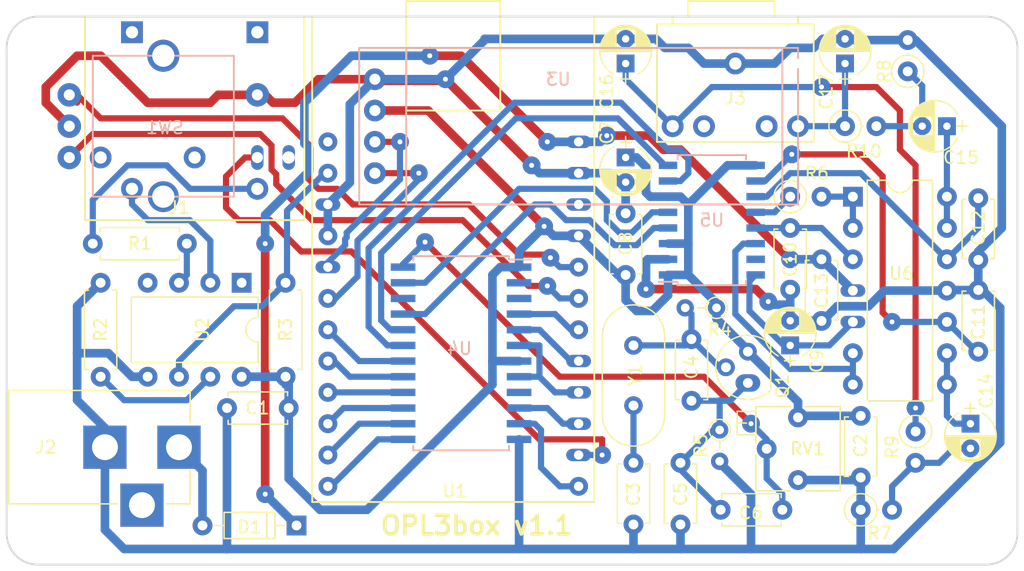
<source format=kicad_pcb>
(kicad_pcb (version 20171130) (host pcbnew "(5.0.0-3-g5ebb6b6)")

  (general
    (thickness 1.6)
    (drawings 9)
    (tracks 424)
    (zones 0)
    (modules 45)
    (nets 47)
  )

  (page A4)
  (layers
    (0 F.Cu signal)
    (31 B.Cu signal)
    (32 B.Adhes user hide)
    (33 F.Adhes user hide)
    (34 B.Paste user hide)
    (35 F.Paste user hide)
    (36 B.SilkS user)
    (37 F.SilkS user)
    (38 B.Mask user hide)
    (39 F.Mask user hide)
    (40 Dwgs.User user hide)
    (41 Cmts.User user hide)
    (42 Eco1.User user hide)
    (43 Eco2.User user hide)
    (44 Edge.Cuts user)
    (45 Margin user hide)
    (46 B.CrtYd user hide)
    (47 F.CrtYd user hide)
    (48 B.Fab user hide)
    (49 F.Fab user hide)
  )

  (setup
    (last_trace_width 0.5)
    (trace_clearance 0.4)
    (zone_clearance 1)
    (zone_45_only no)
    (trace_min 0.2)
    (segment_width 0.2)
    (edge_width 0.15)
    (via_size 1.44)
    (via_drill 0.4)
    (via_min_size 0.4)
    (via_min_drill 0.3)
    (uvia_size 0.3)
    (uvia_drill 0.1)
    (uvias_allowed no)
    (uvia_min_size 0.2)
    (uvia_min_drill 0.1)
    (pcb_text_width 0.3)
    (pcb_text_size 1.5 1.5)
    (mod_edge_width 0.15)
    (mod_text_size 1 1)
    (mod_text_width 0.15)
    (pad_size 1 2)
    (pad_drill 0.9)
    (pad_to_mask_clearance 0.1)
    (aux_axis_origin 15.875 60.96)
    (grid_origin 15.875 60.96)
    (visible_elements FFFFFF7F)
    (pcbplotparams
      (layerselection 0x010f0_ffffffff)
      (usegerberextensions false)
      (usegerberattributes false)
      (usegerberadvancedattributes false)
      (creategerberjobfile false)
      (excludeedgelayer true)
      (linewidth 0.100000)
      (plotframeref false)
      (viasonmask false)
      (mode 1)
      (useauxorigin false)
      (hpglpennumber 1)
      (hpglpenspeed 20)
      (hpglpendiameter 15.000000)
      (psnegative false)
      (psa4output false)
      (plotreference true)
      (plotvalue true)
      (plotinvisibletext false)
      (padsonsilk false)
      (subtractmaskfromsilk false)
      (outputformat 1)
      (mirror false)
      (drillshape 0)
      (scaleselection 1)
      (outputdirectory "gerber"))
  )

  (net 0 "")
  (net 1 GND)
  (net 2 +5V)
  (net 3 "Net-(C3-Pad1)")
  (net 4 "Net-(C4-Pad2)")
  (net 5 "Net-(C4-Pad1)")
  (net 6 "Net-(C9-Pad1)")
  (net 7 "Net-(C10-Pad1)")
  (net 8 "Net-(C11-Pad1)")
  (net 9 "Net-(C12-Pad1)")
  (net 10 VIN)
  (net 11 "Net-(C14-Pad2)")
  (net 12 "Net-(C14-Pad1)")
  (net 13 "Net-(C15-Pad1)")
  (net 14 "Net-(C15-Pad2)")
  (net 15 "Net-(C16-Pad1)")
  (net 16 "Net-(C17-Pad1)")
  (net 17 "Net-(D1-Pad2)")
  (net 18 "Net-(J1-Pad4)")
  (net 19 "Net-(J1-Pad5)")
  (net 20 "Net-(R1-Pad1)")
  (net 21 "Net-(R2-Pad1)")
  (net 22 MIDIIN)
  (net 23 "Net-(R6-Pad2)")
  (net 24 "Net-(R6-Pad1)")
  (net 25 OPLCLK)
  (net 26 ENCSW)
  (net 27 ENCA)
  (net 28 ENCB)
  (net 29 SCK)
  (net 30 SDA)
  (net 31 D0)
  (net 32 D1)
  (net 33 D2)
  (net 34 D3)
  (net 35 D4)
  (net 36 D5)
  (net 37 D6)
  (net 38 D7)
  (net 39 WR#)
  (net 40 A0)
  (net 41 A1)
  (net 42 "Net-(U4-Pad23)")
  (net 43 "Net-(U4-Pad21)")
  (net 44 "Net-(U4-Pad20)")
  (net 45 "Net-(U4-Pad19)")
  (net 46 "Net-(U5-Pad14)")

  (net_class Default "This is the default net class."
    (clearance 0.4)
    (trace_width 0.5)
    (via_dia 1.44)
    (via_drill 0.4)
    (uvia_dia 0.3)
    (uvia_drill 0.1)
    (add_net A0)
    (add_net A1)
    (add_net D0)
    (add_net D1)
    (add_net D2)
    (add_net D3)
    (add_net D4)
    (add_net D5)
    (add_net D6)
    (add_net D7)
    (add_net ENCA)
    (add_net ENCB)
    (add_net ENCSW)
    (add_net MIDIIN)
    (add_net "Net-(C10-Pad1)")
    (add_net "Net-(C11-Pad1)")
    (add_net "Net-(C12-Pad1)")
    (add_net "Net-(C14-Pad1)")
    (add_net "Net-(C14-Pad2)")
    (add_net "Net-(C15-Pad1)")
    (add_net "Net-(C15-Pad2)")
    (add_net "Net-(C16-Pad1)")
    (add_net "Net-(C17-Pad1)")
    (add_net "Net-(C3-Pad1)")
    (add_net "Net-(C4-Pad1)")
    (add_net "Net-(C4-Pad2)")
    (add_net "Net-(C9-Pad1)")
    (add_net "Net-(J1-Pad4)")
    (add_net "Net-(J1-Pad5)")
    (add_net "Net-(R1-Pad1)")
    (add_net "Net-(R2-Pad1)")
    (add_net "Net-(R6-Pad1)")
    (add_net "Net-(R6-Pad2)")
    (add_net "Net-(U4-Pad19)")
    (add_net "Net-(U4-Pad20)")
    (add_net "Net-(U4-Pad21)")
    (add_net "Net-(U4-Pad23)")
    (add_net "Net-(U5-Pad14)")
    (add_net OPLCLK)
    (add_net SCK)
    (add_net SDA)
    (add_net WR#)
  )

  (net_class Power ""
    (clearance 0.4)
    (trace_width 0.7)
    (via_dia 1.44)
    (via_drill 0.4)
    (uvia_dia 0.3)
    (uvia_drill 0.1)
    (add_net +5V)
    (add_net GND)
    (add_net "Net-(D1-Pad2)")
    (add_net VIN)
  )

  (module Aleh:Adruino_Pro_Micro (layer F.Cu) (tedit 5BC3A372) (tstamp 5B95AC82)
    (at 52.07 40.64)
    (path /5B82DB3C)
    (fp_text reference U1 (at 0.127 14.351) (layer F.SilkS)
      (effects (font (size 1 1) (thickness 0.15)))
    )
    (fp_text value Arduino_Pro_Micro (at 0 -13.97) (layer F.Fab)
      (effects (font (size 1 1) (thickness 0.15)))
    )
    (fp_line (start 11.43 15.24) (end 11.43 -13.97) (layer F.SilkS) (width 0.15))
    (fp_line (start -11.43 15.24) (end 11.43 15.24) (layer F.SilkS) (width 0.15))
    (fp_line (start -11.43 -13.97) (end -11.43 15.24) (layer F.SilkS) (width 0.15))
    (fp_line (start 11.43 -24.13) (end 11.43 -13.97) (layer F.SilkS) (width 0.15))
    (fp_line (start -11.43 -24.13) (end 11.43 -24.13) (layer F.SilkS) (width 0.15))
    (fp_line (start -11.43 -13.97) (end -11.43 -24.13) (layer F.SilkS) (width 0.15))
    (fp_line (start -3.81 -16.51) (end -3.81 -24.13) (layer F.SilkS) (width 0.15))
    (fp_line (start 3.81 -16.51) (end -3.81 -16.51) (layer F.SilkS) (width 0.15))
    (fp_line (start 3.81 -24.13) (end 3.81 -16.51) (layer F.SilkS) (width 0.15))
    (fp_line (start 3.81 -25.4) (end 3.81 -24.13) (layer F.SilkS) (width 0.15))
    (fp_line (start -3.81 -25.4) (end 3.81 -25.4) (layer F.SilkS) (width 0.15))
    (fp_line (start -3.81 -24.13) (end -3.81 -25.4) (layer F.SilkS) (width 0.15))
    (pad 1 thru_hole circle (at -10.16 -13.97) (size 1.524 1.524) (drill 0.762) (layers *.Cu *.Mask))
    (pad 2 thru_hole circle (at -10.16 -11.43) (size 1.524 1.524) (drill 0.762) (layers *.Cu *.Mask)
      (net 22 MIDIIN))
    (pad 3 thru_hole oval (at -10.16 -8.89) (size 2 1) (drill 0.762) (layers *.Cu *.Mask)
      (net 1 GND))
    (pad 4 thru_hole circle (at -10.16 -6.35) (size 1.524 1.524) (drill 0.762) (layers *.Cu *.Mask)
      (net 1 GND))
    (pad 5 thru_hole oval (at -10.16 -3.81) (size 2 1) (drill 0.762) (layers *.Cu *.Mask)
      (net 29 SCK))
    (pad 6 thru_hole circle (at -10.16 -1.27) (size 1.524 1.524) (drill 0.762) (layers *.Cu *.Mask)
      (net 30 SDA))
    (pad 7 thru_hole circle (at -10.16 1.27) (size 1.524 1.524) (drill 0.762) (layers *.Cu *.Mask)
      (net 38 D7))
    (pad 8 thru_hole circle (at -10.16 3.81) (size 1.524 1.524) (drill 0.762) (layers *.Cu *.Mask)
      (net 37 D6))
    (pad 9 thru_hole circle (at -10.16 6.35) (size 1.524 1.524) (drill 0.762) (layers *.Cu *.Mask)
      (net 36 D5))
    (pad 10 thru_hole circle (at -10.16 8.89) (size 1.524 1.524) (drill 0.762) (layers *.Cu *.Mask)
      (net 35 D4))
    (pad 11 thru_hole circle (at -10.16 11.43) (size 1.524 1.524) (drill 0.762) (layers *.Cu *.Mask)
      (net 34 D3))
    (pad 12 thru_hole circle (at -10.16 13.97) (size 1.524 1.524) (drill 0.762) (layers *.Cu *.Mask)
      (net 33 D2))
    (pad 13 thru_hole circle (at 10.16 13.97) (size 1.524 1.524) (drill 0.762) (layers *.Cu *.Mask)
      (net 32 D1))
    (pad 14 thru_hole oval (at 10.16 11.43) (size 2 1) (drill 0.762) (layers *.Cu *.Mask)
      (net 26 ENCSW))
    (pad 15 thru_hole oval (at 10.16 8.89) (size 2 1) (drill 0.762) (layers *.Cu *.Mask)
      (net 31 D0))
    (pad 16 thru_hole oval (at 10.16 6.35) (size 2 1) (drill 0.762) (layers *.Cu *.Mask)
      (net 39 WR#))
    (pad 17 thru_hole oval (at 10.16 3.81) (size 2 1) (drill 0.762) (layers *.Cu *.Mask)
      (net 41 A1))
    (pad 18 thru_hole circle (at 10.16 1.27) (size 1.524 1.524) (drill 0.762) (layers *.Cu *.Mask)
      (net 40 A0))
    (pad 19 thru_hole circle (at 10.16 -1.27) (size 1.524 1.524) (drill 0.762) (layers *.Cu *.Mask)
      (net 27 ENCA))
    (pad 20 thru_hole circle (at 10.16 -3.81) (size 1.524 1.524) (drill 0.762) (layers *.Cu *.Mask)
      (net 28 ENCB))
    (pad 21 thru_hole oval (at 10.16 -6.35) (size 2 1) (drill 0.762) (layers *.Cu *.Mask)
      (net 2 +5V))
    (pad 22 thru_hole oval (at 10.16 -8.89) (size 2 1) (drill 0.762) (layers *.Cu *.Mask))
    (pad 23 thru_hole oval (at 10.16 -11.43) (size 2 1) (drill 0.762) (layers *.Cu *.Mask)
      (net 1 GND))
    (pad 24 thru_hole oval (at 10.16 -13.97) (size 2 1) (drill 0.762) (layers *.Cu *.Mask)
      (net 10 VIN))
  )

  (module Mounting_Holes:MountingHole_3.2mm_M3_DIN965 locked (layer F.Cu) (tedit 5BBE4D51) (tstamp 5BA79BB5)
    (at 95.25 58.42)
    (descr "Mounting Hole 3.2mm, no annular, M3, DIN965")
    (tags "mounting hole 3.2mm no annular m3 din965")
    (attr virtual)
    (fp_text reference REF** (at 0 -3.8) (layer F.SilkS) hide
      (effects (font (size 1 1) (thickness 0.15)))
    )
    (fp_text value MountingHole_3.2mm_M3_DIN965 (at 0 3.8) (layer F.Fab) hide
      (effects (font (size 1 1) (thickness 0.15)))
    )
    (fp_text user %R (at 0.3 0) (layer F.Fab) hide
      (effects (font (size 1 1) (thickness 0.15)))
    )
    (fp_circle (center 0 0) (end 2.8 0) (layer Cmts.User) (width 0.15))
    (fp_circle (center 0 0) (end 3.05 0) (layer F.CrtYd) (width 0.05))
    (pad 1 np_thru_hole circle (at 0 0) (size 3.2 3.2) (drill 3.2) (layers *.Cu *.Mask))
  )

  (module Mounting_Holes:MountingHole_3.2mm_M3_DIN965 locked (layer F.Cu) (tedit 5BBE4CF4) (tstamp 5BA79BCF)
    (at 95.25 19.05)
    (descr "Mounting Hole 3.2mm, no annular, M3, DIN965")
    (tags "mounting hole 3.2mm no annular m3 din965")
    (attr virtual)
    (fp_text reference REF** (at 0 -3.8) (layer F.SilkS) hide
      (effects (font (size 1 1) (thickness 0.15)))
    )
    (fp_text value MountingHole_3.2mm_M3_DIN965 (at 0 3.8) (layer F.Fab) hide
      (effects (font (size 1 1) (thickness 0.15)))
    )
    (fp_text user %R (at 0.3 0) (layer F.Fab)
      (effects (font (size 1 1) (thickness 0.15)))
    )
    (fp_circle (center 0 0) (end 2.8 0) (layer Cmts.User) (width 0.15))
    (fp_circle (center 0 0) (end 3.05 0) (layer F.CrtYd) (width 0.05))
    (pad 1 np_thru_hole circle (at 0 0) (size 3.2 3.2) (drill 3.2) (layers *.Cu *.Mask))
  )

  (module Mounting_Holes:MountingHole_3.2mm_M3_DIN965 (layer F.Cu) (tedit 5BBE4DA0) (tstamp 5BA79BE9)
    (at 18.415 19.05)
    (descr "Mounting Hole 3.2mm, no annular, M3, DIN965")
    (tags "mounting hole 3.2mm no annular m3 din965")
    (attr virtual)
    (fp_text reference REF** (at 0 -3.8) (layer F.SilkS) hide
      (effects (font (size 1 1) (thickness 0.15)))
    )
    (fp_text value MountingHole_3.2mm_M3_DIN965 (at 0 3.8) (layer F.Fab) hide
      (effects (font (size 1 1) (thickness 0.15)))
    )
    (fp_text user %R (at 0.3 0) (layer F.Fab) hide
      (effects (font (size 1 1) (thickness 0.15)))
    )
    (fp_circle (center 0 0) (end 2.8 0) (layer Cmts.User) (width 0.15))
    (fp_circle (center 0 0) (end 3.05 0) (layer F.CrtYd) (width 0.05))
    (pad 1 np_thru_hole circle (at 0 0) (size 3.2 3.2) (drill 3.2) (layers *.Cu *.Mask))
  )

  (module Mounting_Holes:MountingHole_3.2mm_M3_DIN965 locked (layer F.Cu) (tedit 5BBE4CF9) (tstamp 5BA79A97)
    (at 18.415 58.42)
    (descr "Mounting Hole 3.2mm, no annular, M3, DIN965")
    (tags "mounting hole 3.2mm no annular m3 din965")
    (attr virtual)
    (fp_text reference REF** (at 0 -3.8) (layer F.SilkS) hide
      (effects (font (size 1 1) (thickness 0.15)))
    )
    (fp_text value MountingHole_3.2mm_M3_DIN965 (at 0 3.8) (layer F.Fab) hide
      (effects (font (size 1 1) (thickness 0.15)))
    )
    (fp_text user %R (at 0.3 0) (layer F.Fab)
      (effects (font (size 1 1) (thickness 0.15)))
    )
    (fp_circle (center 0 0) (end 2.8 0) (layer Cmts.User) (width 0.15))
    (fp_circle (center 0 0) (end 3.05 0) (layer F.CrtYd) (width 0.05))
    (pad 1 np_thru_hole circle (at 0 0) (size 3.2 3.2) (drill 3.2) (layers *.Cu *.Mask))
  )

  (module Housings_SOIC:SOIC-16W_5.3x10.2mm_Pitch1.27mm (layer B.Cu) (tedit 5BC3A3DB) (tstamp 5B95AD00)
    (at 73.025 33.02)
    (descr "16-Lead Plastic Small Outline (SO) - Wide, 5.3 mm Body (http://www.ti.com/lit/ml/msop002a/msop002a.pdf)")
    (tags "SOIC 1.27")
    (path /5B82F52A)
    (attr smd)
    (fp_text reference U5 (at 0 0) (layer B.SilkS)
      (effects (font (size 1 1) (thickness 0.15)) (justify mirror))
    )
    (fp_text value YAC512 (at 0 1.905) (layer B.Fab)
      (effects (font (size 1 1) (thickness 0.15)) (justify mirror))
    )
    (fp_line (start -2.775 5) (end -4.3 5) (layer B.SilkS) (width 0.15))
    (fp_line (start -2.775 -5.275) (end 2.775 -5.275) (layer B.SilkS) (width 0.15))
    (fp_line (start -2.775 5.275) (end 2.775 5.275) (layer B.SilkS) (width 0.15))
    (fp_line (start -2.775 -5.275) (end -2.775 -4.92) (layer B.SilkS) (width 0.15))
    (fp_line (start 2.775 -5.275) (end 2.775 -4.92) (layer B.SilkS) (width 0.15))
    (fp_line (start 2.775 5.275) (end 2.775 4.92) (layer B.SilkS) (width 0.15))
    (fp_line (start -2.775 5.275) (end -2.775 5) (layer B.SilkS) (width 0.15))
    (fp_line (start -4.55 -5.45) (end 4.55 -5.45) (layer B.CrtYd) (width 0.05))
    (fp_line (start -4.55 5.45) (end 4.55 5.45) (layer B.CrtYd) (width 0.05))
    (fp_line (start 4.55 5.45) (end 4.55 -5.45) (layer B.CrtYd) (width 0.05))
    (fp_line (start -4.55 5.45) (end -4.55 -5.45) (layer B.CrtYd) (width 0.05))
    (fp_line (start -2.65 4.1) (end -1.65 5.1) (layer B.Fab) (width 0.15))
    (fp_line (start -2.65 -5.1) (end -2.65 4.1) (layer B.Fab) (width 0.15))
    (fp_line (start 2.65 -5.1) (end -2.65 -5.1) (layer B.Fab) (width 0.15))
    (fp_line (start 2.65 5.1) (end 2.65 -5.1) (layer B.Fab) (width 0.15))
    (fp_line (start -1.65 5.1) (end 2.65 5.1) (layer B.Fab) (width 0.15))
    (fp_text user %R (at 0 0) (layer B.Fab)
      (effects (font (size 1 1) (thickness 0.15)) (justify mirror))
    )
    (pad 16 smd rect (at 3.55 4.445) (size 1.5 0.6) (layers B.Cu B.Paste B.Mask)
      (net 6 "Net-(C9-Pad1)"))
    (pad 15 smd rect (at 3.55 3.175) (size 1.5 0.6) (layers B.Cu B.Paste B.Mask))
    (pad 14 smd rect (at 3.55 1.905) (size 1.5 0.6) (layers B.Cu B.Paste B.Mask)
      (net 46 "Net-(U5-Pad14)"))
    (pad 13 smd rect (at 3.55 0.635) (size 1.5 0.6) (layers B.Cu B.Paste B.Mask)
      (net 7 "Net-(C10-Pad1)"))
    (pad 12 smd rect (at 3.55 -0.635) (size 1.5 0.6) (layers B.Cu B.Paste B.Mask)
      (net 24 "Net-(R6-Pad1)"))
    (pad 11 smd rect (at 3.55 -1.905) (size 1.5 0.6) (layers B.Cu B.Paste B.Mask)
      (net 9 "Net-(C12-Pad1)"))
    (pad 10 smd rect (at 3.55 -3.175) (size 1.5 0.6) (layers B.Cu B.Paste B.Mask)
      (net 8 "Net-(C11-Pad1)"))
    (pad 9 smd rect (at 3.55 -4.445) (size 1.5 0.6) (layers B.Cu B.Paste B.Mask)
      (net 2 +5V))
    (pad 8 smd rect (at -3.55 -4.445) (size 1.5 0.6) (layers B.Cu B.Paste B.Mask)
      (net 44 "Net-(U4-Pad20)"))
    (pad 7 smd rect (at -3.55 -3.175) (size 1.5 0.6) (layers B.Cu B.Paste B.Mask)
      (net 45 "Net-(U4-Pad19)"))
    (pad 6 smd rect (at -3.55 -1.905) (size 1.5 0.6) (layers B.Cu B.Paste B.Mask)
      (net 2 +5V))
    (pad 5 smd rect (at -3.55 -0.635) (size 1.5 0.6) (layers B.Cu B.Paste B.Mask)
      (net 42 "Net-(U4-Pad23)"))
    (pad 4 smd rect (at -3.55 0.635) (size 1.5 0.6) (layers B.Cu B.Paste B.Mask)
      (net 43 "Net-(U4-Pad21)"))
    (pad 3 smd rect (at -3.55 1.905) (size 1.5 0.6) (layers B.Cu B.Paste B.Mask)
      (net 2 +5V))
    (pad 2 smd rect (at -3.55 3.175) (size 1.5 0.6) (layers B.Cu B.Paste B.Mask)
      (net 1 GND))
    (pad 1 smd rect (at -3.55 4.445) (size 1.5 0.6) (layers B.Cu B.Paste B.Mask)
      (net 2 +5V))
    (model ${KISYS3DMOD}/Housings_SOIC.3dshapes/SOIC-16W_5.3x10.2mm_Pitch1.27mm.wrl
      (at (xyz 0 0 0))
      (scale (xyz 1 1 1))
      (rotate (xyz 0 0 0))
    )
  )

  (module Capacitors_THT:C_Disc_D4.7mm_W2.5mm_P5.00mm (layer F.Cu) (tedit 5BBE4D74) (tstamp 5B9A892B)
    (at 71.374 42.672 270)
    (descr "C, Disc series, Radial, pin pitch=5.00mm, , diameter*width=4.7*2.5mm^2, Capacitor, http://www.vishay.com/docs/45233/krseries.pdf")
    (tags "C Disc series Radial pin pitch 5.00mm  diameter 4.7mm width 2.5mm Capacitor")
    (path /5B7DDEDE)
    (fp_text reference C4 (at 2.286 0 270) (layer F.SilkS)
      (effects (font (size 1 1) (thickness 0.15)))
    )
    (fp_text value 20p (at 2.413 -0.381 270) (layer F.Fab)
      (effects (font (size 1 1) (thickness 0.15)))
    )
    (fp_text user %R (at 2.413 1.524 270) (layer F.Fab)
      (effects (font (size 1 1) (thickness 0.15)))
    )
    (fp_line (start 6.05 -1.6) (end -1.05 -1.6) (layer F.CrtYd) (width 0.05))
    (fp_line (start 6.05 1.6) (end 6.05 -1.6) (layer F.CrtYd) (width 0.05))
    (fp_line (start -1.05 1.6) (end 6.05 1.6) (layer F.CrtYd) (width 0.05))
    (fp_line (start -1.05 -1.6) (end -1.05 1.6) (layer F.CrtYd) (width 0.05))
    (fp_line (start 4.91 0.996) (end 4.91 1.31) (layer F.SilkS) (width 0.12))
    (fp_line (start 4.91 -1.31) (end 4.91 -0.996) (layer F.SilkS) (width 0.12))
    (fp_line (start 0.09 0.996) (end 0.09 1.31) (layer F.SilkS) (width 0.12))
    (fp_line (start 0.09 -1.31) (end 0.09 -0.996) (layer F.SilkS) (width 0.12))
    (fp_line (start 0.09 1.31) (end 4.91 1.31) (layer F.SilkS) (width 0.12))
    (fp_line (start 0.09 -1.31) (end 4.91 -1.31) (layer F.SilkS) (width 0.12))
    (fp_line (start 4.85 -1.25) (end 0.15 -1.25) (layer F.Fab) (width 0.1))
    (fp_line (start 4.85 1.25) (end 4.85 -1.25) (layer F.Fab) (width 0.1))
    (fp_line (start 0.15 1.25) (end 4.85 1.25) (layer F.Fab) (width 0.1))
    (fp_line (start 0.15 -1.25) (end 0.15 1.25) (layer F.Fab) (width 0.1))
    (pad 2 thru_hole circle (at 5 0 270) (size 1.6 1.6) (drill 0.8) (layers *.Cu *.Mask)
      (net 4 "Net-(C4-Pad2)"))
    (pad 1 thru_hole circle (at 0 0 270) (size 1.6 1.6) (drill 0.8) (layers *.Cu *.Mask)
      (net 5 "Net-(C4-Pad1)"))
    (model ${KISYS3DMOD}/Capacitors_THT.3dshapes/C_Disc_D4.7mm_W2.5mm_P5.00mm.wrl
      (at (xyz 0 0 0))
      (scale (xyz 1 1 1))
      (rotate (xyz 0 0 0))
    )
  )

  (module Capacitors_THT:C_Disc_D4.7mm_W2.5mm_P5.00mm (layer F.Cu) (tedit 5BAD39A2) (tstamp 5B9A8917)
    (at 66.675 52.705 270)
    (descr "C, Disc series, Radial, pin pitch=5.00mm, , diameter*width=4.7*2.5mm^2, Capacitor, http://www.vishay.com/docs/45233/krseries.pdf")
    (tags "C Disc series Radial pin pitch 5.00mm  diameter 4.7mm width 2.5mm Capacitor")
    (path /5B7E371C)
    (fp_text reference C3 (at 2.54 0 270) (layer F.SilkS)
      (effects (font (size 1 1) (thickness 0.15)))
    )
    (fp_text value 100p (at 2.54 2.032 270) (layer F.Fab)
      (effects (font (size 1 1) (thickness 0.15)))
    )
    (fp_line (start 0.15 -1.25) (end 0.15 1.25) (layer F.Fab) (width 0.1))
    (fp_line (start 0.15 1.25) (end 4.85 1.25) (layer F.Fab) (width 0.1))
    (fp_line (start 4.85 1.25) (end 4.85 -1.25) (layer F.Fab) (width 0.1))
    (fp_line (start 4.85 -1.25) (end 0.15 -1.25) (layer F.Fab) (width 0.1))
    (fp_line (start 0.09 -1.31) (end 4.91 -1.31) (layer F.SilkS) (width 0.12))
    (fp_line (start 0.09 1.31) (end 4.91 1.31) (layer F.SilkS) (width 0.12))
    (fp_line (start 0.09 -1.31) (end 0.09 -0.996) (layer F.SilkS) (width 0.12))
    (fp_line (start 0.09 0.996) (end 0.09 1.31) (layer F.SilkS) (width 0.12))
    (fp_line (start 4.91 -1.31) (end 4.91 -0.996) (layer F.SilkS) (width 0.12))
    (fp_line (start 4.91 0.996) (end 4.91 1.31) (layer F.SilkS) (width 0.12))
    (fp_line (start -1.05 -1.6) (end -1.05 1.6) (layer F.CrtYd) (width 0.05))
    (fp_line (start -1.05 1.6) (end 6.05 1.6) (layer F.CrtYd) (width 0.05))
    (fp_line (start 6.05 1.6) (end 6.05 -1.6) (layer F.CrtYd) (width 0.05))
    (fp_line (start 6.05 -1.6) (end -1.05 -1.6) (layer F.CrtYd) (width 0.05))
    (fp_text user %R (at 2.5 0 270) (layer F.Fab)
      (effects (font (size 1 1) (thickness 0.15)))
    )
    (pad 1 thru_hole circle (at 0 0 270) (size 1.6 1.6) (drill 0.8) (layers *.Cu *.Mask)
      (net 3 "Net-(C3-Pad1)"))
    (pad 2 thru_hole circle (at 5 0 270) (size 1.6 1.6) (drill 0.8) (layers *.Cu *.Mask)
      (net 1 GND))
    (model ${KISYS3DMOD}/Capacitors_THT.3dshapes/C_Disc_D4.7mm_W2.5mm_P5.00mm.wrl
      (at (xyz 0 0 0))
      (scale (xyz 1 1 1))
      (rotate (xyz 0 0 0))
    )
  )

  (module Connectors:BARREL_JACK (layer F.Cu) (tedit 5BC3A14C) (tstamp 5B95AB24)
    (at 29.845 51.435)
    (descr "DC Barrel Jack")
    (tags "Power Jack")
    (path /5BBF9376)
    (fp_text reference J2 (at -10.795 0 -180) (layer F.SilkS)
      (effects (font (size 1 1) (thickness 0.15)))
    )
    (fp_text value "6-12V DC" (at -8.382 -3.048) (layer F.Fab)
      (effects (font (size 1 1) (thickness 0.15)))
    )
    (fp_line (start 0.8 -4.5) (end -13.7 -4.5) (layer F.Fab) (width 0.1))
    (fp_line (start 0.8 4.5) (end 0.8 -4.5) (layer F.Fab) (width 0.1))
    (fp_line (start -13.7 4.5) (end 0.8 4.5) (layer F.Fab) (width 0.1))
    (fp_line (start -13.7 -4.5) (end -13.7 4.5) (layer F.Fab) (width 0.1))
    (fp_line (start -10.2 -4.5) (end -10.2 4.5) (layer F.Fab) (width 0.1))
    (fp_line (start 0.9 -4.6) (end 0.9 -2) (layer F.SilkS) (width 0.12))
    (fp_line (start -13.8 -4.6) (end 0.9 -4.6) (layer F.SilkS) (width 0.12))
    (fp_line (start 0.9 4.6) (end -1 4.6) (layer F.SilkS) (width 0.12))
    (fp_line (start 0.9 1.9) (end 0.9 4.6) (layer F.SilkS) (width 0.12))
    (fp_line (start -13.8 4.6) (end -13.8 -4.6) (layer F.SilkS) (width 0.12))
    (fp_line (start -5 4.6) (end -13.8 4.6) (layer F.SilkS) (width 0.12))
    (fp_line (start -14 4.75) (end -14 -4.75) (layer F.CrtYd) (width 0.05))
    (fp_line (start -5 4.75) (end -14 4.75) (layer F.CrtYd) (width 0.05))
    (fp_line (start -5 6.75) (end -5 4.75) (layer F.CrtYd) (width 0.05))
    (fp_line (start -1 6.75) (end -5 6.75) (layer F.CrtYd) (width 0.05))
    (fp_line (start -1 4.75) (end -1 6.75) (layer F.CrtYd) (width 0.05))
    (fp_line (start 1 4.75) (end -1 4.75) (layer F.CrtYd) (width 0.05))
    (fp_line (start 1 2) (end 1 4.75) (layer F.CrtYd) (width 0.05))
    (fp_line (start 2 2) (end 1 2) (layer F.CrtYd) (width 0.05))
    (fp_line (start 2 -2) (end 2 2) (layer F.CrtYd) (width 0.05))
    (fp_line (start 1 -2) (end 2 -2) (layer F.CrtYd) (width 0.05))
    (fp_line (start 1 -4.5) (end 1 -2) (layer F.CrtYd) (width 0.05))
    (fp_line (start 1 -4.75) (end -14 -4.75) (layer F.CrtYd) (width 0.05))
    (fp_line (start 1 -4.5) (end 1 -4.75) (layer F.CrtYd) (width 0.05))
    (pad 3 thru_hole rect (at -3 4.7) (size 3.5 3.5) (drill 2.1) (layers *.Cu *.Mask))
    (pad 2 thru_hole rect (at -6 0) (size 3.5 3.5) (drill 2.1) (layers *.Cu *.Mask)
      (net 1 GND))
    (pad 1 thru_hole rect (at 0 0) (size 3.5 3.5) (drill 2.1) (layers *.Cu *.Mask)
      (net 17 "Net-(D1-Pad2)"))
  )

  (module Aleh:OLED_128x32 (layer B.Cu) (tedit 5BC3A391) (tstamp 5B95ACAE)
    (at 45.72 21.59)
    (path /5B830D46)
    (fp_text reference U3 (at 14.859 0) (layer B.SilkS)
      (effects (font (size 1 1) (thickness 0.15)) (justify mirror))
    )
    (fp_text value 128x32_OLED (at 20.32 0.635) (layer B.Fab)
      (effects (font (size 1 1) (thickness 0.15)) (justify mirror))
    )
    (fp_line (start 2.54 10.16) (end 2.54 -2.54) (layer B.SilkS) (width 0.15))
    (fp_line (start 2.54 -2.54) (end 33.02 -2.54) (layer B.SilkS) (width 0.15))
    (fp_line (start 33.02 -2.54) (end 33.02 10.16) (layer B.SilkS) (width 0.15))
    (fp_line (start 33.02 10.16) (end 2.54 10.16) (layer B.SilkS) (width 0.15))
    (fp_line (start -1.27 10.16) (end 34.29 10.16) (layer B.SilkS) (width 0.15))
    (fp_line (start 34.29 10.16) (end 34.29 -2.54) (layer B.SilkS) (width 0.15))
    (fp_line (start 34.29 -2.54) (end -1.27 -2.54) (layer B.SilkS) (width 0.15))
    (fp_line (start -1.27 10.16) (end -1.27 -2.54) (layer B.SilkS) (width 0.15))
    (pad 1 thru_hole circle (at 0 0) (size 1.762 1.762) (drill 0.9) (layers *.Cu *.Mask)
      (net 1 GND))
    (pad 2 thru_hole circle (at 0 2.54) (size 1.762 1.762) (drill 0.9) (layers *.Cu *.Mask)
      (net 2 +5V))
    (pad 3 thru_hole circle (at 0 5.08) (size 1.762 1.762) (drill 0.9) (layers *.Cu *.Mask)
      (net 29 SCK))
    (pad 4 thru_hole circle (at 0 7.62) (size 1.762 1.762) (drill 0.9) (layers *.Cu *.Mask)
      (net 30 SDA))
  )

  (module Resistors_THT:R_Axial_DIN0207_L6.3mm_D2.5mm_P7.62mm_Horizontal (layer F.Cu) (tedit 5BAD3A4E) (tstamp 5B9E6D57)
    (at 38.481 45.72 90)
    (descr "Resistor, Axial_DIN0207 series, Axial, Horizontal, pin pitch=7.62mm, 0.25W = 1/4W, length*diameter=6.3*2.5mm^2, http://cdn-reichelt.de/documents/datenblatt/B400/1_4W%23YAG.pdf")
    (tags "Resistor Axial_DIN0207 series Axial Horizontal pin pitch 7.62mm 0.25W = 1/4W length 6.3mm diameter 2.5mm")
    (path /5AD1E58C)
    (fp_text reference R3 (at 3.81 0 90) (layer F.SilkS)
      (effects (font (size 1 1) (thickness 0.15)))
    )
    (fp_text value 5K1 (at 4.064 0 90) (layer F.Fab)
      (effects (font (size 1 1) (thickness 0.15)))
    )
    (fp_line (start 0.66 -1.25) (end 0.66 1.25) (layer F.Fab) (width 0.1))
    (fp_line (start 0.66 1.25) (end 6.96 1.25) (layer F.Fab) (width 0.1))
    (fp_line (start 6.96 1.25) (end 6.96 -1.25) (layer F.Fab) (width 0.1))
    (fp_line (start 6.96 -1.25) (end 0.66 -1.25) (layer F.Fab) (width 0.1))
    (fp_line (start 0 0) (end 0.66 0) (layer F.Fab) (width 0.1))
    (fp_line (start 7.62 0) (end 6.96 0) (layer F.Fab) (width 0.1))
    (fp_line (start 0.6 -0.98) (end 0.6 -1.31) (layer F.SilkS) (width 0.12))
    (fp_line (start 0.6 -1.31) (end 7.02 -1.31) (layer F.SilkS) (width 0.12))
    (fp_line (start 7.02 -1.31) (end 7.02 -0.98) (layer F.SilkS) (width 0.12))
    (fp_line (start 0.6 0.98) (end 0.6 1.31) (layer F.SilkS) (width 0.12))
    (fp_line (start 0.6 1.31) (end 7.02 1.31) (layer F.SilkS) (width 0.12))
    (fp_line (start 7.02 1.31) (end 7.02 0.98) (layer F.SilkS) (width 0.12))
    (fp_line (start -1.05 -1.6) (end -1.05 1.6) (layer F.CrtYd) (width 0.05))
    (fp_line (start -1.05 1.6) (end 8.7 1.6) (layer F.CrtYd) (width 0.05))
    (fp_line (start 8.7 1.6) (end 8.7 -1.6) (layer F.CrtYd) (width 0.05))
    (fp_line (start 8.7 -1.6) (end -1.05 -1.6) (layer F.CrtYd) (width 0.05))
    (pad 1 thru_hole circle (at 0 0 90) (size 1.6 1.6) (drill 0.8) (layers *.Cu *.Mask)
      (net 2 +5V))
    (pad 2 thru_hole oval (at 7.62 0 90) (size 1.6 1.6) (drill 0.8) (layers *.Cu *.Mask)
      (net 22 MIDIIN))
    (model ${KISYS3DMOD}/Resistors_THT.3dshapes/R_Axial_DIN0207_L6.3mm_D2.5mm_P7.62mm_Horizontal.wrl
      (at (xyz 0 0 0))
      (scale (xyz 0.393701 0.393701 0.393701))
      (rotate (xyz 0 0 0))
    )
  )

  (module Capacitors_THT:C_Disc_D4.7mm_W2.5mm_P5.00mm (layer F.Cu) (tedit 5BAD39A8) (tstamp 5B9A893F)
    (at 70.485 52.705 270)
    (descr "C, Disc series, Radial, pin pitch=5.00mm, , diameter*width=4.7*2.5mm^2, Capacitor, http://www.vishay.com/docs/45233/krseries.pdf")
    (tags "C Disc series Radial pin pitch 5.00mm  diameter 4.7mm width 2.5mm Capacitor")
    (path /5B7DDF19)
    (fp_text reference C5 (at 2.54 0 270) (layer F.SilkS)
      (effects (font (size 1 1) (thickness 0.15)))
    )
    (fp_text value 20p (at 2.54 1.524 270) (layer F.Fab)
      (effects (font (size 1 1) (thickness 0.15)))
    )
    (fp_line (start 0.15 -1.25) (end 0.15 1.25) (layer F.Fab) (width 0.1))
    (fp_line (start 0.15 1.25) (end 4.85 1.25) (layer F.Fab) (width 0.1))
    (fp_line (start 4.85 1.25) (end 4.85 -1.25) (layer F.Fab) (width 0.1))
    (fp_line (start 4.85 -1.25) (end 0.15 -1.25) (layer F.Fab) (width 0.1))
    (fp_line (start 0.09 -1.31) (end 4.91 -1.31) (layer F.SilkS) (width 0.12))
    (fp_line (start 0.09 1.31) (end 4.91 1.31) (layer F.SilkS) (width 0.12))
    (fp_line (start 0.09 -1.31) (end 0.09 -0.996) (layer F.SilkS) (width 0.12))
    (fp_line (start 0.09 0.996) (end 0.09 1.31) (layer F.SilkS) (width 0.12))
    (fp_line (start 4.91 -1.31) (end 4.91 -0.996) (layer F.SilkS) (width 0.12))
    (fp_line (start 4.91 0.996) (end 4.91 1.31) (layer F.SilkS) (width 0.12))
    (fp_line (start -1.05 -1.6) (end -1.05 1.6) (layer F.CrtYd) (width 0.05))
    (fp_line (start -1.05 1.6) (end 6.05 1.6) (layer F.CrtYd) (width 0.05))
    (fp_line (start 6.05 1.6) (end 6.05 -1.6) (layer F.CrtYd) (width 0.05))
    (fp_line (start 6.05 -1.6) (end -1.05 -1.6) (layer F.CrtYd) (width 0.05))
    (fp_text user %R (at 2.5 0 270) (layer F.Fab)
      (effects (font (size 1 1) (thickness 0.15)))
    )
    (pad 1 thru_hole circle (at 0 0 270) (size 1.6 1.6) (drill 0.8) (layers *.Cu *.Mask)
      (net 4 "Net-(C4-Pad2)"))
    (pad 2 thru_hole circle (at 5 0 270) (size 1.6 1.6) (drill 0.8) (layers *.Cu *.Mask)
      (net 1 GND))
    (model ${KISYS3DMOD}/Capacitors_THT.3dshapes/C_Disc_D4.7mm_W2.5mm_P5.00mm.wrl
      (at (xyz 0 0 0))
      (scale (xyz 1 1 1))
      (rotate (xyz 0 0 0))
    )
  )

  (module Capacitors_THT:CP_Radial_D4.0mm_P2.00mm (layer F.Cu) (tedit 5BC3A3A4) (tstamp 5B95A98E)
    (at 93.98 49.53 270)
    (descr "CP, Radial series, Radial, pin pitch=2.00mm, , diameter=4mm, Electrolytic Capacitor")
    (tags "CP Radial series Radial pin pitch 2.00mm  diameter 4mm Electrolytic Capacitor")
    (path /5BFE3140)
    (fp_text reference C14 (at -2.667 -1.27 270) (layer F.SilkS)
      (effects (font (size 1 1) (thickness 0.15)))
    )
    (fp_text value 47uF (at 1.27 1.905 270) (layer F.Fab)
      (effects (font (size 1 1) (thickness 0.15)))
    )
    (fp_text user %R (at 0.635 -2.54 270) (layer F.Fab)
      (effects (font (size 1 1) (thickness 0.15)))
    )
    (fp_line (start 3.35 -2.35) (end -1.35 -2.35) (layer F.CrtYd) (width 0.05))
    (fp_line (start 3.35 2.35) (end 3.35 -2.35) (layer F.CrtYd) (width 0.05))
    (fp_line (start -1.35 2.35) (end 3.35 2.35) (layer F.CrtYd) (width 0.05))
    (fp_line (start -1.35 -2.35) (end -1.35 2.35) (layer F.CrtYd) (width 0.05))
    (fp_line (start -1.25 -0.45) (end -1.25 0.45) (layer F.SilkS) (width 0.12))
    (fp_line (start -1.7 0) (end -0.8 0) (layer F.SilkS) (width 0.12))
    (fp_line (start 3.081 -0.165) (end 3.081 0.165) (layer F.SilkS) (width 0.12))
    (fp_line (start 3.041 -0.415) (end 3.041 0.415) (layer F.SilkS) (width 0.12))
    (fp_line (start 3.001 -0.567) (end 3.001 0.567) (layer F.SilkS) (width 0.12))
    (fp_line (start 2.961 -0.686) (end 2.961 0.686) (layer F.SilkS) (width 0.12))
    (fp_line (start 2.921 -0.786) (end 2.921 0.786) (layer F.SilkS) (width 0.12))
    (fp_line (start 2.881 -0.874) (end 2.881 0.874) (layer F.SilkS) (width 0.12))
    (fp_line (start 2.841 -0.952) (end 2.841 0.952) (layer F.SilkS) (width 0.12))
    (fp_line (start 2.801 -1.023) (end 2.801 1.023) (layer F.SilkS) (width 0.12))
    (fp_line (start 2.761 0.78) (end 2.761 1.088) (layer F.SilkS) (width 0.12))
    (fp_line (start 2.761 -1.088) (end 2.761 -0.78) (layer F.SilkS) (width 0.12))
    (fp_line (start 2.721 0.78) (end 2.721 1.148) (layer F.SilkS) (width 0.12))
    (fp_line (start 2.721 -1.148) (end 2.721 -0.78) (layer F.SilkS) (width 0.12))
    (fp_line (start 2.681 0.78) (end 2.681 1.204) (layer F.SilkS) (width 0.12))
    (fp_line (start 2.681 -1.204) (end 2.681 -0.78) (layer F.SilkS) (width 0.12))
    (fp_line (start 2.641 0.78) (end 2.641 1.256) (layer F.SilkS) (width 0.12))
    (fp_line (start 2.641 -1.256) (end 2.641 -0.78) (layer F.SilkS) (width 0.12))
    (fp_line (start 2.601 0.78) (end 2.601 1.305) (layer F.SilkS) (width 0.12))
    (fp_line (start 2.601 -1.305) (end 2.601 -0.78) (layer F.SilkS) (width 0.12))
    (fp_line (start 2.561 0.78) (end 2.561 1.351) (layer F.SilkS) (width 0.12))
    (fp_line (start 2.561 -1.351) (end 2.561 -0.78) (layer F.SilkS) (width 0.12))
    (fp_line (start 2.521 0.78) (end 2.521 1.395) (layer F.SilkS) (width 0.12))
    (fp_line (start 2.521 -1.395) (end 2.521 -0.78) (layer F.SilkS) (width 0.12))
    (fp_line (start 2.481 0.78) (end 2.481 1.436) (layer F.SilkS) (width 0.12))
    (fp_line (start 2.481 -1.436) (end 2.481 -0.78) (layer F.SilkS) (width 0.12))
    (fp_line (start 2.441 0.78) (end 2.441 1.475) (layer F.SilkS) (width 0.12))
    (fp_line (start 2.441 -1.475) (end 2.441 -0.78) (layer F.SilkS) (width 0.12))
    (fp_line (start 2.401 0.78) (end 2.401 1.512) (layer F.SilkS) (width 0.12))
    (fp_line (start 2.401 -1.512) (end 2.401 -0.78) (layer F.SilkS) (width 0.12))
    (fp_line (start 2.361 0.78) (end 2.361 1.547) (layer F.SilkS) (width 0.12))
    (fp_line (start 2.361 -1.547) (end 2.361 -0.78) (layer F.SilkS) (width 0.12))
    (fp_line (start 2.321 0.78) (end 2.321 1.581) (layer F.SilkS) (width 0.12))
    (fp_line (start 2.321 -1.581) (end 2.321 -0.78) (layer F.SilkS) (width 0.12))
    (fp_line (start 2.281 0.78) (end 2.281 1.613) (layer F.SilkS) (width 0.12))
    (fp_line (start 2.281 -1.613) (end 2.281 -0.78) (layer F.SilkS) (width 0.12))
    (fp_line (start 2.241 0.78) (end 2.241 1.643) (layer F.SilkS) (width 0.12))
    (fp_line (start 2.241 -1.643) (end 2.241 -0.78) (layer F.SilkS) (width 0.12))
    (fp_line (start 2.201 0.78) (end 2.201 1.672) (layer F.SilkS) (width 0.12))
    (fp_line (start 2.201 -1.672) (end 2.201 -0.78) (layer F.SilkS) (width 0.12))
    (fp_line (start 2.161 0.78) (end 2.161 1.699) (layer F.SilkS) (width 0.12))
    (fp_line (start 2.161 -1.699) (end 2.161 -0.78) (layer F.SilkS) (width 0.12))
    (fp_line (start 2.121 0.78) (end 2.121 1.725) (layer F.SilkS) (width 0.12))
    (fp_line (start 2.121 -1.725) (end 2.121 -0.78) (layer F.SilkS) (width 0.12))
    (fp_line (start 2.081 0.78) (end 2.081 1.75) (layer F.SilkS) (width 0.12))
    (fp_line (start 2.081 -1.75) (end 2.081 -0.78) (layer F.SilkS) (width 0.12))
    (fp_line (start 2.041 0.78) (end 2.041 1.773) (layer F.SilkS) (width 0.12))
    (fp_line (start 2.041 -1.773) (end 2.041 -0.78) (layer F.SilkS) (width 0.12))
    (fp_line (start 2.001 0.78) (end 2.001 1.796) (layer F.SilkS) (width 0.12))
    (fp_line (start 2.001 -1.796) (end 2.001 -0.78) (layer F.SilkS) (width 0.12))
    (fp_line (start 1.961 0.78) (end 1.961 1.817) (layer F.SilkS) (width 0.12))
    (fp_line (start 1.961 -1.817) (end 1.961 -0.78) (layer F.SilkS) (width 0.12))
    (fp_line (start 1.921 0.78) (end 1.921 1.837) (layer F.SilkS) (width 0.12))
    (fp_line (start 1.921 -1.837) (end 1.921 -0.78) (layer F.SilkS) (width 0.12))
    (fp_line (start 1.881 0.78) (end 1.881 1.856) (layer F.SilkS) (width 0.12))
    (fp_line (start 1.881 -1.856) (end 1.881 -0.78) (layer F.SilkS) (width 0.12))
    (fp_line (start 1.841 0.78) (end 1.841 1.874) (layer F.SilkS) (width 0.12))
    (fp_line (start 1.841 -1.874) (end 1.841 -0.78) (layer F.SilkS) (width 0.12))
    (fp_line (start 1.801 0.78) (end 1.801 1.891) (layer F.SilkS) (width 0.12))
    (fp_line (start 1.801 -1.891) (end 1.801 -0.78) (layer F.SilkS) (width 0.12))
    (fp_line (start 1.761 0.78) (end 1.761 1.907) (layer F.SilkS) (width 0.12))
    (fp_line (start 1.761 -1.907) (end 1.761 -0.78) (layer F.SilkS) (width 0.12))
    (fp_line (start 1.721 0.78) (end 1.721 1.923) (layer F.SilkS) (width 0.12))
    (fp_line (start 1.721 -1.923) (end 1.721 -0.78) (layer F.SilkS) (width 0.12))
    (fp_line (start 1.68 0.78) (end 1.68 1.937) (layer F.SilkS) (width 0.12))
    (fp_line (start 1.68 -1.937) (end 1.68 -0.78) (layer F.SilkS) (width 0.12))
    (fp_line (start 1.64 0.78) (end 1.64 1.95) (layer F.SilkS) (width 0.12))
    (fp_line (start 1.64 -1.95) (end 1.64 -0.78) (layer F.SilkS) (width 0.12))
    (fp_line (start 1.6 0.78) (end 1.6 1.963) (layer F.SilkS) (width 0.12))
    (fp_line (start 1.6 -1.963) (end 1.6 -0.78) (layer F.SilkS) (width 0.12))
    (fp_line (start 1.56 0.78) (end 1.56 1.974) (layer F.SilkS) (width 0.12))
    (fp_line (start 1.56 -1.974) (end 1.56 -0.78) (layer F.SilkS) (width 0.12))
    (fp_line (start 1.52 0.78) (end 1.52 1.985) (layer F.SilkS) (width 0.12))
    (fp_line (start 1.52 -1.985) (end 1.52 -0.78) (layer F.SilkS) (width 0.12))
    (fp_line (start 1.48 0.78) (end 1.48 1.995) (layer F.SilkS) (width 0.12))
    (fp_line (start 1.48 -1.995) (end 1.48 -0.78) (layer F.SilkS) (width 0.12))
    (fp_line (start 1.44 0.78) (end 1.44 2.004) (layer F.SilkS) (width 0.12))
    (fp_line (start 1.44 -2.004) (end 1.44 -0.78) (layer F.SilkS) (width 0.12))
    (fp_line (start 1.4 0.78) (end 1.4 2.012) (layer F.SilkS) (width 0.12))
    (fp_line (start 1.4 -2.012) (end 1.4 -0.78) (layer F.SilkS) (width 0.12))
    (fp_line (start 1.36 0.78) (end 1.36 2.019) (layer F.SilkS) (width 0.12))
    (fp_line (start 1.36 -2.019) (end 1.36 -0.78) (layer F.SilkS) (width 0.12))
    (fp_line (start 1.32 0.78) (end 1.32 2.026) (layer F.SilkS) (width 0.12))
    (fp_line (start 1.32 -2.026) (end 1.32 -0.78) (layer F.SilkS) (width 0.12))
    (fp_line (start 1.28 0.78) (end 1.28 2.032) (layer F.SilkS) (width 0.12))
    (fp_line (start 1.28 -2.032) (end 1.28 -0.78) (layer F.SilkS) (width 0.12))
    (fp_line (start 1.24 0.78) (end 1.24 2.037) (layer F.SilkS) (width 0.12))
    (fp_line (start 1.24 -2.037) (end 1.24 -0.78) (layer F.SilkS) (width 0.12))
    (fp_line (start 1.2 -2.041) (end 1.2 2.041) (layer F.SilkS) (width 0.12))
    (fp_line (start 1.16 -2.044) (end 1.16 2.044) (layer F.SilkS) (width 0.12))
    (fp_line (start 1.12 -2.047) (end 1.12 2.047) (layer F.SilkS) (width 0.12))
    (fp_line (start 1.08 -2.049) (end 1.08 2.049) (layer F.SilkS) (width 0.12))
    (fp_line (start 1.04 -2.05) (end 1.04 2.05) (layer F.SilkS) (width 0.12))
    (fp_line (start 1 -2.05) (end 1 2.05) (layer F.SilkS) (width 0.12))
    (fp_line (start -1.25 -0.45) (end -1.25 0.45) (layer F.Fab) (width 0.1))
    (fp_line (start -1.7 0) (end -0.8 0) (layer F.Fab) (width 0.1))
    (fp_circle (center 1 0) (end 3 0) (layer F.Fab) (width 0.1))
    (fp_arc (start 1 0) (end 2.845996 -0.98) (angle 55.9) (layer F.SilkS) (width 0.12))
    (fp_arc (start 1 0) (end -0.845996 0.98) (angle -124.1) (layer F.SilkS) (width 0.12))
    (fp_arc (start 1 0) (end -0.845996 -0.98) (angle 124.1) (layer F.SilkS) (width 0.12))
    (pad 2 thru_hole circle (at 2 0 270) (size 1.44 1.44) (drill 0.6) (layers *.Cu *.Mask)
      (net 11 "Net-(C14-Pad2)"))
    (pad 1 thru_hole rect (at 0 0 270) (size 1.44 1.44) (drill 0.6) (layers *.Cu *.Mask)
      (net 12 "Net-(C14-Pad1)"))
    (model ${KISYS3DMOD}/Capacitors_THT.3dshapes/CP_Radial_D4.0mm_P2.00mm.wrl
      (at (xyz 0 0 0))
      (scale (xyz 1 1 1))
      (rotate (xyz 0 0 0))
    )
  )

  (module Capacitors_THT:CP_Radial_D4.0mm_P2.00mm (layer F.Cu) (tedit 5BC3A30C) (tstamp 5B95A9FD)
    (at 92.075 25.4 180)
    (descr "CP, Radial series, Radial, pin pitch=2.00mm, , diameter=4mm, Electrolytic Capacitor")
    (tags "CP Radial series Radial pin pitch 2.00mm  diameter 4mm Electrolytic Capacitor")
    (path /5BFE3265)
    (fp_text reference C15 (at -1.143 -2.54 180) (layer F.SilkS)
      (effects (font (size 1 1) (thickness 0.15)))
    )
    (fp_text value 47uF (at 0.635 2.54 180) (layer F.Fab)
      (effects (font (size 1 1) (thickness 0.15)))
    )
    (fp_arc (start 1 0) (end -0.845996 -0.98) (angle 124.1) (layer F.SilkS) (width 0.12))
    (fp_arc (start 1 0) (end -0.845996 0.98) (angle -124.1) (layer F.SilkS) (width 0.12))
    (fp_arc (start 1 0) (end 2.845996 -0.98) (angle 55.9) (layer F.SilkS) (width 0.12))
    (fp_circle (center 1 0) (end 3 0) (layer F.Fab) (width 0.1))
    (fp_line (start -1.7 0) (end -0.8 0) (layer F.Fab) (width 0.1))
    (fp_line (start -1.25 -0.45) (end -1.25 0.45) (layer F.Fab) (width 0.1))
    (fp_line (start 1 -2.05) (end 1 2.05) (layer F.SilkS) (width 0.12))
    (fp_line (start 1.04 -2.05) (end 1.04 2.05) (layer F.SilkS) (width 0.12))
    (fp_line (start 1.08 -2.049) (end 1.08 2.049) (layer F.SilkS) (width 0.12))
    (fp_line (start 1.12 -2.047) (end 1.12 2.047) (layer F.SilkS) (width 0.12))
    (fp_line (start 1.16 -2.044) (end 1.16 2.044) (layer F.SilkS) (width 0.12))
    (fp_line (start 1.2 -2.041) (end 1.2 2.041) (layer F.SilkS) (width 0.12))
    (fp_line (start 1.24 -2.037) (end 1.24 -0.78) (layer F.SilkS) (width 0.12))
    (fp_line (start 1.24 0.78) (end 1.24 2.037) (layer F.SilkS) (width 0.12))
    (fp_line (start 1.28 -2.032) (end 1.28 -0.78) (layer F.SilkS) (width 0.12))
    (fp_line (start 1.28 0.78) (end 1.28 2.032) (layer F.SilkS) (width 0.12))
    (fp_line (start 1.32 -2.026) (end 1.32 -0.78) (layer F.SilkS) (width 0.12))
    (fp_line (start 1.32 0.78) (end 1.32 2.026) (layer F.SilkS) (width 0.12))
    (fp_line (start 1.36 -2.019) (end 1.36 -0.78) (layer F.SilkS) (width 0.12))
    (fp_line (start 1.36 0.78) (end 1.36 2.019) (layer F.SilkS) (width 0.12))
    (fp_line (start 1.4 -2.012) (end 1.4 -0.78) (layer F.SilkS) (width 0.12))
    (fp_line (start 1.4 0.78) (end 1.4 2.012) (layer F.SilkS) (width 0.12))
    (fp_line (start 1.44 -2.004) (end 1.44 -0.78) (layer F.SilkS) (width 0.12))
    (fp_line (start 1.44 0.78) (end 1.44 2.004) (layer F.SilkS) (width 0.12))
    (fp_line (start 1.48 -1.995) (end 1.48 -0.78) (layer F.SilkS) (width 0.12))
    (fp_line (start 1.48 0.78) (end 1.48 1.995) (layer F.SilkS) (width 0.12))
    (fp_line (start 1.52 -1.985) (end 1.52 -0.78) (layer F.SilkS) (width 0.12))
    (fp_line (start 1.52 0.78) (end 1.52 1.985) (layer F.SilkS) (width 0.12))
    (fp_line (start 1.56 -1.974) (end 1.56 -0.78) (layer F.SilkS) (width 0.12))
    (fp_line (start 1.56 0.78) (end 1.56 1.974) (layer F.SilkS) (width 0.12))
    (fp_line (start 1.6 -1.963) (end 1.6 -0.78) (layer F.SilkS) (width 0.12))
    (fp_line (start 1.6 0.78) (end 1.6 1.963) (layer F.SilkS) (width 0.12))
    (fp_line (start 1.64 -1.95) (end 1.64 -0.78) (layer F.SilkS) (width 0.12))
    (fp_line (start 1.64 0.78) (end 1.64 1.95) (layer F.SilkS) (width 0.12))
    (fp_line (start 1.68 -1.937) (end 1.68 -0.78) (layer F.SilkS) (width 0.12))
    (fp_line (start 1.68 0.78) (end 1.68 1.937) (layer F.SilkS) (width 0.12))
    (fp_line (start 1.721 -1.923) (end 1.721 -0.78) (layer F.SilkS) (width 0.12))
    (fp_line (start 1.721 0.78) (end 1.721 1.923) (layer F.SilkS) (width 0.12))
    (fp_line (start 1.761 -1.907) (end 1.761 -0.78) (layer F.SilkS) (width 0.12))
    (fp_line (start 1.761 0.78) (end 1.761 1.907) (layer F.SilkS) (width 0.12))
    (fp_line (start 1.801 -1.891) (end 1.801 -0.78) (layer F.SilkS) (width 0.12))
    (fp_line (start 1.801 0.78) (end 1.801 1.891) (layer F.SilkS) (width 0.12))
    (fp_line (start 1.841 -1.874) (end 1.841 -0.78) (layer F.SilkS) (width 0.12))
    (fp_line (start 1.841 0.78) (end 1.841 1.874) (layer F.SilkS) (width 0.12))
    (fp_line (start 1.881 -1.856) (end 1.881 -0.78) (layer F.SilkS) (width 0.12))
    (fp_line (start 1.881 0.78) (end 1.881 1.856) (layer F.SilkS) (width 0.12))
    (fp_line (start 1.921 -1.837) (end 1.921 -0.78) (layer F.SilkS) (width 0.12))
    (fp_line (start 1.921 0.78) (end 1.921 1.837) (layer F.SilkS) (width 0.12))
    (fp_line (start 1.961 -1.817) (end 1.961 -0.78) (layer F.SilkS) (width 0.12))
    (fp_line (start 1.961 0.78) (end 1.961 1.817) (layer F.SilkS) (width 0.12))
    (fp_line (start 2.001 -1.796) (end 2.001 -0.78) (layer F.SilkS) (width 0.12))
    (fp_line (start 2.001 0.78) (end 2.001 1.796) (layer F.SilkS) (width 0.12))
    (fp_line (start 2.041 -1.773) (end 2.041 -0.78) (layer F.SilkS) (width 0.12))
    (fp_line (start 2.041 0.78) (end 2.041 1.773) (layer F.SilkS) (width 0.12))
    (fp_line (start 2.081 -1.75) (end 2.081 -0.78) (layer F.SilkS) (width 0.12))
    (fp_line (start 2.081 0.78) (end 2.081 1.75) (layer F.SilkS) (width 0.12))
    (fp_line (start 2.121 -1.725) (end 2.121 -0.78) (layer F.SilkS) (width 0.12))
    (fp_line (start 2.121 0.78) (end 2.121 1.725) (layer F.SilkS) (width 0.12))
    (fp_line (start 2.161 -1.699) (end 2.161 -0.78) (layer F.SilkS) (width 0.12))
    (fp_line (start 2.161 0.78) (end 2.161 1.699) (layer F.SilkS) (width 0.12))
    (fp_line (start 2.201 -1.672) (end 2.201 -0.78) (layer F.SilkS) (width 0.12))
    (fp_line (start 2.201 0.78) (end 2.201 1.672) (layer F.SilkS) (width 0.12))
    (fp_line (start 2.241 -1.643) (end 2.241 -0.78) (layer F.SilkS) (width 0.12))
    (fp_line (start 2.241 0.78) (end 2.241 1.643) (layer F.SilkS) (width 0.12))
    (fp_line (start 2.281 -1.613) (end 2.281 -0.78) (layer F.SilkS) (width 0.12))
    (fp_line (start 2.281 0.78) (end 2.281 1.613) (layer F.SilkS) (width 0.12))
    (fp_line (start 2.321 -1.581) (end 2.321 -0.78) (layer F.SilkS) (width 0.12))
    (fp_line (start 2.321 0.78) (end 2.321 1.581) (layer F.SilkS) (width 0.12))
    (fp_line (start 2.361 -1.547) (end 2.361 -0.78) (layer F.SilkS) (width 0.12))
    (fp_line (start 2.361 0.78) (end 2.361 1.547) (layer F.SilkS) (width 0.12))
    (fp_line (start 2.401 -1.512) (end 2.401 -0.78) (layer F.SilkS) (width 0.12))
    (fp_line (start 2.401 0.78) (end 2.401 1.512) (layer F.SilkS) (width 0.12))
    (fp_line (start 2.441 -1.475) (end 2.441 -0.78) (layer F.SilkS) (width 0.12))
    (fp_line (start 2.441 0.78) (end 2.441 1.475) (layer F.SilkS) (width 0.12))
    (fp_line (start 2.481 -1.436) (end 2.481 -0.78) (layer F.SilkS) (width 0.12))
    (fp_line (start 2.481 0.78) (end 2.481 1.436) (layer F.SilkS) (width 0.12))
    (fp_line (start 2.521 -1.395) (end 2.521 -0.78) (layer F.SilkS) (width 0.12))
    (fp_line (start 2.521 0.78) (end 2.521 1.395) (layer F.SilkS) (width 0.12))
    (fp_line (start 2.561 -1.351) (end 2.561 -0.78) (layer F.SilkS) (width 0.12))
    (fp_line (start 2.561 0.78) (end 2.561 1.351) (layer F.SilkS) (width 0.12))
    (fp_line (start 2.601 -1.305) (end 2.601 -0.78) (layer F.SilkS) (width 0.12))
    (fp_line (start 2.601 0.78) (end 2.601 1.305) (layer F.SilkS) (width 0.12))
    (fp_line (start 2.641 -1.256) (end 2.641 -0.78) (layer F.SilkS) (width 0.12))
    (fp_line (start 2.641 0.78) (end 2.641 1.256) (layer F.SilkS) (width 0.12))
    (fp_line (start 2.681 -1.204) (end 2.681 -0.78) (layer F.SilkS) (width 0.12))
    (fp_line (start 2.681 0.78) (end 2.681 1.204) (layer F.SilkS) (width 0.12))
    (fp_line (start 2.721 -1.148) (end 2.721 -0.78) (layer F.SilkS) (width 0.12))
    (fp_line (start 2.721 0.78) (end 2.721 1.148) (layer F.SilkS) (width 0.12))
    (fp_line (start 2.761 -1.088) (end 2.761 -0.78) (layer F.SilkS) (width 0.12))
    (fp_line (start 2.761 0.78) (end 2.761 1.088) (layer F.SilkS) (width 0.12))
    (fp_line (start 2.801 -1.023) (end 2.801 1.023) (layer F.SilkS) (width 0.12))
    (fp_line (start 2.841 -0.952) (end 2.841 0.952) (layer F.SilkS) (width 0.12))
    (fp_line (start 2.881 -0.874) (end 2.881 0.874) (layer F.SilkS) (width 0.12))
    (fp_line (start 2.921 -0.786) (end 2.921 0.786) (layer F.SilkS) (width 0.12))
    (fp_line (start 2.961 -0.686) (end 2.961 0.686) (layer F.SilkS) (width 0.12))
    (fp_line (start 3.001 -0.567) (end 3.001 0.567) (layer F.SilkS) (width 0.12))
    (fp_line (start 3.041 -0.415) (end 3.041 0.415) (layer F.SilkS) (width 0.12))
    (fp_line (start 3.081 -0.165) (end 3.081 0.165) (layer F.SilkS) (width 0.12))
    (fp_line (start -1.7 0) (end -0.8 0) (layer F.SilkS) (width 0.12))
    (fp_line (start -1.25 -0.45) (end -1.25 0.45) (layer F.SilkS) (width 0.12))
    (fp_line (start -1.35 -2.35) (end -1.35 2.35) (layer F.CrtYd) (width 0.05))
    (fp_line (start -1.35 2.35) (end 3.35 2.35) (layer F.CrtYd) (width 0.05))
    (fp_line (start 3.35 2.35) (end 3.35 -2.35) (layer F.CrtYd) (width 0.05))
    (fp_line (start 3.35 -2.35) (end -1.35 -2.35) (layer F.CrtYd) (width 0.05))
    (fp_text user %R (at 0.889 -2.794 180) (layer F.Fab)
      (effects (font (size 1 1) (thickness 0.15)))
    )
    (pad 1 thru_hole rect (at 0 0 180) (size 1.44 1.44) (drill 0.6) (layers *.Cu *.Mask)
      (net 13 "Net-(C15-Pad1)"))
    (pad 2 thru_hole oval (at 2 0 180) (size 1.44 1.44) (drill 0.6) (layers *.Cu *.Mask)
      (net 14 "Net-(C15-Pad2)"))
    (model ${KISYS3DMOD}/Capacitors_THT.3dshapes/CP_Radial_D4.0mm_P2.00mm.wrl
      (at (xyz 0 0 0))
      (scale (xyz 1 1 1))
      (rotate (xyz 0 0 0))
    )
  )

  (module Capacitors_THT:CP_Radial_D4.0mm_P2.00mm (layer F.Cu) (tedit 5BC3A2EA) (tstamp 5B95AA6C)
    (at 66.04 20.32 90)
    (descr "CP, Radial series, Radial, pin pitch=2.00mm, , diameter=4mm, Electrolytic Capacitor")
    (tags "CP Radial series Radial pin pitch 2.00mm  diameter 4mm Electrolytic Capacitor")
    (path /5B95D523)
    (fp_text reference C16 (at -2.286 -1.524 90) (layer F.SilkS)
      (effects (font (size 1 1) (thickness 0.15)))
    )
    (fp_text value 10uF (at 1.016 2.159 90) (layer F.Fab)
      (effects (font (size 1 1) (thickness 0.15)))
    )
    (fp_text user %R (at 1.016 -2.159 90) (layer F.Fab)
      (effects (font (size 1 1) (thickness 0.15)))
    )
    (fp_line (start 3.35 -2.35) (end -1.35 -2.35) (layer F.CrtYd) (width 0.05))
    (fp_line (start 3.35 2.35) (end 3.35 -2.35) (layer F.CrtYd) (width 0.05))
    (fp_line (start -1.35 2.35) (end 3.35 2.35) (layer F.CrtYd) (width 0.05))
    (fp_line (start -1.35 -2.35) (end -1.35 2.35) (layer F.CrtYd) (width 0.05))
    (fp_line (start -1.25 -0.45) (end -1.25 0.45) (layer F.SilkS) (width 0.12))
    (fp_line (start -1.7 0) (end -0.8 0) (layer F.SilkS) (width 0.12))
    (fp_line (start 3.081 -0.165) (end 3.081 0.165) (layer F.SilkS) (width 0.12))
    (fp_line (start 3.041 -0.415) (end 3.041 0.415) (layer F.SilkS) (width 0.12))
    (fp_line (start 3.001 -0.567) (end 3.001 0.567) (layer F.SilkS) (width 0.12))
    (fp_line (start 2.961 -0.686) (end 2.961 0.686) (layer F.SilkS) (width 0.12))
    (fp_line (start 2.921 -0.786) (end 2.921 0.786) (layer F.SilkS) (width 0.12))
    (fp_line (start 2.881 -0.874) (end 2.881 0.874) (layer F.SilkS) (width 0.12))
    (fp_line (start 2.841 -0.952) (end 2.841 0.952) (layer F.SilkS) (width 0.12))
    (fp_line (start 2.801 -1.023) (end 2.801 1.023) (layer F.SilkS) (width 0.12))
    (fp_line (start 2.761 0.78) (end 2.761 1.088) (layer F.SilkS) (width 0.12))
    (fp_line (start 2.761 -1.088) (end 2.761 -0.78) (layer F.SilkS) (width 0.12))
    (fp_line (start 2.721 0.78) (end 2.721 1.148) (layer F.SilkS) (width 0.12))
    (fp_line (start 2.721 -1.148) (end 2.721 -0.78) (layer F.SilkS) (width 0.12))
    (fp_line (start 2.681 0.78) (end 2.681 1.204) (layer F.SilkS) (width 0.12))
    (fp_line (start 2.681 -1.204) (end 2.681 -0.78) (layer F.SilkS) (width 0.12))
    (fp_line (start 2.641 0.78) (end 2.641 1.256) (layer F.SilkS) (width 0.12))
    (fp_line (start 2.641 -1.256) (end 2.641 -0.78) (layer F.SilkS) (width 0.12))
    (fp_line (start 2.601 0.78) (end 2.601 1.305) (layer F.SilkS) (width 0.12))
    (fp_line (start 2.601 -1.305) (end 2.601 -0.78) (layer F.SilkS) (width 0.12))
    (fp_line (start 2.561 0.78) (end 2.561 1.351) (layer F.SilkS) (width 0.12))
    (fp_line (start 2.561 -1.351) (end 2.561 -0.78) (layer F.SilkS) (width 0.12))
    (fp_line (start 2.521 0.78) (end 2.521 1.395) (layer F.SilkS) (width 0.12))
    (fp_line (start 2.521 -1.395) (end 2.521 -0.78) (layer F.SilkS) (width 0.12))
    (fp_line (start 2.481 0.78) (end 2.481 1.436) (layer F.SilkS) (width 0.12))
    (fp_line (start 2.481 -1.436) (end 2.481 -0.78) (layer F.SilkS) (width 0.12))
    (fp_line (start 2.441 0.78) (end 2.441 1.475) (layer F.SilkS) (width 0.12))
    (fp_line (start 2.441 -1.475) (end 2.441 -0.78) (layer F.SilkS) (width 0.12))
    (fp_line (start 2.401 0.78) (end 2.401 1.512) (layer F.SilkS) (width 0.12))
    (fp_line (start 2.401 -1.512) (end 2.401 -0.78) (layer F.SilkS) (width 0.12))
    (fp_line (start 2.361 0.78) (end 2.361 1.547) (layer F.SilkS) (width 0.12))
    (fp_line (start 2.361 -1.547) (end 2.361 -0.78) (layer F.SilkS) (width 0.12))
    (fp_line (start 2.321 0.78) (end 2.321 1.581) (layer F.SilkS) (width 0.12))
    (fp_line (start 2.321 -1.581) (end 2.321 -0.78) (layer F.SilkS) (width 0.12))
    (fp_line (start 2.281 0.78) (end 2.281 1.613) (layer F.SilkS) (width 0.12))
    (fp_line (start 2.281 -1.613) (end 2.281 -0.78) (layer F.SilkS) (width 0.12))
    (fp_line (start 2.241 0.78) (end 2.241 1.643) (layer F.SilkS) (width 0.12))
    (fp_line (start 2.241 -1.643) (end 2.241 -0.78) (layer F.SilkS) (width 0.12))
    (fp_line (start 2.201 0.78) (end 2.201 1.672) (layer F.SilkS) (width 0.12))
    (fp_line (start 2.201 -1.672) (end 2.201 -0.78) (layer F.SilkS) (width 0.12))
    (fp_line (start 2.161 0.78) (end 2.161 1.699) (layer F.SilkS) (width 0.12))
    (fp_line (start 2.161 -1.699) (end 2.161 -0.78) (layer F.SilkS) (width 0.12))
    (fp_line (start 2.121 0.78) (end 2.121 1.725) (layer F.SilkS) (width 0.12))
    (fp_line (start 2.121 -1.725) (end 2.121 -0.78) (layer F.SilkS) (width 0.12))
    (fp_line (start 2.081 0.78) (end 2.081 1.75) (layer F.SilkS) (width 0.12))
    (fp_line (start 2.081 -1.75) (end 2.081 -0.78) (layer F.SilkS) (width 0.12))
    (fp_line (start 2.041 0.78) (end 2.041 1.773) (layer F.SilkS) (width 0.12))
    (fp_line (start 2.041 -1.773) (end 2.041 -0.78) (layer F.SilkS) (width 0.12))
    (fp_line (start 2.001 0.78) (end 2.001 1.796) (layer F.SilkS) (width 0.12))
    (fp_line (start 2.001 -1.796) (end 2.001 -0.78) (layer F.SilkS) (width 0.12))
    (fp_line (start 1.961 0.78) (end 1.961 1.817) (layer F.SilkS) (width 0.12))
    (fp_line (start 1.961 -1.817) (end 1.961 -0.78) (layer F.SilkS) (width 0.12))
    (fp_line (start 1.921 0.78) (end 1.921 1.837) (layer F.SilkS) (width 0.12))
    (fp_line (start 1.921 -1.837) (end 1.921 -0.78) (layer F.SilkS) (width 0.12))
    (fp_line (start 1.881 0.78) (end 1.881 1.856) (layer F.SilkS) (width 0.12))
    (fp_line (start 1.881 -1.856) (end 1.881 -0.78) (layer F.SilkS) (width 0.12))
    (fp_line (start 1.841 0.78) (end 1.841 1.874) (layer F.SilkS) (width 0.12))
    (fp_line (start 1.841 -1.874) (end 1.841 -0.78) (layer F.SilkS) (width 0.12))
    (fp_line (start 1.801 0.78) (end 1.801 1.891) (layer F.SilkS) (width 0.12))
    (fp_line (start 1.801 -1.891) (end 1.801 -0.78) (layer F.SilkS) (width 0.12))
    (fp_line (start 1.761 0.78) (end 1.761 1.907) (layer F.SilkS) (width 0.12))
    (fp_line (start 1.761 -1.907) (end 1.761 -0.78) (layer F.SilkS) (width 0.12))
    (fp_line (start 1.721 0.78) (end 1.721 1.923) (layer F.SilkS) (width 0.12))
    (fp_line (start 1.721 -1.923) (end 1.721 -0.78) (layer F.SilkS) (width 0.12))
    (fp_line (start 1.68 0.78) (end 1.68 1.937) (layer F.SilkS) (width 0.12))
    (fp_line (start 1.68 -1.937) (end 1.68 -0.78) (layer F.SilkS) (width 0.12))
    (fp_line (start 1.64 0.78) (end 1.64 1.95) (layer F.SilkS) (width 0.12))
    (fp_line (start 1.64 -1.95) (end 1.64 -0.78) (layer F.SilkS) (width 0.12))
    (fp_line (start 1.6 0.78) (end 1.6 1.963) (layer F.SilkS) (width 0.12))
    (fp_line (start 1.6 -1.963) (end 1.6 -0.78) (layer F.SilkS) (width 0.12))
    (fp_line (start 1.56 0.78) (end 1.56 1.974) (layer F.SilkS) (width 0.12))
    (fp_line (start 1.56 -1.974) (end 1.56 -0.78) (layer F.SilkS) (width 0.12))
    (fp_line (start 1.52 0.78) (end 1.52 1.985) (layer F.SilkS) (width 0.12))
    (fp_line (start 1.52 -1.985) (end 1.52 -0.78) (layer F.SilkS) (width 0.12))
    (fp_line (start 1.48 0.78) (end 1.48 1.995) (layer F.SilkS) (width 0.12))
    (fp_line (start 1.48 -1.995) (end 1.48 -0.78) (layer F.SilkS) (width 0.12))
    (fp_line (start 1.44 0.78) (end 1.44 2.004) (layer F.SilkS) (width 0.12))
    (fp_line (start 1.44 -2.004) (end 1.44 -0.78) (layer F.SilkS) (width 0.12))
    (fp_line (start 1.4 0.78) (end 1.4 2.012) (layer F.SilkS) (width 0.12))
    (fp_line (start 1.4 -2.012) (end 1.4 -0.78) (layer F.SilkS) (width 0.12))
    (fp_line (start 1.36 0.78) (end 1.36 2.019) (layer F.SilkS) (width 0.12))
    (fp_line (start 1.36 -2.019) (end 1.36 -0.78) (layer F.SilkS) (width 0.12))
    (fp_line (start 1.32 0.78) (end 1.32 2.026) (layer F.SilkS) (width 0.12))
    (fp_line (start 1.32 -2.026) (end 1.32 -0.78) (layer F.SilkS) (width 0.12))
    (fp_line (start 1.28 0.78) (end 1.28 2.032) (layer F.SilkS) (width 0.12))
    (fp_line (start 1.28 -2.032) (end 1.28 -0.78) (layer F.SilkS) (width 0.12))
    (fp_line (start 1.24 0.78) (end 1.24 2.037) (layer F.SilkS) (width 0.12))
    (fp_line (start 1.24 -2.037) (end 1.24 -0.78) (layer F.SilkS) (width 0.12))
    (fp_line (start 1.2 -2.041) (end 1.2 2.041) (layer F.SilkS) (width 0.12))
    (fp_line (start 1.16 -2.044) (end 1.16 2.044) (layer F.SilkS) (width 0.12))
    (fp_line (start 1.12 -2.047) (end 1.12 2.047) (layer F.SilkS) (width 0.12))
    (fp_line (start 1.08 -2.049) (end 1.08 2.049) (layer F.SilkS) (width 0.12))
    (fp_line (start 1.04 -2.05) (end 1.04 2.05) (layer F.SilkS) (width 0.12))
    (fp_line (start 1 -2.05) (end 1 2.05) (layer F.SilkS) (width 0.12))
    (fp_line (start -1.25 -0.45) (end -1.25 0.45) (layer F.Fab) (width 0.1))
    (fp_line (start -1.7 0) (end -0.8 0) (layer F.Fab) (width 0.1))
    (fp_circle (center 1 0) (end 3 0) (layer F.Fab) (width 0.1))
    (fp_arc (start 1 0) (end 2.845996 -0.98) (angle 55.9) (layer F.SilkS) (width 0.12))
    (fp_arc (start 1 0) (end -0.845996 0.98) (angle -124.1) (layer F.SilkS) (width 0.12))
    (fp_arc (start 1 0) (end -0.845996 -0.98) (angle 124.1) (layer F.SilkS) (width 0.12))
    (pad 2 thru_hole circle (at 2 0 90) (size 1.44 1.44) (drill 0.6) (layers *.Cu *.Mask)
      (net 1 GND))
    (pad 1 thru_hole rect (at 0 0 90) (size 1.44 1.44) (drill 0.6) (layers *.Cu *.Mask)
      (net 15 "Net-(C16-Pad1)"))
    (model ${KISYS3DMOD}/Capacitors_THT.3dshapes/CP_Radial_D4.0mm_P2.00mm.wrl
      (at (xyz 0 0 0))
      (scale (xyz 1 1 1))
      (rotate (xyz 0 0 0))
    )
  )

  (module Capacitors_THT:CP_Radial_D4.0mm_P2.00mm (layer F.Cu) (tedit 5BC3A2FB) (tstamp 5B95AADB)
    (at 83.82 20.32 90)
    (descr "CP, Radial series, Radial, pin pitch=2.00mm, , diameter=4mm, Electrolytic Capacitor")
    (tags "CP Radial series Radial pin pitch 2.00mm  diameter 4mm Electrolytic Capacitor")
    (path /5B95D649)
    (fp_text reference C17 (at -2.286 -1.524 90) (layer F.SilkS)
      (effects (font (size 1 1) (thickness 0.15)))
    )
    (fp_text value 10uF (at 1.27 1.905 90) (layer F.Fab)
      (effects (font (size 1 1) (thickness 0.15)))
    )
    (fp_arc (start 1 0) (end -0.845996 -0.98) (angle 124.1) (layer F.SilkS) (width 0.12))
    (fp_arc (start 1 0) (end -0.845996 0.98) (angle -124.1) (layer F.SilkS) (width 0.12))
    (fp_arc (start 1 0) (end 2.845996 -0.98) (angle 55.9) (layer F.SilkS) (width 0.12))
    (fp_circle (center 1 0) (end 3 0) (layer F.Fab) (width 0.1))
    (fp_line (start -1.7 0) (end -0.8 0) (layer F.Fab) (width 0.1))
    (fp_line (start -1.25 -0.45) (end -1.25 0.45) (layer F.Fab) (width 0.1))
    (fp_line (start 1 -2.05) (end 1 2.05) (layer F.SilkS) (width 0.12))
    (fp_line (start 1.04 -2.05) (end 1.04 2.05) (layer F.SilkS) (width 0.12))
    (fp_line (start 1.08 -2.049) (end 1.08 2.049) (layer F.SilkS) (width 0.12))
    (fp_line (start 1.12 -2.047) (end 1.12 2.047) (layer F.SilkS) (width 0.12))
    (fp_line (start 1.16 -2.044) (end 1.16 2.044) (layer F.SilkS) (width 0.12))
    (fp_line (start 1.2 -2.041) (end 1.2 2.041) (layer F.SilkS) (width 0.12))
    (fp_line (start 1.24 -2.037) (end 1.24 -0.78) (layer F.SilkS) (width 0.12))
    (fp_line (start 1.24 0.78) (end 1.24 2.037) (layer F.SilkS) (width 0.12))
    (fp_line (start 1.28 -2.032) (end 1.28 -0.78) (layer F.SilkS) (width 0.12))
    (fp_line (start 1.28 0.78) (end 1.28 2.032) (layer F.SilkS) (width 0.12))
    (fp_line (start 1.32 -2.026) (end 1.32 -0.78) (layer F.SilkS) (width 0.12))
    (fp_line (start 1.32 0.78) (end 1.32 2.026) (layer F.SilkS) (width 0.12))
    (fp_line (start 1.36 -2.019) (end 1.36 -0.78) (layer F.SilkS) (width 0.12))
    (fp_line (start 1.36 0.78) (end 1.36 2.019) (layer F.SilkS) (width 0.12))
    (fp_line (start 1.4 -2.012) (end 1.4 -0.78) (layer F.SilkS) (width 0.12))
    (fp_line (start 1.4 0.78) (end 1.4 2.012) (layer F.SilkS) (width 0.12))
    (fp_line (start 1.44 -2.004) (end 1.44 -0.78) (layer F.SilkS) (width 0.12))
    (fp_line (start 1.44 0.78) (end 1.44 2.004) (layer F.SilkS) (width 0.12))
    (fp_line (start 1.48 -1.995) (end 1.48 -0.78) (layer F.SilkS) (width 0.12))
    (fp_line (start 1.48 0.78) (end 1.48 1.995) (layer F.SilkS) (width 0.12))
    (fp_line (start 1.52 -1.985) (end 1.52 -0.78) (layer F.SilkS) (width 0.12))
    (fp_line (start 1.52 0.78) (end 1.52 1.985) (layer F.SilkS) (width 0.12))
    (fp_line (start 1.56 -1.974) (end 1.56 -0.78) (layer F.SilkS) (width 0.12))
    (fp_line (start 1.56 0.78) (end 1.56 1.974) (layer F.SilkS) (width 0.12))
    (fp_line (start 1.6 -1.963) (end 1.6 -0.78) (layer F.SilkS) (width 0.12))
    (fp_line (start 1.6 0.78) (end 1.6 1.963) (layer F.SilkS) (width 0.12))
    (fp_line (start 1.64 -1.95) (end 1.64 -0.78) (layer F.SilkS) (width 0.12))
    (fp_line (start 1.64 0.78) (end 1.64 1.95) (layer F.SilkS) (width 0.12))
    (fp_line (start 1.68 -1.937) (end 1.68 -0.78) (layer F.SilkS) (width 0.12))
    (fp_line (start 1.68 0.78) (end 1.68 1.937) (layer F.SilkS) (width 0.12))
    (fp_line (start 1.721 -1.923) (end 1.721 -0.78) (layer F.SilkS) (width 0.12))
    (fp_line (start 1.721 0.78) (end 1.721 1.923) (layer F.SilkS) (width 0.12))
    (fp_line (start 1.761 -1.907) (end 1.761 -0.78) (layer F.SilkS) (width 0.12))
    (fp_line (start 1.761 0.78) (end 1.761 1.907) (layer F.SilkS) (width 0.12))
    (fp_line (start 1.801 -1.891) (end 1.801 -0.78) (layer F.SilkS) (width 0.12))
    (fp_line (start 1.801 0.78) (end 1.801 1.891) (layer F.SilkS) (width 0.12))
    (fp_line (start 1.841 -1.874) (end 1.841 -0.78) (layer F.SilkS) (width 0.12))
    (fp_line (start 1.841 0.78) (end 1.841 1.874) (layer F.SilkS) (width 0.12))
    (fp_line (start 1.881 -1.856) (end 1.881 -0.78) (layer F.SilkS) (width 0.12))
    (fp_line (start 1.881 0.78) (end 1.881 1.856) (layer F.SilkS) (width 0.12))
    (fp_line (start 1.921 -1.837) (end 1.921 -0.78) (layer F.SilkS) (width 0.12))
    (fp_line (start 1.921 0.78) (end 1.921 1.837) (layer F.SilkS) (width 0.12))
    (fp_line (start 1.961 -1.817) (end 1.961 -0.78) (layer F.SilkS) (width 0.12))
    (fp_line (start 1.961 0.78) (end 1.961 1.817) (layer F.SilkS) (width 0.12))
    (fp_line (start 2.001 -1.796) (end 2.001 -0.78) (layer F.SilkS) (width 0.12))
    (fp_line (start 2.001 0.78) (end 2.001 1.796) (layer F.SilkS) (width 0.12))
    (fp_line (start 2.041 -1.773) (end 2.041 -0.78) (layer F.SilkS) (width 0.12))
    (fp_line (start 2.041 0.78) (end 2.041 1.773) (layer F.SilkS) (width 0.12))
    (fp_line (start 2.081 -1.75) (end 2.081 -0.78) (layer F.SilkS) (width 0.12))
    (fp_line (start 2.081 0.78) (end 2.081 1.75) (layer F.SilkS) (width 0.12))
    (fp_line (start 2.121 -1.725) (end 2.121 -0.78) (layer F.SilkS) (width 0.12))
    (fp_line (start 2.121 0.78) (end 2.121 1.725) (layer F.SilkS) (width 0.12))
    (fp_line (start 2.161 -1.699) (end 2.161 -0.78) (layer F.SilkS) (width 0.12))
    (fp_line (start 2.161 0.78) (end 2.161 1.699) (layer F.SilkS) (width 0.12))
    (fp_line (start 2.201 -1.672) (end 2.201 -0.78) (layer F.SilkS) (width 0.12))
    (fp_line (start 2.201 0.78) (end 2.201 1.672) (layer F.SilkS) (width 0.12))
    (fp_line (start 2.241 -1.643) (end 2.241 -0.78) (layer F.SilkS) (width 0.12))
    (fp_line (start 2.241 0.78) (end 2.241 1.643) (layer F.SilkS) (width 0.12))
    (fp_line (start 2.281 -1.613) (end 2.281 -0.78) (layer F.SilkS) (width 0.12))
    (fp_line (start 2.281 0.78) (end 2.281 1.613) (layer F.SilkS) (width 0.12))
    (fp_line (start 2.321 -1.581) (end 2.321 -0.78) (layer F.SilkS) (width 0.12))
    (fp_line (start 2.321 0.78) (end 2.321 1.581) (layer F.SilkS) (width 0.12))
    (fp_line (start 2.361 -1.547) (end 2.361 -0.78) (layer F.SilkS) (width 0.12))
    (fp_line (start 2.361 0.78) (end 2.361 1.547) (layer F.SilkS) (width 0.12))
    (fp_line (start 2.401 -1.512) (end 2.401 -0.78) (layer F.SilkS) (width 0.12))
    (fp_line (start 2.401 0.78) (end 2.401 1.512) (layer F.SilkS) (width 0.12))
    (fp_line (start 2.441 -1.475) (end 2.441 -0.78) (layer F.SilkS) (width 0.12))
    (fp_line (start 2.441 0.78) (end 2.441 1.475) (layer F.SilkS) (width 0.12))
    (fp_line (start 2.481 -1.436) (end 2.481 -0.78) (layer F.SilkS) (width 0.12))
    (fp_line (start 2.481 0.78) (end 2.481 1.436) (layer F.SilkS) (width 0.12))
    (fp_line (start 2.521 -1.395) (end 2.521 -0.78) (layer F.SilkS) (width 0.12))
    (fp_line (start 2.521 0.78) (end 2.521 1.395) (layer F.SilkS) (width 0.12))
    (fp_line (start 2.561 -1.351) (end 2.561 -0.78) (layer F.SilkS) (width 0.12))
    (fp_line (start 2.561 0.78) (end 2.561 1.351) (layer F.SilkS) (width 0.12))
    (fp_line (start 2.601 -1.305) (end 2.601 -0.78) (layer F.SilkS) (width 0.12))
    (fp_line (start 2.601 0.78) (end 2.601 1.305) (layer F.SilkS) (width 0.12))
    (fp_line (start 2.641 -1.256) (end 2.641 -0.78) (layer F.SilkS) (width 0.12))
    (fp_line (start 2.641 0.78) (end 2.641 1.256) (layer F.SilkS) (width 0.12))
    (fp_line (start 2.681 -1.204) (end 2.681 -0.78) (layer F.SilkS) (width 0.12))
    (fp_line (start 2.681 0.78) (end 2.681 1.204) (layer F.SilkS) (width 0.12))
    (fp_line (start 2.721 -1.148) (end 2.721 -0.78) (layer F.SilkS) (width 0.12))
    (fp_line (start 2.721 0.78) (end 2.721 1.148) (layer F.SilkS) (width 0.12))
    (fp_line (start 2.761 -1.088) (end 2.761 -0.78) (layer F.SilkS) (width 0.12))
    (fp_line (start 2.761 0.78) (end 2.761 1.088) (layer F.SilkS) (width 0.12))
    (fp_line (start 2.801 -1.023) (end 2.801 1.023) (layer F.SilkS) (width 0.12))
    (fp_line (start 2.841 -0.952) (end 2.841 0.952) (layer F.SilkS) (width 0.12))
    (fp_line (start 2.881 -0.874) (end 2.881 0.874) (layer F.SilkS) (width 0.12))
    (fp_line (start 2.921 -0.786) (end 2.921 0.786) (layer F.SilkS) (width 0.12))
    (fp_line (start 2.961 -0.686) (end 2.961 0.686) (layer F.SilkS) (width 0.12))
    (fp_line (start 3.001 -0.567) (end 3.001 0.567) (layer F.SilkS) (width 0.12))
    (fp_line (start 3.041 -0.415) (end 3.041 0.415) (layer F.SilkS) (width 0.12))
    (fp_line (start 3.081 -0.165) (end 3.081 0.165) (layer F.SilkS) (width 0.12))
    (fp_line (start -1.7 0) (end -0.8 0) (layer F.SilkS) (width 0.12))
    (fp_line (start -1.25 -0.45) (end -1.25 0.45) (layer F.SilkS) (width 0.12))
    (fp_line (start -1.35 -2.35) (end -1.35 2.35) (layer F.CrtYd) (width 0.05))
    (fp_line (start -1.35 2.35) (end 3.35 2.35) (layer F.CrtYd) (width 0.05))
    (fp_line (start 3.35 2.35) (end 3.35 -2.35) (layer F.CrtYd) (width 0.05))
    (fp_line (start 3.35 -2.35) (end -1.35 -2.35) (layer F.CrtYd) (width 0.05))
    (fp_text user %R (at 1.016 -1.905 90) (layer F.Fab)
      (effects (font (size 1 1) (thickness 0.15)))
    )
    (pad 1 thru_hole rect (at 0 0 90) (size 1.44 1.44) (drill 0.6) (layers *.Cu *.Mask)
      (net 16 "Net-(C17-Pad1)"))
    (pad 2 thru_hole circle (at 2 0 90) (size 1.44 1.44) (drill 0.6) (layers *.Cu *.Mask)
      (net 1 GND))
    (model ${KISYS3DMOD}/Capacitors_THT.3dshapes/CP_Radial_D4.0mm_P2.00mm.wrl
      (at (xyz 0 0 0))
      (scale (xyz 1 1 1))
      (rotate (xyz 0 0 0))
    )
  )

  (module Aleh:PROTO_MIDI (layer F.Cu) (tedit 5DACCA7F) (tstamp 5DACC7AD)
    (at 31.115 17.78 180)
    (path /5B65FE45)
    (fp_text reference J1 (at 1.27 -14.224 180) (layer F.SilkS)
      (effects (font (size 1 1) (thickness 0.15)))
    )
    (fp_text value MIDI-IN (at 0 -6.35 180) (layer F.Fab)
      (effects (font (size 1 1) (thickness 0.15)))
    )
    (fp_line (start 8.89 -13.97) (end 8.89 -15.24) (layer F.SilkS) (width 0.15))
    (fp_line (start 8.89 -15.24) (end 7.62 -15.24) (layer F.SilkS) (width 0.15))
    (fp_line (start 8.89 -13.97) (end 8.89 1.27) (layer F.SilkS) (width 0.15))
    (fp_line (start 8.89 1.27) (end -8.89 1.27) (layer F.SilkS) (width 0.15))
    (fp_line (start -8.89 1.27) (end -8.89 -15.24) (layer F.SilkS) (width 0.15))
    (fp_line (start -8.89 -15.24) (end 7.62 -15.24) (layer F.SilkS) (width 0.15))
    (pad "" thru_hole rect (at -5.08 0 180) (size 1.762 1.762) (drill 1) (layers *.Cu *.Mask))
    (pad "" thru_hole rect (at 5.08 0 180) (size 1.762 1.762) (drill 1) (layers *.Cu *.Mask))
    (pad 2 thru_hole circle (at 0 -10.16 180) (size 1.762 1.762) (drill 1) (layers *.Cu *.Mask))
    (pad 4 thru_hole circle (at 5.08 -12.7 180) (size 1.762 1.762) (drill 1) (layers *.Cu *.Mask)
      (net 18 "Net-(J1-Pad4)"))
    (pad 1 thru_hole circle (at 7.62 -10.16 180) (size 1.762 1.762) (drill 1) (layers *.Cu *.Mask))
    (pad 5 thru_hole circle (at -5.08 -12.7 180) (size 1.762 1.762) (drill 1) (layers *.Cu *.Mask)
      (net 19 "Net-(J1-Pad5)"))
    (pad 3 thru_hole oval (at -7.62 -10.16 180) (size 1 2) (drill 1) (layers *.Cu *.Mask))
  )

  (module Aleh:JACK_TRS (layer F.Cu) (tedit 5BC3A2BA) (tstamp 5B95AB3D)
    (at 74.93 20.32 180)
    (path /5BFC9FD6)
    (fp_text reference J3 (at 0 -2.794 180) (layer F.SilkS)
      (effects (font (size 1 1) (thickness 0.15)))
    )
    (fp_text value "Line Out" (at 0 6.985 180) (layer F.Fab)
      (effects (font (size 1 1) (thickness 0.15)))
    )
    (fp_line (start -6.35 3.175) (end -6.35 -6.35) (layer F.SilkS) (width 0.15))
    (fp_line (start -5.715 3.175) (end -6.35 3.175) (layer F.SilkS) (width 0.15))
    (fp_line (start 6.35 3.175) (end -5.715 3.175) (layer F.SilkS) (width 0.15))
    (fp_line (start 6.35 -6.35) (end 6.35 3.175) (layer F.SilkS) (width 0.15))
    (fp_line (start -6.35 -6.35) (end 6.35 -6.35) (layer F.SilkS) (width 0.15))
    (fp_line (start 5.08 3.81) (end 5.08 3.175) (layer F.SilkS) (width 0.15))
    (fp_line (start -5.08 3.81) (end 5.08 3.81) (layer F.SilkS) (width 0.15))
    (fp_line (start -5.08 3.175) (end -5.08 3.81) (layer F.SilkS) (width 0.15))
    (fp_line (start 3.81 5.08) (end 3.81 3.81) (layer F.SilkS) (width 0.15))
    (fp_line (start -3.175 5.08) (end 3.81 5.08) (layer F.SilkS) (width 0.15))
    (fp_line (start -3.175 3.81) (end -3.175 5.08) (layer F.SilkS) (width 0.15))
    (pad "" np_thru_hole circle (at -5.08 0 180) (size 0.762 0.762) (drill 0.762) (layers *.Cu))
    (pad "" np_thru_hole circle (at -5.08 2.54 180) (size 0.762 0.762) (drill 0.762) (layers *.Cu))
    (pad "" np_thru_hole circle (at 5.08 2.54 180) (size 0.762 0.762) (drill 0.762) (layers *.Cu))
    (pad "" np_thru_hole circle (at 5.08 0 180) (size 0.762 0.762) (drill 0.762) (layers *.Cu))
    (pad "" np_thru_hole circle (at 0 -5.08 180) (size 0.762 0.762) (drill 0.762) (layers *.Cu))
    (pad R thru_hole circle (at -5.08 -5.08 180) (size 1.762 1.762) (drill 1) (layers *.Cu *.Mask)
      (net 16 "Net-(C17-Pad1)"))
    (pad RN thru_hole circle (at -2.54 -5.08 180) (size 1.762 1.762) (drill 1) (layers *.Cu *.Mask))
    (pad T thru_hole circle (at 5.08 -5.08 180) (size 1.762 1.762) (drill 1) (layers *.Cu *.Mask)
      (net 15 "Net-(C16-Pad1)"))
    (pad TN thru_hole circle (at 2.54 -5.08 180) (size 1.762 1.762) (drill 1) (layers *.Cu *.Mask))
    (pad S thru_hole circle (at 0 0 180) (size 1.762 1.762) (drill 1) (layers *.Cu *.Mask)
      (net 1 GND))
  )

  (module TO_SOT_Packages_THT:TO-92_Molded_Narrow (layer F.Cu) (tedit 5BC3A27E) (tstamp 5B95AB4F)
    (at 75.946 46.228 90)
    (descr "TO-92 leads molded, narrow, drill 0.6mm (see NXP sot054_po.pdf)")
    (tags "to-92 sc-43 sc-43a sot54 PA33 transistor")
    (path /5B7DE0C2)
    (fp_text reference Q1 (at -0.254 2.794 90) (layer F.SilkS)
      (effects (font (size 1 1) (thickness 0.15)))
    )
    (fp_text value 2N3904 (at 1.143 0.889 90) (layer F.Fab)
      (effects (font (size 1 1) (thickness 0.15)))
    )
    (fp_arc (start 1.27 0) (end 1.27 -2.6) (angle 135) (layer F.SilkS) (width 0.12))
    (fp_arc (start 1.27 0) (end 1.27 -2.48) (angle -135) (layer F.Fab) (width 0.1))
    (fp_arc (start 1.27 0) (end 1.27 -2.6) (angle -135) (layer F.SilkS) (width 0.12))
    (fp_arc (start 1.27 0) (end 1.27 -2.48) (angle 135) (layer F.Fab) (width 0.1))
    (fp_line (start 4 2.01) (end -1.46 2.01) (layer F.CrtYd) (width 0.05))
    (fp_line (start 4 2.01) (end 4 -2.73) (layer F.CrtYd) (width 0.05))
    (fp_line (start -1.46 -2.73) (end -1.46 2.01) (layer F.CrtYd) (width 0.05))
    (fp_line (start -1.46 -2.73) (end 4 -2.73) (layer F.CrtYd) (width 0.05))
    (fp_line (start -0.5 1.75) (end 3 1.75) (layer F.Fab) (width 0.1))
    (fp_line (start -0.53 1.85) (end 3.07 1.85) (layer F.SilkS) (width 0.12))
    (fp_text user %R (at 4.953 -0.381 90) (layer F.Fab)
      (effects (font (size 1 1) (thickness 0.15)))
    )
    (pad 1 thru_hole oval (at 0 0 180) (size 2 1.4) (drill 0.8) (layers *.Cu *.Mask)
      (net 4 "Net-(C4-Pad2)"))
    (pad 3 thru_hole circle (at 2.54 0 180) (size 1.44 1.44) (drill 0.8) (layers *.Cu *.Mask)
      (net 2 +5V))
    (pad 2 thru_hole circle (at 1.27 -1.778 180) (size 1.44 1.44) (drill 0.8) (layers *.Cu *.Mask)
      (net 5 "Net-(C4-Pad1)"))
    (model ${KISYS3DMOD}/TO_SOT_Packages_THT.3dshapes/TO-92_Molded_Narrow.wrl
      (offset (xyz 1.269999980926514 0 0))
      (scale (xyz 1 1 1))
      (rotate (xyz 0 0 -90))
    )
  )

  (module Potentiometers:Potentiometer_Trimmer_Bourns_3266P (layer F.Cu) (tedit 5BBC5D73) (tstamp 5B95AC4B)
    (at 80.01 49.022)
    (descr "Spindle Trimmer Potentiometer, Bourns 3266P, https://www.bourns.com/pdfs/3266.pdf")
    (tags "Spindle Trimmer Potentiometer   Bourns 3266P")
    (path /5B95DE46)
    (fp_text reference RV1 (at 0.762 2.54) (layer F.SilkS)
      (effects (font (size 1 1) (thickness 0.15)))
    )
    (fp_text value 100K (at 0.762 2.54) (layer F.Fab)
      (effects (font (size 1 1) (thickness 0.15)))
    )
    (fp_line (start 3.65 -1.1) (end -5.15 -1.1) (layer F.CrtYd) (width 0.05))
    (fp_line (start 3.65 6.15) (end 3.65 -1.1) (layer F.CrtYd) (width 0.05))
    (fp_line (start -5.15 6.15) (end 3.65 6.15) (layer F.CrtYd) (width 0.05))
    (fp_line (start -5.15 -1.1) (end -5.15 6.15) (layer F.CrtYd) (width 0.05))
    (fp_line (start -4.935 0.455) (end -4.175 0.455) (layer F.SilkS) (width 0.12))
    (fp_line (start -3.416 -0.495) (end -3.416 1.405) (layer F.SilkS) (width 0.12))
    (fp_line (start -4.935 -0.495) (end -4.935 1.405) (layer F.SilkS) (width 0.12))
    (fp_line (start -4.935 1.405) (end -3.416 1.405) (layer F.SilkS) (width 0.12))
    (fp_line (start -4.935 -0.495) (end -3.416 -0.495) (layer F.SilkS) (width 0.12))
    (fp_line (start 3.415 -0.875) (end 3.415 5.955) (layer F.SilkS) (width 0.12))
    (fp_line (start -3.415 3.005) (end -3.415 5.955) (layer F.SilkS) (width 0.12))
    (fp_line (start -3.415 -0.875) (end -3.415 2.075) (layer F.SilkS) (width 0.12))
    (fp_line (start 0.611 5.955) (end 3.415 5.955) (layer F.SilkS) (width 0.12))
    (fp_line (start -3.415 5.955) (end -0.61 5.955) (layer F.SilkS) (width 0.12))
    (fp_line (start 0.611 -0.875) (end 3.415 -0.875) (layer F.SilkS) (width 0.12))
    (fp_line (start -3.415 -0.875) (end -0.61 -0.875) (layer F.SilkS) (width 0.12))
    (fp_line (start -4.875 0.455) (end -4.115 0.455) (layer F.Fab) (width 0.1))
    (fp_line (start -3.355 -0.435) (end -4.875 -0.435) (layer F.Fab) (width 0.1))
    (fp_line (start -3.355 1.345) (end -3.355 -0.435) (layer F.Fab) (width 0.1))
    (fp_line (start -4.875 1.345) (end -3.355 1.345) (layer F.Fab) (width 0.1))
    (fp_line (start -4.875 -0.435) (end -4.875 1.345) (layer F.Fab) (width 0.1))
    (fp_line (start 3.355 -0.815) (end -3.355 -0.815) (layer F.Fab) (width 0.1))
    (fp_line (start 3.355 5.895) (end 3.355 -0.815) (layer F.Fab) (width 0.1))
    (fp_line (start -3.355 5.895) (end 3.355 5.895) (layer F.Fab) (width 0.1))
    (fp_line (start -3.355 -0.815) (end -3.355 5.895) (layer F.Fab) (width 0.1))
    (pad 3 thru_hole circle (at 0 5.08) (size 1.6 1.6) (drill 0.8) (layers *.Cu *.Mask)
      (net 1 GND))
    (pad 2 thru_hole circle (at -2.54 2.54) (size 1.6 1.6) (drill 0.8) (layers *.Cu *.Mask)
      (net 25 OPLCLK))
    (pad 1 thru_hole circle (at 0 0) (size 1.6 1.6) (drill 0.8) (layers *.Cu *.Mask)
      (net 2 +5V))
    (model Potentiometers.3dshapes/Potentiometer_Trimmer_Bourns_3266P.wrl
      (at (xyz 0 0 0))
      (scale (xyz 0.393701 0.393701 0.393701))
      (rotate (xyz 0 0 0))
    )
  )

  (module Aleh:EC11_ENCODER (layer B.Cu) (tedit 5DACCA9D) (tstamp 5DACCA36)
    (at 28.575 25.4 180)
    (path /5B830C7E)
    (fp_text reference SW1 (at -0.127 -0.127 180) (layer B.SilkS)
      (effects (font (size 1 1) (thickness 0.15)) (justify mirror))
    )
    (fp_text value Encoder (at 0 -1.905 180) (layer B.Fab)
      (effects (font (size 1 1) (thickness 0.15)) (justify mirror))
    )
    (fp_line (start 5.715 5.715) (end -5.715 5.715) (layer B.SilkS) (width 0.15))
    (fp_line (start 5.715 -5.715) (end 5.715 5.715) (layer B.SilkS) (width 0.15))
    (fp_line (start -5.715 -5.715) (end 5.715 -5.715) (layer B.SilkS) (width 0.15))
    (fp_line (start -5.715 5.715) (end -5.715 -5.715) (layer B.SilkS) (width 0.15))
    (pad "" thru_hole circle (at 0 5.715 180) (size 2.6 2.6) (drill 1.8) (layers *.Cu *.Mask))
    (pad S1 thru_hole oval (at -7.62 -2.54 180) (size 1 2) (drill 0.9) (layers *.Cu *.Mask)
      (net 26 ENCSW))
    (pad S2 thru_hole circle (at -7.62 2.54 180) (size 1.9 1.9) (drill 0.9) (layers *.Cu *.Mask)
      (net 1 GND))
    (pad A thru_hole circle (at 7.62 -2.54 180) (size 1.9 1.9) (drill 0.9) (layers *.Cu *.Mask)
      (net 27 ENCA))
    (pad C thru_hole circle (at 7.62 0 180) (size 1.9 1.9) (drill 0.9) (layers *.Cu *.Mask)
      (net 1 GND))
    (pad B thru_hole circle (at 7.62 2.54 180) (size 1.9 1.9) (drill 0.9) (layers *.Cu *.Mask)
      (net 28 ENCB))
    (pad "" thru_hole circle (at 0 -5.715 180) (size 2.5 2.5) (drill 1.8) (layers *.Cu *.Mask))
  )

  (module Housings_DIP:DIP-8_W7.62mm (layer F.Cu) (tedit 5B9E70CF) (tstamp 5B95AC9E)
    (at 34.925 38.1 270)
    (descr "8-lead though-hole mounted DIP package, row spacing 7.62 mm (300 mils)")
    (tags "THT DIP DIL PDIP 2.54mm 7.62mm 300mil")
    (path /5AD1DC43)
    (fp_text reference U2 (at 3.81 3.175 270) (layer F.SilkS)
      (effects (font (size 1 1) (thickness 0.15)))
    )
    (fp_text value 6N138 (at 3.81 5.08 270) (layer F.Fab)
      (effects (font (size 1 1) (thickness 0.15)))
    )
    (fp_text user %R (at 3.81 3.175 270) (layer F.Fab)
      (effects (font (size 1 1) (thickness 0.15)))
    )
    (fp_line (start 8.7 -1.55) (end -1.1 -1.55) (layer F.CrtYd) (width 0.05))
    (fp_line (start 8.7 9.15) (end 8.7 -1.55) (layer F.CrtYd) (width 0.05))
    (fp_line (start -1.1 9.15) (end 8.7 9.15) (layer F.CrtYd) (width 0.05))
    (fp_line (start -1.1 -1.55) (end -1.1 9.15) (layer F.CrtYd) (width 0.05))
    (fp_line (start 6.46 -1.33) (end 4.81 -1.33) (layer F.SilkS) (width 0.12))
    (fp_line (start 6.46 8.95) (end 6.46 -1.33) (layer F.SilkS) (width 0.12))
    (fp_line (start 1.16 8.95) (end 6.46 8.95) (layer F.SilkS) (width 0.12))
    (fp_line (start 1.16 -1.33) (end 1.16 8.95) (layer F.SilkS) (width 0.12))
    (fp_line (start 2.81 -1.33) (end 1.16 -1.33) (layer F.SilkS) (width 0.12))
    (fp_line (start 0.635 -0.27) (end 1.635 -1.27) (layer F.Fab) (width 0.1))
    (fp_line (start 0.635 8.89) (end 0.635 -0.27) (layer F.Fab) (width 0.1))
    (fp_line (start 6.985 8.89) (end 0.635 8.89) (layer F.Fab) (width 0.1))
    (fp_line (start 6.985 -1.27) (end 6.985 8.89) (layer F.Fab) (width 0.1))
    (fp_line (start 1.635 -1.27) (end 6.985 -1.27) (layer F.Fab) (width 0.1))
    (fp_arc (start 3.81 -1.33) (end 2.81 -1.33) (angle -180) (layer F.SilkS) (width 0.12))
    (pad 8 thru_hole oval (at 7.62 0 270) (size 1.6 1.6) (drill 0.8) (layers *.Cu *.Mask)
      (net 2 +5V))
    (pad 4 thru_hole oval (at 0 7.62 270) (size 1.6 1.6) (drill 0.8) (layers *.Cu *.Mask))
    (pad 7 thru_hole oval (at 7.62 2.54 270) (size 1.6 1.6) (drill 0.8) (layers *.Cu *.Mask)
      (net 21 "Net-(R2-Pad1)"))
    (pad 3 thru_hole oval (at 0 5.08 270) (size 1.6 1.6) (drill 0.8) (layers *.Cu *.Mask)
      (net 20 "Net-(R1-Pad1)"))
    (pad 6 thru_hole oval (at 7.62 5.08 270) (size 1.6 1.6) (drill 0.8) (layers *.Cu *.Mask)
      (net 22 MIDIIN))
    (pad 2 thru_hole oval (at 0 2.54 270) (size 1.6 1.6) (drill 0.8) (layers *.Cu *.Mask)
      (net 18 "Net-(J1-Pad4)"))
    (pad 5 thru_hole oval (at 7.62 7.62 270) (size 1.6 1.6) (drill 0.8) (layers *.Cu *.Mask)
      (net 1 GND))
    (pad 1 thru_hole rect (at 0 0 270) (size 1.6 1.6) (drill 0.8) (layers *.Cu *.Mask))
    (model ${KISYS3DMOD}/Housings_DIP.3dshapes/DIP-8_W7.62mm.wrl
      (at (xyz 0 0 0))
      (scale (xyz 1 1 1))
      (rotate (xyz 0 0 0))
    )
  )

  (module Housings_SOIC:SOIC-24W_7.5x15.4mm_Pitch1.27mm (layer B.Cu) (tedit 5BC3A37D) (tstamp 5B95ACDB)
    (at 52.705 43.815 180)
    (descr "24-Lead Plastic Small Outline (SO) - Wide, 7.50 mm Body [SOIC] (see Microchip Packaging Specification 00000049BS.pdf)")
    (tags "SOIC 1.27")
    (path /5B82E808)
    (attr smd)
    (fp_text reference U4 (at 0.127 0.381 180) (layer B.SilkS)
      (effects (font (size 1 1) (thickness 0.15)) (justify mirror))
    )
    (fp_text value OPL3_YMF262_M (at 0 -8.8 180) (layer B.Fab)
      (effects (font (size 1 1) (thickness 0.15)) (justify mirror))
    )
    (fp_line (start -3.875 7.6) (end -5.7 7.6) (layer B.SilkS) (width 0.15))
    (fp_line (start -3.875 -7.875) (end 3.875 -7.875) (layer B.SilkS) (width 0.15))
    (fp_line (start -3.875 7.875) (end 3.875 7.875) (layer B.SilkS) (width 0.15))
    (fp_line (start -3.875 -7.875) (end -3.875 -7.51) (layer B.SilkS) (width 0.15))
    (fp_line (start 3.875 -7.875) (end 3.875 -7.51) (layer B.SilkS) (width 0.15))
    (fp_line (start 3.875 7.875) (end 3.875 7.51) (layer B.SilkS) (width 0.15))
    (fp_line (start -3.875 7.875) (end -3.875 7.6) (layer B.SilkS) (width 0.15))
    (fp_line (start -5.95 -8.05) (end 5.95 -8.05) (layer B.CrtYd) (width 0.05))
    (fp_line (start -5.95 8.05) (end 5.95 8.05) (layer B.CrtYd) (width 0.05))
    (fp_line (start 5.95 8.05) (end 5.95 -8.05) (layer B.CrtYd) (width 0.05))
    (fp_line (start -5.95 8.05) (end -5.95 -8.05) (layer B.CrtYd) (width 0.05))
    (fp_line (start -3.75 6.7) (end -2.75 7.7) (layer B.Fab) (width 0.15))
    (fp_line (start -3.75 -7.7) (end -3.75 6.7) (layer B.Fab) (width 0.15))
    (fp_line (start 3.75 -7.7) (end -3.75 -7.7) (layer B.Fab) (width 0.15))
    (fp_line (start 3.75 7.7) (end 3.75 -7.7) (layer B.Fab) (width 0.15))
    (fp_line (start -2.75 7.7) (end 3.75 7.7) (layer B.Fab) (width 0.15))
    (fp_text user %R (at 0 0 180) (layer B.Fab)
      (effects (font (size 1 1) (thickness 0.15)) (justify mirror))
    )
    (pad 24 smd rect (at 4.7 6.985 180) (size 2 0.6) (layers B.Cu B.Paste B.Mask)
      (net 25 OPLCLK))
    (pad 23 smd rect (at 4.7 5.715 180) (size 2 0.6) (layers B.Cu B.Paste B.Mask)
      (net 42 "Net-(U4-Pad23)"))
    (pad 22 smd rect (at 4.7 4.445 180) (size 2 0.6) (layers B.Cu B.Paste B.Mask))
    (pad 21 smd rect (at 4.7 3.175 180) (size 2 0.6) (layers B.Cu B.Paste B.Mask)
      (net 43 "Net-(U4-Pad21)"))
    (pad 20 smd rect (at 4.7 1.905 180) (size 2 0.6) (layers B.Cu B.Paste B.Mask)
      (net 44 "Net-(U4-Pad20)"))
    (pad 19 smd rect (at 4.7 0.635 180) (size 2 0.6) (layers B.Cu B.Paste B.Mask)
      (net 45 "Net-(U4-Pad19)"))
    (pad 18 smd rect (at 4.7 -0.635 180) (size 2 0.6) (layers B.Cu B.Paste B.Mask)
      (net 38 D7))
    (pad 17 smd rect (at 4.7 -1.905 180) (size 2 0.6) (layers B.Cu B.Paste B.Mask)
      (net 37 D6))
    (pad 16 smd rect (at 4.7 -3.175 180) (size 2 0.6) (layers B.Cu B.Paste B.Mask)
      (net 36 D5))
    (pad 15 smd rect (at 4.7 -4.445 180) (size 2 0.6) (layers B.Cu B.Paste B.Mask)
      (net 35 D4))
    (pad 14 smd rect (at 4.7 -5.715 180) (size 2 0.6) (layers B.Cu B.Paste B.Mask)
      (net 34 D3))
    (pad 13 smd rect (at 4.7 -6.985 180) (size 2 0.6) (layers B.Cu B.Paste B.Mask)
      (net 33 D2))
    (pad 12 smd rect (at -4.7 -6.985 180) (size 2 0.6) (layers B.Cu B.Paste B.Mask)
      (net 1 GND))
    (pad 11 smd rect (at -4.7 -5.715 180) (size 2 0.6) (layers B.Cu B.Paste B.Mask)
      (net 32 D1))
    (pad 10 smd rect (at -4.7 -4.445 180) (size 2 0.6) (layers B.Cu B.Paste B.Mask)
      (net 31 D0))
    (pad 9 smd rect (at -4.7 -3.175 180) (size 2 0.6) (layers B.Cu B.Paste B.Mask))
    (pad 8 smd rect (at -4.7 -1.905 180) (size 2 0.6) (layers B.Cu B.Paste B.Mask)
      (net 39 WR#))
    (pad 7 smd rect (at -4.7 -0.635 180) (size 2 0.6) (layers B.Cu B.Paste B.Mask)
      (net 2 +5V))
    (pad 6 smd rect (at -4.7 0.635 180) (size 2 0.6) (layers B.Cu B.Paste B.Mask)
      (net 39 WR#))
    (pad 5 smd rect (at -4.7 1.905 180) (size 2 0.6) (layers B.Cu B.Paste B.Mask)
      (net 41 A1))
    (pad 4 smd rect (at -4.7 3.175 180) (size 2 0.6) (layers B.Cu B.Paste B.Mask)
      (net 40 A0))
    (pad 3 smd rect (at -4.7 4.445 180) (size 2 0.6) (layers B.Cu B.Paste B.Mask))
    (pad 2 smd rect (at -4.7 5.715 180) (size 2 0.6) (layers B.Cu B.Paste B.Mask))
    (pad 1 smd rect (at -4.7 6.985 180) (size 2 0.6) (layers B.Cu B.Paste B.Mask)
      (net 2 +5V))
    (model ${KISYS3DMOD}/Housings_SOIC.3dshapes/SOIC-24W_7.5x15.4mm_Pitch1.27mm.wrl
      (at (xyz 0 0 0))
      (scale (xyz 1 1 1))
      (rotate (xyz 0 0 0))
    )
  )

  (module Crystals:Crystal_HC49-4H_Vertical (layer F.Cu) (tedit 5BAD39EB) (tstamp 5B95AD3B)
    (at 66.675 43.18 270)
    (descr "Crystal THT HC-49-4H http://5hertz.com/pdfs/04404_D.pdf")
    (tags "THT crystalHC-49-4H")
    (path /5B7DDE04)
    (fp_text reference Y1 (at 2.413 -0.127 270) (layer F.SilkS)
      (effects (font (size 1 1) (thickness 0.15)))
    )
    (fp_text value "14.31818 MHz" (at 2.413 2.667 270) (layer F.Fab)
      (effects (font (size 1 1) (thickness 0.15)))
    )
    (fp_arc (start 5.64 0) (end 5.64 -2.525) (angle 180) (layer F.SilkS) (width 0.12))
    (fp_arc (start -0.76 0) (end -0.76 -2.525) (angle -180) (layer F.SilkS) (width 0.12))
    (fp_arc (start 5.44 0) (end 5.44 -2) (angle 180) (layer F.Fab) (width 0.1))
    (fp_arc (start -0.56 0) (end -0.56 -2) (angle -180) (layer F.Fab) (width 0.1))
    (fp_arc (start 5.64 0) (end 5.64 -2.325) (angle 180) (layer F.Fab) (width 0.1))
    (fp_arc (start -0.76 0) (end -0.76 -2.325) (angle -180) (layer F.Fab) (width 0.1))
    (fp_line (start 8.5 -2.8) (end -3.6 -2.8) (layer F.CrtYd) (width 0.05))
    (fp_line (start 8.5 2.8) (end 8.5 -2.8) (layer F.CrtYd) (width 0.05))
    (fp_line (start -3.6 2.8) (end 8.5 2.8) (layer F.CrtYd) (width 0.05))
    (fp_line (start -3.6 -2.8) (end -3.6 2.8) (layer F.CrtYd) (width 0.05))
    (fp_line (start -0.76 2.525) (end 5.64 2.525) (layer F.SilkS) (width 0.12))
    (fp_line (start -0.76 -2.525) (end 5.64 -2.525) (layer F.SilkS) (width 0.12))
    (fp_line (start -0.56 2) (end 5.44 2) (layer F.Fab) (width 0.1))
    (fp_line (start -0.56 -2) (end 5.44 -2) (layer F.Fab) (width 0.1))
    (fp_line (start -0.76 2.325) (end 5.64 2.325) (layer F.Fab) (width 0.1))
    (fp_line (start -0.76 -2.325) (end 5.64 -2.325) (layer F.Fab) (width 0.1))
    (fp_text user %R (at 2.44 0 270) (layer F.Fab)
      (effects (font (size 1 1) (thickness 0.15)))
    )
    (pad 2 thru_hole circle (at 4.88 0 270) (size 1.5 1.5) (drill 0.8) (layers *.Cu *.Mask)
      (net 3 "Net-(C3-Pad1)"))
    (pad 1 thru_hole circle (at 0 0 270) (size 1.5 1.5) (drill 0.8) (layers *.Cu *.Mask)
      (net 5 "Net-(C4-Pad1)"))
    (model ${KISYS3DMOD}/Crystals.3dshapes/Crystal_HC49-4H_Vertical.wrl
      (at (xyz 0 0 0))
      (scale (xyz 0.393701 0.393701 0.393701))
      (rotate (xyz 0 0 0))
    )
  )

  (module Capacitors_THT:C_Disc_D4.7mm_W2.5mm_P5.00mm (layer F.Cu) (tedit 5B9E70B5) (tstamp 5B9A88EF)
    (at 38.735 48.26 180)
    (descr "C, Disc series, Radial, pin pitch=5.00mm, , diameter*width=4.7*2.5mm^2, Capacitor, http://www.vishay.com/docs/45233/krseries.pdf")
    (tags "C Disc series Radial pin pitch 5.00mm  diameter 4.7mm width 2.5mm Capacitor")
    (path /5BAB09E8)
    (fp_text reference C1 (at 2.54 0 180) (layer F.SilkS)
      (effects (font (size 1 1) (thickness 0.15)))
    )
    (fp_text value 100n (at 2.54 -2.54 180) (layer F.Fab)
      (effects (font (size 1 1) (thickness 0.15)))
    )
    (fp_text user %R (at 2.5 0 180) (layer F.Fab)
      (effects (font (size 1 1) (thickness 0.15)))
    )
    (fp_line (start 6.05 -1.6) (end -1.05 -1.6) (layer F.CrtYd) (width 0.05))
    (fp_line (start 6.05 1.6) (end 6.05 -1.6) (layer F.CrtYd) (width 0.05))
    (fp_line (start -1.05 1.6) (end 6.05 1.6) (layer F.CrtYd) (width 0.05))
    (fp_line (start -1.05 -1.6) (end -1.05 1.6) (layer F.CrtYd) (width 0.05))
    (fp_line (start 4.91 0.996) (end 4.91 1.31) (layer F.SilkS) (width 0.12))
    (fp_line (start 4.91 -1.31) (end 4.91 -0.996) (layer F.SilkS) (width 0.12))
    (fp_line (start 0.09 0.996) (end 0.09 1.31) (layer F.SilkS) (width 0.12))
    (fp_line (start 0.09 -1.31) (end 0.09 -0.996) (layer F.SilkS) (width 0.12))
    (fp_line (start 0.09 1.31) (end 4.91 1.31) (layer F.SilkS) (width 0.12))
    (fp_line (start 0.09 -1.31) (end 4.91 -1.31) (layer F.SilkS) (width 0.12))
    (fp_line (start 4.85 -1.25) (end 0.15 -1.25) (layer F.Fab) (width 0.1))
    (fp_line (start 4.85 1.25) (end 4.85 -1.25) (layer F.Fab) (width 0.1))
    (fp_line (start 0.15 1.25) (end 4.85 1.25) (layer F.Fab) (width 0.1))
    (fp_line (start 0.15 -1.25) (end 0.15 1.25) (layer F.Fab) (width 0.1))
    (pad 2 thru_hole circle (at 5 0 180) (size 1.6 1.6) (drill 0.8) (layers *.Cu *.Mask)
      (net 1 GND))
    (pad 1 thru_hole circle (at 0 0 180) (size 1.6 1.6) (drill 0.8) (layers *.Cu *.Mask)
      (net 2 +5V))
    (model ${KISYS3DMOD}/Capacitors_THT.3dshapes/C_Disc_D4.7mm_W2.5mm_P5.00mm.wrl
      (at (xyz 0 0 0))
      (scale (xyz 1 1 1))
      (rotate (xyz 0 0 0))
    )
  )

  (module Capacitors_THT:C_Disc_D4.7mm_W2.5mm_P5.00mm (layer F.Cu) (tedit 5BAD39BD) (tstamp 5B9A8903)
    (at 85.09 48.895 270)
    (descr "C, Disc series, Radial, pin pitch=5.00mm, , diameter*width=4.7*2.5mm^2, Capacitor, http://www.vishay.com/docs/45233/krseries.pdf")
    (tags "C Disc series Radial pin pitch 5.00mm  diameter 4.7mm width 2.5mm Capacitor")
    (path /5B9272A2)
    (fp_text reference C2 (at 2.413 0 270) (layer F.SilkS)
      (effects (font (size 1 1) (thickness 0.15)))
    )
    (fp_text value 100n (at 2.413 1.27 270) (layer F.Fab)
      (effects (font (size 1 1) (thickness 0.15)))
    )
    (fp_line (start 0.15 -1.25) (end 0.15 1.25) (layer F.Fab) (width 0.1))
    (fp_line (start 0.15 1.25) (end 4.85 1.25) (layer F.Fab) (width 0.1))
    (fp_line (start 4.85 1.25) (end 4.85 -1.25) (layer F.Fab) (width 0.1))
    (fp_line (start 4.85 -1.25) (end 0.15 -1.25) (layer F.Fab) (width 0.1))
    (fp_line (start 0.09 -1.31) (end 4.91 -1.31) (layer F.SilkS) (width 0.12))
    (fp_line (start 0.09 1.31) (end 4.91 1.31) (layer F.SilkS) (width 0.12))
    (fp_line (start 0.09 -1.31) (end 0.09 -0.996) (layer F.SilkS) (width 0.12))
    (fp_line (start 0.09 0.996) (end 0.09 1.31) (layer F.SilkS) (width 0.12))
    (fp_line (start 4.91 -1.31) (end 4.91 -0.996) (layer F.SilkS) (width 0.12))
    (fp_line (start 4.91 0.996) (end 4.91 1.31) (layer F.SilkS) (width 0.12))
    (fp_line (start -1.05 -1.6) (end -1.05 1.6) (layer F.CrtYd) (width 0.05))
    (fp_line (start -1.05 1.6) (end 6.05 1.6) (layer F.CrtYd) (width 0.05))
    (fp_line (start 6.05 1.6) (end 6.05 -1.6) (layer F.CrtYd) (width 0.05))
    (fp_line (start 6.05 -1.6) (end -1.05 -1.6) (layer F.CrtYd) (width 0.05))
    (fp_text user %R (at 2.667 -0.508 270) (layer F.Fab)
      (effects (font (size 1 1) (thickness 0.15)))
    )
    (pad 1 thru_hole circle (at 0 0 270) (size 1.6 1.6) (drill 0.8) (layers *.Cu *.Mask)
      (net 2 +5V))
    (pad 2 thru_hole circle (at 5 0 270) (size 1.6 1.6) (drill 0.8) (layers *.Cu *.Mask)
      (net 1 GND))
    (model ${KISYS3DMOD}/Capacitors_THT.3dshapes/C_Disc_D4.7mm_W2.5mm_P5.00mm.wrl
      (at (xyz 0 0 0))
      (scale (xyz 1 1 1))
      (rotate (xyz 0 0 0))
    )
  )

  (module Capacitors_THT:C_Disc_D4.7mm_W2.5mm_P5.00mm (layer F.Cu) (tedit 5BBE4D60) (tstamp 5B9A8953)
    (at 78.74 56.515 180)
    (descr "C, Disc series, Radial, pin pitch=5.00mm, , diameter*width=4.7*2.5mm^2, Capacitor, http://www.vishay.com/docs/45233/krseries.pdf")
    (tags "C Disc series Radial pin pitch 5.00mm  diameter 4.7mm width 2.5mm Capacitor")
    (path /5B7F30BD)
    (fp_text reference C6 (at 2.54 -0.254 180) (layer F.SilkS)
      (effects (font (size 1 1) (thickness 0.15)))
    )
    (fp_text value 100n (at 2.54 -1.905 180) (layer F.Fab)
      (effects (font (size 1 1) (thickness 0.15)))
    )
    (fp_text user %R (at 2.5 0 180) (layer F.Fab)
      (effects (font (size 1 1) (thickness 0.15)))
    )
    (fp_line (start 6.05 -1.6) (end -1.05 -1.6) (layer F.CrtYd) (width 0.05))
    (fp_line (start 6.05 1.6) (end 6.05 -1.6) (layer F.CrtYd) (width 0.05))
    (fp_line (start -1.05 1.6) (end 6.05 1.6) (layer F.CrtYd) (width 0.05))
    (fp_line (start -1.05 -1.6) (end -1.05 1.6) (layer F.CrtYd) (width 0.05))
    (fp_line (start 4.91 0.996) (end 4.91 1.31) (layer F.SilkS) (width 0.12))
    (fp_line (start 4.91 -1.31) (end 4.91 -0.996) (layer F.SilkS) (width 0.12))
    (fp_line (start 0.09 0.996) (end 0.09 1.31) (layer F.SilkS) (width 0.12))
    (fp_line (start 0.09 -1.31) (end 0.09 -0.996) (layer F.SilkS) (width 0.12))
    (fp_line (start 0.09 1.31) (end 4.91 1.31) (layer F.SilkS) (width 0.12))
    (fp_line (start 0.09 -1.31) (end 4.91 -1.31) (layer F.SilkS) (width 0.12))
    (fp_line (start 4.85 -1.25) (end 0.15 -1.25) (layer F.Fab) (width 0.1))
    (fp_line (start 4.85 1.25) (end 4.85 -1.25) (layer F.Fab) (width 0.1))
    (fp_line (start 0.15 1.25) (end 4.85 1.25) (layer F.Fab) (width 0.1))
    (fp_line (start 0.15 -1.25) (end 0.15 1.25) (layer F.Fab) (width 0.1))
    (pad 2 thru_hole circle (at 5 0 180) (size 1.6 1.6) (drill 0.8) (layers *.Cu *.Mask)
      (net 4 "Net-(C4-Pad2)"))
    (pad 1 thru_hole circle (at 0 0 180) (size 1.6 1.6) (drill 0.8) (layers *.Cu *.Mask)
      (net 25 OPLCLK))
    (model ${KISYS3DMOD}/Capacitors_THT.3dshapes/C_Disc_D4.7mm_W2.5mm_P5.00mm.wrl
      (at (xyz 0 0 0))
      (scale (xyz 1 1 1))
      (rotate (xyz 0 0 0))
    )
  )

  (module Capacitors_THT:C_Disc_D4.7mm_W2.5mm_P5.00mm (layer F.Cu) (tedit 5BAD39F5) (tstamp 5B9A8967)
    (at 66.04 37.465 90)
    (descr "C, Disc series, Radial, pin pitch=5.00mm, , diameter*width=4.7*2.5mm^2, Capacitor, http://www.vishay.com/docs/45233/krseries.pdf")
    (tags "C Disc series Radial pin pitch 5.00mm  diameter 4.7mm width 2.5mm Capacitor")
    (path /5B9423C3)
    (fp_text reference C8 (at 2.54 0 90) (layer F.SilkS)
      (effects (font (size 1 1) (thickness 0.15)))
    )
    (fp_text value 100n (at 2.667 0.889 90) (layer F.Fab)
      (effects (font (size 1 1) (thickness 0.15)))
    )
    (fp_text user %R (at 2.413 -0.889 90) (layer F.Fab)
      (effects (font (size 1 1) (thickness 0.15)))
    )
    (fp_line (start 6.05 -1.6) (end -1.05 -1.6) (layer F.CrtYd) (width 0.05))
    (fp_line (start 6.05 1.6) (end 6.05 -1.6) (layer F.CrtYd) (width 0.05))
    (fp_line (start -1.05 1.6) (end 6.05 1.6) (layer F.CrtYd) (width 0.05))
    (fp_line (start -1.05 -1.6) (end -1.05 1.6) (layer F.CrtYd) (width 0.05))
    (fp_line (start 4.91 0.996) (end 4.91 1.31) (layer F.SilkS) (width 0.12))
    (fp_line (start 4.91 -1.31) (end 4.91 -0.996) (layer F.SilkS) (width 0.12))
    (fp_line (start 0.09 0.996) (end 0.09 1.31) (layer F.SilkS) (width 0.12))
    (fp_line (start 0.09 -1.31) (end 0.09 -0.996) (layer F.SilkS) (width 0.12))
    (fp_line (start 0.09 1.31) (end 4.91 1.31) (layer F.SilkS) (width 0.12))
    (fp_line (start 0.09 -1.31) (end 4.91 -1.31) (layer F.SilkS) (width 0.12))
    (fp_line (start 4.85 -1.25) (end 0.15 -1.25) (layer F.Fab) (width 0.1))
    (fp_line (start 4.85 1.25) (end 4.85 -1.25) (layer F.Fab) (width 0.1))
    (fp_line (start 0.15 1.25) (end 4.85 1.25) (layer F.Fab) (width 0.1))
    (fp_line (start 0.15 -1.25) (end 0.15 1.25) (layer F.Fab) (width 0.1))
    (pad 2 thru_hole circle (at 5 0 90) (size 1.6 1.6) (drill 0.8) (layers *.Cu *.Mask)
      (net 1 GND))
    (pad 1 thru_hole circle (at 0 0 90) (size 1.6 1.6) (drill 0.8) (layers *.Cu *.Mask)
      (net 2 +5V))
    (model ${KISYS3DMOD}/Capacitors_THT.3dshapes/C_Disc_D4.7mm_W2.5mm_P5.00mm.wrl
      (at (xyz 0 0 0))
      (scale (xyz 1 1 1))
      (rotate (xyz 0 0 0))
    )
  )

  (module Capacitors_THT:C_Disc_D4.7mm_W2.5mm_P5.00mm (layer F.Cu) (tedit 5BBE4DCA) (tstamp 5B9A897B)
    (at 79.375 33.655 270)
    (descr "C, Disc series, Radial, pin pitch=5.00mm, , diameter*width=4.7*2.5mm^2, Capacitor, http://www.vishay.com/docs/45233/krseries.pdf")
    (tags "C Disc series Radial pin pitch 5.00mm  diameter 4.7mm width 2.5mm Capacitor")
    (path /5B9A84E7)
    (fp_text reference C10 (at 2.54 0 270) (layer F.SilkS)
      (effects (font (size 1 1) (thickness 0.15)))
    )
    (fp_text value 68pF (at 1.905 -0.635 270) (layer F.Fab)
      (effects (font (size 1 1) (thickness 0.15)))
    )
    (fp_line (start 0.15 -1.25) (end 0.15 1.25) (layer F.Fab) (width 0.1))
    (fp_line (start 0.15 1.25) (end 4.85 1.25) (layer F.Fab) (width 0.1))
    (fp_line (start 4.85 1.25) (end 4.85 -1.25) (layer F.Fab) (width 0.1))
    (fp_line (start 4.85 -1.25) (end 0.15 -1.25) (layer F.Fab) (width 0.1))
    (fp_line (start 0.09 -1.31) (end 4.91 -1.31) (layer F.SilkS) (width 0.12))
    (fp_line (start 0.09 1.31) (end 4.91 1.31) (layer F.SilkS) (width 0.12))
    (fp_line (start 0.09 -1.31) (end 0.09 -0.996) (layer F.SilkS) (width 0.12))
    (fp_line (start 0.09 0.996) (end 0.09 1.31) (layer F.SilkS) (width 0.12))
    (fp_line (start 4.91 -1.31) (end 4.91 -0.996) (layer F.SilkS) (width 0.12))
    (fp_line (start 4.91 0.996) (end 4.91 1.31) (layer F.SilkS) (width 0.12))
    (fp_line (start -1.05 -1.6) (end -1.05 1.6) (layer F.CrtYd) (width 0.05))
    (fp_line (start -1.05 1.6) (end 6.05 1.6) (layer F.CrtYd) (width 0.05))
    (fp_line (start 6.05 1.6) (end 6.05 -1.6) (layer F.CrtYd) (width 0.05))
    (fp_line (start 6.05 -1.6) (end -1.05 -1.6) (layer F.CrtYd) (width 0.05))
    (fp_text user %R (at 2.54 1.27 270) (layer F.Fab)
      (effects (font (size 1 1) (thickness 0.15)))
    )
    (pad 1 thru_hole circle (at 0 0 270) (size 1.6 1.6) (drill 0.8) (layers *.Cu *.Mask)
      (net 7 "Net-(C10-Pad1)"))
    (pad 2 thru_hole circle (at 5 0 270) (size 1.6 1.6) (drill 0.8) (layers *.Cu *.Mask)
      (net 1 GND))
    (model ${KISYS3DMOD}/Capacitors_THT.3dshapes/C_Disc_D4.7mm_W2.5mm_P5.00mm.wrl
      (at (xyz 0 0 0))
      (scale (xyz 1 1 1))
      (rotate (xyz 0 0 0))
    )
  )

  (module Capacitors_THT:C_Disc_D4.7mm_W2.5mm_P5.00mm (layer F.Cu) (tedit 5BBE3637) (tstamp 5B9A898F)
    (at 94.615 43.688 90)
    (descr "C, Disc series, Radial, pin pitch=5.00mm, , diameter*width=4.7*2.5mm^2, Capacitor, http://www.vishay.com/docs/45233/krseries.pdf")
    (tags "C Disc series Radial pin pitch 5.00mm  diameter 4.7mm width 2.5mm Capacitor")
    (path /5B9A85C7)
    (fp_text reference C11 (at 2.413 0 90) (layer F.SilkS)
      (effects (font (size 1 1) (thickness 0.15)))
    )
    (fp_text value 2700pF (at 2.5 2.56 90) (layer F.Fab)
      (effects (font (size 1 1) (thickness 0.15)))
    )
    (fp_text user %R (at 2.5 0 90) (layer F.Fab)
      (effects (font (size 1 1) (thickness 0.15)))
    )
    (fp_line (start 6.05 -1.6) (end -1.05 -1.6) (layer F.CrtYd) (width 0.05))
    (fp_line (start 6.05 1.6) (end 6.05 -1.6) (layer F.CrtYd) (width 0.05))
    (fp_line (start -1.05 1.6) (end 6.05 1.6) (layer F.CrtYd) (width 0.05))
    (fp_line (start -1.05 -1.6) (end -1.05 1.6) (layer F.CrtYd) (width 0.05))
    (fp_line (start 4.91 0.996) (end 4.91 1.31) (layer F.SilkS) (width 0.12))
    (fp_line (start 4.91 -1.31) (end 4.91 -0.996) (layer F.SilkS) (width 0.12))
    (fp_line (start 0.09 0.996) (end 0.09 1.31) (layer F.SilkS) (width 0.12))
    (fp_line (start 0.09 -1.31) (end 0.09 -0.996) (layer F.SilkS) (width 0.12))
    (fp_line (start 0.09 1.31) (end 4.91 1.31) (layer F.SilkS) (width 0.12))
    (fp_line (start 0.09 -1.31) (end 4.91 -1.31) (layer F.SilkS) (width 0.12))
    (fp_line (start 4.85 -1.25) (end 0.15 -1.25) (layer F.Fab) (width 0.1))
    (fp_line (start 4.85 1.25) (end 4.85 -1.25) (layer F.Fab) (width 0.1))
    (fp_line (start 0.15 1.25) (end 4.85 1.25) (layer F.Fab) (width 0.1))
    (fp_line (start 0.15 -1.25) (end 0.15 1.25) (layer F.Fab) (width 0.1))
    (pad 2 thru_hole circle (at 5 0 90) (size 1.6 1.6) (drill 0.8) (layers *.Cu *.Mask)
      (net 1 GND))
    (pad 1 thru_hole circle (at 0 0 90) (size 1.6 1.6) (drill 0.8) (layers *.Cu *.Mask)
      (net 8 "Net-(C11-Pad1)"))
    (model ${KISYS3DMOD}/Capacitors_THT.3dshapes/C_Disc_D4.7mm_W2.5mm_P5.00mm.wrl
      (at (xyz 0 0 0))
      (scale (xyz 1 1 1))
      (rotate (xyz 0 0 0))
    )
  )

  (module Capacitors_THT:C_Disc_D4.7mm_W2.5mm_P5.00mm (layer F.Cu) (tedit 5BBE4DBD) (tstamp 5B9A89A3)
    (at 94.615 31.242 270)
    (descr "C, Disc series, Radial, pin pitch=5.00mm, , diameter*width=4.7*2.5mm^2, Capacitor, http://www.vishay.com/docs/45233/krseries.pdf")
    (tags "C Disc series Radial pin pitch 5.00mm  diameter 4.7mm width 2.5mm Capacitor")
    (path /5B9AD6AD)
    (fp_text reference C12 (at 2.413 0 270) (layer F.SilkS)
      (effects (font (size 1 1) (thickness 0.15)))
    )
    (fp_text value 2700pF (at 2.413 -2.54 270) (layer F.Fab)
      (effects (font (size 1 1) (thickness 0.15)))
    )
    (fp_text user %R (at 2.5 0 270) (layer F.Fab)
      (effects (font (size 1 1) (thickness 0.15)))
    )
    (fp_line (start 6.05 -1.6) (end -1.05 -1.6) (layer F.CrtYd) (width 0.05))
    (fp_line (start 6.05 1.6) (end 6.05 -1.6) (layer F.CrtYd) (width 0.05))
    (fp_line (start -1.05 1.6) (end 6.05 1.6) (layer F.CrtYd) (width 0.05))
    (fp_line (start -1.05 -1.6) (end -1.05 1.6) (layer F.CrtYd) (width 0.05))
    (fp_line (start 4.91 0.996) (end 4.91 1.31) (layer F.SilkS) (width 0.12))
    (fp_line (start 4.91 -1.31) (end 4.91 -0.996) (layer F.SilkS) (width 0.12))
    (fp_line (start 0.09 0.996) (end 0.09 1.31) (layer F.SilkS) (width 0.12))
    (fp_line (start 0.09 -1.31) (end 0.09 -0.996) (layer F.SilkS) (width 0.12))
    (fp_line (start 0.09 1.31) (end 4.91 1.31) (layer F.SilkS) (width 0.12))
    (fp_line (start 0.09 -1.31) (end 4.91 -1.31) (layer F.SilkS) (width 0.12))
    (fp_line (start 4.85 -1.25) (end 0.15 -1.25) (layer F.Fab) (width 0.1))
    (fp_line (start 4.85 1.25) (end 4.85 -1.25) (layer F.Fab) (width 0.1))
    (fp_line (start 0.15 1.25) (end 4.85 1.25) (layer F.Fab) (width 0.1))
    (fp_line (start 0.15 -1.25) (end 0.15 1.25) (layer F.Fab) (width 0.1))
    (pad 2 thru_hole circle (at 5 0 270) (size 1.6 1.6) (drill 0.8) (layers *.Cu *.Mask)
      (net 1 GND))
    (pad 1 thru_hole circle (at 0 0 270) (size 1.6 1.6) (drill 0.8) (layers *.Cu *.Mask)
      (net 9 "Net-(C12-Pad1)"))
    (model ${KISYS3DMOD}/Capacitors_THT.3dshapes/C_Disc_D4.7mm_W2.5mm_P5.00mm.wrl
      (at (xyz 0 0 0))
      (scale (xyz 1 1 1))
      (rotate (xyz 0 0 0))
    )
  )

  (module Capacitors_THT:C_Disc_D4.7mm_W2.5mm_P5.00mm (layer F.Cu) (tedit 5BBE3651) (tstamp 5B9A89B7)
    (at 81.915 36.195 270)
    (descr "C, Disc series, Radial, pin pitch=5.00mm, , diameter*width=4.7*2.5mm^2, Capacitor, http://www.vishay.com/docs/45233/krseries.pdf")
    (tags "C Disc series Radial pin pitch 5.00mm  diameter 4.7mm width 2.5mm Capacitor")
    (path /5BC77579)
    (fp_text reference C13 (at 2.54 0 270) (layer F.SilkS)
      (effects (font (size 1 1) (thickness 0.15)))
    )
    (fp_text value 100n (at 2.413 0.889 270) (layer F.Fab)
      (effects (font (size 1 1) (thickness 0.15)))
    )
    (fp_line (start 0.15 -1.25) (end 0.15 1.25) (layer F.Fab) (width 0.1))
    (fp_line (start 0.15 1.25) (end 4.85 1.25) (layer F.Fab) (width 0.1))
    (fp_line (start 4.85 1.25) (end 4.85 -1.25) (layer F.Fab) (width 0.1))
    (fp_line (start 4.85 -1.25) (end 0.15 -1.25) (layer F.Fab) (width 0.1))
    (fp_line (start 0.09 -1.31) (end 4.91 -1.31) (layer F.SilkS) (width 0.12))
    (fp_line (start 0.09 1.31) (end 4.91 1.31) (layer F.SilkS) (width 0.12))
    (fp_line (start 0.09 -1.31) (end 0.09 -0.996) (layer F.SilkS) (width 0.12))
    (fp_line (start 0.09 0.996) (end 0.09 1.31) (layer F.SilkS) (width 0.12))
    (fp_line (start 4.91 -1.31) (end 4.91 -0.996) (layer F.SilkS) (width 0.12))
    (fp_line (start 4.91 0.996) (end 4.91 1.31) (layer F.SilkS) (width 0.12))
    (fp_line (start -1.05 -1.6) (end -1.05 1.6) (layer F.CrtYd) (width 0.05))
    (fp_line (start -1.05 1.6) (end 6.05 1.6) (layer F.CrtYd) (width 0.05))
    (fp_line (start 6.05 1.6) (end 6.05 -1.6) (layer F.CrtYd) (width 0.05))
    (fp_line (start 6.05 -1.6) (end -1.05 -1.6) (layer F.CrtYd) (width 0.05))
    (fp_text user %R (at 2.413 -0.889 270) (layer F.Fab)
      (effects (font (size 1 1) (thickness 0.15)))
    )
    (pad 1 thru_hole circle (at 0 0 270) (size 1.6 1.6) (drill 0.8) (layers *.Cu *.Mask)
      (net 10 VIN))
    (pad 2 thru_hole circle (at 5 0 270) (size 1.6 1.6) (drill 0.8) (layers *.Cu *.Mask)
      (net 1 GND))
    (model ${KISYS3DMOD}/Capacitors_THT.3dshapes/C_Disc_D4.7mm_W2.5mm_P5.00mm.wrl
      (at (xyz 0 0 0))
      (scale (xyz 1 1 1))
      (rotate (xyz 0 0 0))
    )
  )

  (module Resistors_THT:R_Axial_DIN0207_L6.3mm_D2.5mm_P7.62mm_Horizontal (layer F.Cu) (tedit 5BAD3A5D) (tstamp 5B9E6D2D)
    (at 30.48 34.925 180)
    (descr "Resistor, Axial_DIN0207 series, Axial, Horizontal, pin pitch=7.62mm, 0.25W = 1/4W, length*diameter=6.3*2.5mm^2, http://cdn-reichelt.de/documents/datenblatt/B400/1_4W%23YAG.pdf")
    (tags "Resistor Axial_DIN0207 series Axial Horizontal pin pitch 7.62mm 0.25W = 1/4W length 6.3mm diameter 2.5mm")
    (path /5AD1E16C)
    (fp_text reference R1 (at 3.81 0 180) (layer F.SilkS)
      (effects (font (size 1 1) (thickness 0.15)))
    )
    (fp_text value 200 (at 3.81 0.127 180) (layer F.Fab)
      (effects (font (size 1 1) (thickness 0.15)))
    )
    (fp_line (start 0.66 -1.25) (end 0.66 1.25) (layer F.Fab) (width 0.1))
    (fp_line (start 0.66 1.25) (end 6.96 1.25) (layer F.Fab) (width 0.1))
    (fp_line (start 6.96 1.25) (end 6.96 -1.25) (layer F.Fab) (width 0.1))
    (fp_line (start 6.96 -1.25) (end 0.66 -1.25) (layer F.Fab) (width 0.1))
    (fp_line (start 0 0) (end 0.66 0) (layer F.Fab) (width 0.1))
    (fp_line (start 7.62 0) (end 6.96 0) (layer F.Fab) (width 0.1))
    (fp_line (start 0.6 -0.98) (end 0.6 -1.31) (layer F.SilkS) (width 0.12))
    (fp_line (start 0.6 -1.31) (end 7.02 -1.31) (layer F.SilkS) (width 0.12))
    (fp_line (start 7.02 -1.31) (end 7.02 -0.98) (layer F.SilkS) (width 0.12))
    (fp_line (start 0.6 0.98) (end 0.6 1.31) (layer F.SilkS) (width 0.12))
    (fp_line (start 0.6 1.31) (end 7.02 1.31) (layer F.SilkS) (width 0.12))
    (fp_line (start 7.02 1.31) (end 7.02 0.98) (layer F.SilkS) (width 0.12))
    (fp_line (start -1.05 -1.6) (end -1.05 1.6) (layer F.CrtYd) (width 0.05))
    (fp_line (start -1.05 1.6) (end 8.7 1.6) (layer F.CrtYd) (width 0.05))
    (fp_line (start 8.7 1.6) (end 8.7 -1.6) (layer F.CrtYd) (width 0.05))
    (fp_line (start 8.7 -1.6) (end -1.05 -1.6) (layer F.CrtYd) (width 0.05))
    (pad 1 thru_hole circle (at 0 0 180) (size 1.6 1.6) (drill 0.8) (layers *.Cu *.Mask)
      (net 20 "Net-(R1-Pad1)"))
    (pad 2 thru_hole oval (at 7.62 0 180) (size 1.6 1.6) (drill 0.8) (layers *.Cu *.Mask)
      (net 19 "Net-(J1-Pad5)"))
    (model ${KISYS3DMOD}/Resistors_THT.3dshapes/R_Axial_DIN0207_L6.3mm_D2.5mm_P7.62mm_Horizontal.wrl
      (at (xyz 0 0 0))
      (scale (xyz 0.393701 0.393701 0.393701))
      (rotate (xyz 0 0 0))
    )
  )

  (module Resistors_THT:R_Axial_DIN0207_L6.3mm_D2.5mm_P7.62mm_Horizontal (layer F.Cu) (tedit 5BAD3A58) (tstamp 5B9E6D42)
    (at 23.495 45.72 90)
    (descr "Resistor, Axial_DIN0207 series, Axial, Horizontal, pin pitch=7.62mm, 0.25W = 1/4W, length*diameter=6.3*2.5mm^2, http://cdn-reichelt.de/documents/datenblatt/B400/1_4W%23YAG.pdf")
    (tags "Resistor Axial_DIN0207 series Axial Horizontal pin pitch 7.62mm 0.25W = 1/4W length 6.3mm diameter 2.5mm")
    (path /5AD1E3A1)
    (fp_text reference R2 (at 3.81 0 90) (layer F.SilkS)
      (effects (font (size 1 1) (thickness 0.15)))
    )
    (fp_text value 1K (at 3.81 -0.127 90) (layer F.Fab)
      (effects (font (size 1 1) (thickness 0.15)))
    )
    (fp_line (start 8.7 -1.6) (end -1.05 -1.6) (layer F.CrtYd) (width 0.05))
    (fp_line (start 8.7 1.6) (end 8.7 -1.6) (layer F.CrtYd) (width 0.05))
    (fp_line (start -1.05 1.6) (end 8.7 1.6) (layer F.CrtYd) (width 0.05))
    (fp_line (start -1.05 -1.6) (end -1.05 1.6) (layer F.CrtYd) (width 0.05))
    (fp_line (start 7.02 1.31) (end 7.02 0.98) (layer F.SilkS) (width 0.12))
    (fp_line (start 0.6 1.31) (end 7.02 1.31) (layer F.SilkS) (width 0.12))
    (fp_line (start 0.6 0.98) (end 0.6 1.31) (layer F.SilkS) (width 0.12))
    (fp_line (start 7.02 -1.31) (end 7.02 -0.98) (layer F.SilkS) (width 0.12))
    (fp_line (start 0.6 -1.31) (end 7.02 -1.31) (layer F.SilkS) (width 0.12))
    (fp_line (start 0.6 -0.98) (end 0.6 -1.31) (layer F.SilkS) (width 0.12))
    (fp_line (start 7.62 0) (end 6.96 0) (layer F.Fab) (width 0.1))
    (fp_line (start 0 0) (end 0.66 0) (layer F.Fab) (width 0.1))
    (fp_line (start 6.96 -1.25) (end 0.66 -1.25) (layer F.Fab) (width 0.1))
    (fp_line (start 6.96 1.25) (end 6.96 -1.25) (layer F.Fab) (width 0.1))
    (fp_line (start 0.66 1.25) (end 6.96 1.25) (layer F.Fab) (width 0.1))
    (fp_line (start 0.66 -1.25) (end 0.66 1.25) (layer F.Fab) (width 0.1))
    (pad 2 thru_hole oval (at 7.62 0 90) (size 1.6 1.6) (drill 0.8) (layers *.Cu *.Mask)
      (net 1 GND))
    (pad 1 thru_hole circle (at 0 0 90) (size 1.6 1.6) (drill 0.8) (layers *.Cu *.Mask)
      (net 21 "Net-(R2-Pad1)"))
    (model ${KISYS3DMOD}/Resistors_THT.3dshapes/R_Axial_DIN0207_L6.3mm_D2.5mm_P7.62mm_Horizontal.wrl
      (at (xyz 0 0 0))
      (scale (xyz 0.393701 0.393701 0.393701))
      (rotate (xyz 0 0 0))
    )
  )

  (module Resistors_THT:R_Axial_DIN0204_L3.6mm_D1.6mm_P2.54mm_Vertical (layer F.Cu) (tedit 5BC3A337) (tstamp 5B9EAB32)
    (at 73.406 40.132 180)
    (descr "Resistor, Axial_DIN0204 series, Axial, Vertical, pin pitch=2.54mm, 0.16666666666666666W = 1/6W, length*diameter=3.6*1.6mm^2, http://cdn-reichelt.de/documents/datenblatt/B400/1_4W%23YAG.pdf")
    (tags "Resistor Axial_DIN0204 series Axial Vertical pin pitch 2.54mm 0.16666666666666666W = 1/6W length 3.6mm diameter 1.6mm")
    (path /5B7DE2BC)
    (fp_text reference R4 (at -0.254 -1.778 180) (layer F.SilkS)
      (effects (font (size 1 1) (thickness 0.15)))
    )
    (fp_text value 100K (at 1.27 1.86 180) (layer F.Fab)
      (effects (font (size 1 1) (thickness 0.15)))
    )
    (fp_line (start 3.55 -1.15) (end -1.15 -1.15) (layer F.CrtYd) (width 0.05))
    (fp_line (start 3.55 1.15) (end 3.55 -1.15) (layer F.CrtYd) (width 0.05))
    (fp_line (start -1.15 1.15) (end 3.55 1.15) (layer F.CrtYd) (width 0.05))
    (fp_line (start -1.15 -1.15) (end -1.15 1.15) (layer F.CrtYd) (width 0.05))
    (fp_line (start 0.86 0) (end 1.54 0) (layer F.SilkS) (width 0.12))
    (fp_line (start 0 0) (end 2.54 0) (layer F.Fab) (width 0.1))
    (fp_circle (center 0 0) (end 0.86 0) (layer F.SilkS) (width 0.12))
    (fp_circle (center 0 0) (end 0.8 0) (layer F.Fab) (width 0.1))
    (pad 2 thru_hole oval (at 2.54 0 180) (size 1.4 1.4) (drill 0.7) (layers *.Cu *.Mask)
      (net 5 "Net-(C4-Pad1)"))
    (pad 1 thru_hole circle (at 0 0 180) (size 1.4 1.4) (drill 0.7) (layers *.Cu *.Mask)
      (net 2 +5V))
    (model ${KISYS3DMOD}/Resistors_THT.3dshapes/R_Axial_DIN0204_L3.6mm_D1.6mm_P2.54mm_Vertical.wrl
      (at (xyz 0 0 0))
      (scale (xyz 0.393701 0.393701 0.393701))
      (rotate (xyz 0 0 0))
    )
  )

  (module Resistors_THT:R_Axial_DIN0204_L3.6mm_D1.6mm_P2.54mm_Vertical (layer F.Cu) (tedit 5BC3A319) (tstamp 5B9EAB3F)
    (at 73.66 50.038 270)
    (descr "Resistor, Axial_DIN0204 series, Axial, Vertical, pin pitch=2.54mm, 0.16666666666666666W = 1/6W, length*diameter=3.6*1.6mm^2, http://cdn-reichelt.de/documents/datenblatt/B400/1_4W%23YAG.pdf")
    (tags "Resistor Axial_DIN0204 series Axial Vertical pin pitch 2.54mm 0.16666666666666666W = 1/6W length 3.6mm diameter 1.6mm")
    (path /5B7E4522)
    (fp_text reference R5 (at 1.27 1.524 270) (layer F.SilkS)
      (effects (font (size 1 1) (thickness 0.15)))
    )
    (fp_text value 1K (at 1.27 -1.524 270) (layer F.Fab)
      (effects (font (size 1 1) (thickness 0.15)))
    )
    (fp_circle (center 0 0) (end 0.8 0) (layer F.Fab) (width 0.1))
    (fp_circle (center 0 0) (end 0.86 0) (layer F.SilkS) (width 0.12))
    (fp_line (start 0 0) (end 2.54 0) (layer F.Fab) (width 0.1))
    (fp_line (start 0.86 0) (end 1.54 0) (layer F.SilkS) (width 0.12))
    (fp_line (start -1.15 -1.15) (end -1.15 1.15) (layer F.CrtYd) (width 0.05))
    (fp_line (start -1.15 1.15) (end 3.55 1.15) (layer F.CrtYd) (width 0.05))
    (fp_line (start 3.55 1.15) (end 3.55 -1.15) (layer F.CrtYd) (width 0.05))
    (fp_line (start 3.55 -1.15) (end -1.15 -1.15) (layer F.CrtYd) (width 0.05))
    (pad 1 thru_hole circle (at 0 0 270) (size 1.4 1.4) (drill 0.7) (layers *.Cu *.Mask)
      (net 4 "Net-(C4-Pad2)"))
    (pad 2 thru_hole oval (at 2.54 0 270) (size 1.4 1.4) (drill 0.7) (layers *.Cu *.Mask)
      (net 1 GND))
    (model ${KISYS3DMOD}/Resistors_THT.3dshapes/R_Axial_DIN0204_L3.6mm_D1.6mm_P2.54mm_Vertical.wrl
      (at (xyz 0 0 0))
      (scale (xyz 0.393701 0.393701 0.393701))
      (rotate (xyz 0 0 0))
    )
  )

  (module Capacitors_THT:CP_Radial_D4.0mm_P2.00mm (layer F.Cu) (tedit 5BC3A2F0) (tstamp 5BA036FE)
    (at 66.04 27.94 270)
    (descr "CP, Radial series, Radial, pin pitch=2.00mm, , diameter=4mm, Electrolytic Capacitor")
    (tags "CP Radial series Radial pin pitch 2.00mm  diameter 4mm Electrolytic Capacitor")
    (path /5B9423CA)
    (fp_text reference C7 (at -2.032 1.524 270) (layer F.SilkS)
      (effects (font (size 1 1) (thickness 0.15)))
    )
    (fp_text value 10u (at -0.762 1.778 270) (layer F.Fab)
      (effects (font (size 1 1) (thickness 0.15)))
    )
    (fp_text user %R (at -1.016 -1.778 270) (layer F.Fab)
      (effects (font (size 1 1) (thickness 0.15)))
    )
    (fp_line (start 3.35 -2.35) (end -1.35 -2.35) (layer F.CrtYd) (width 0.05))
    (fp_line (start 3.35 2.35) (end 3.35 -2.35) (layer F.CrtYd) (width 0.05))
    (fp_line (start -1.35 2.35) (end 3.35 2.35) (layer F.CrtYd) (width 0.05))
    (fp_line (start -1.35 -2.35) (end -1.35 2.35) (layer F.CrtYd) (width 0.05))
    (fp_line (start -1.25 -0.45) (end -1.25 0.45) (layer F.SilkS) (width 0.12))
    (fp_line (start -1.7 0) (end -0.8 0) (layer F.SilkS) (width 0.12))
    (fp_line (start 3.081 -0.165) (end 3.081 0.165) (layer F.SilkS) (width 0.12))
    (fp_line (start 3.041 -0.415) (end 3.041 0.415) (layer F.SilkS) (width 0.12))
    (fp_line (start 3.001 -0.567) (end 3.001 0.567) (layer F.SilkS) (width 0.12))
    (fp_line (start 2.961 -0.686) (end 2.961 0.686) (layer F.SilkS) (width 0.12))
    (fp_line (start 2.921 -0.786) (end 2.921 0.786) (layer F.SilkS) (width 0.12))
    (fp_line (start 2.881 -0.874) (end 2.881 0.874) (layer F.SilkS) (width 0.12))
    (fp_line (start 2.841 -0.952) (end 2.841 0.952) (layer F.SilkS) (width 0.12))
    (fp_line (start 2.801 -1.023) (end 2.801 1.023) (layer F.SilkS) (width 0.12))
    (fp_line (start 2.761 0.78) (end 2.761 1.088) (layer F.SilkS) (width 0.12))
    (fp_line (start 2.761 -1.088) (end 2.761 -0.78) (layer F.SilkS) (width 0.12))
    (fp_line (start 2.721 0.78) (end 2.721 1.148) (layer F.SilkS) (width 0.12))
    (fp_line (start 2.721 -1.148) (end 2.721 -0.78) (layer F.SilkS) (width 0.12))
    (fp_line (start 2.681 0.78) (end 2.681 1.204) (layer F.SilkS) (width 0.12))
    (fp_line (start 2.681 -1.204) (end 2.681 -0.78) (layer F.SilkS) (width 0.12))
    (fp_line (start 2.641 0.78) (end 2.641 1.256) (layer F.SilkS) (width 0.12))
    (fp_line (start 2.641 -1.256) (end 2.641 -0.78) (layer F.SilkS) (width 0.12))
    (fp_line (start 2.601 0.78) (end 2.601 1.305) (layer F.SilkS) (width 0.12))
    (fp_line (start 2.601 -1.305) (end 2.601 -0.78) (layer F.SilkS) (width 0.12))
    (fp_line (start 2.561 0.78) (end 2.561 1.351) (layer F.SilkS) (width 0.12))
    (fp_line (start 2.561 -1.351) (end 2.561 -0.78) (layer F.SilkS) (width 0.12))
    (fp_line (start 2.521 0.78) (end 2.521 1.395) (layer F.SilkS) (width 0.12))
    (fp_line (start 2.521 -1.395) (end 2.521 -0.78) (layer F.SilkS) (width 0.12))
    (fp_line (start 2.481 0.78) (end 2.481 1.436) (layer F.SilkS) (width 0.12))
    (fp_line (start 2.481 -1.436) (end 2.481 -0.78) (layer F.SilkS) (width 0.12))
    (fp_line (start 2.441 0.78) (end 2.441 1.475) (layer F.SilkS) (width 0.12))
    (fp_line (start 2.441 -1.475) (end 2.441 -0.78) (layer F.SilkS) (width 0.12))
    (fp_line (start 2.401 0.78) (end 2.401 1.512) (layer F.SilkS) (width 0.12))
    (fp_line (start 2.401 -1.512) (end 2.401 -0.78) (layer F.SilkS) (width 0.12))
    (fp_line (start 2.361 0.78) (end 2.361 1.547) (layer F.SilkS) (width 0.12))
    (fp_line (start 2.361 -1.547) (end 2.361 -0.78) (layer F.SilkS) (width 0.12))
    (fp_line (start 2.321 0.78) (end 2.321 1.581) (layer F.SilkS) (width 0.12))
    (fp_line (start 2.321 -1.581) (end 2.321 -0.78) (layer F.SilkS) (width 0.12))
    (fp_line (start 2.281 0.78) (end 2.281 1.613) (layer F.SilkS) (width 0.12))
    (fp_line (start 2.281 -1.613) (end 2.281 -0.78) (layer F.SilkS) (width 0.12))
    (fp_line (start 2.241 0.78) (end 2.241 1.643) (layer F.SilkS) (width 0.12))
    (fp_line (start 2.241 -1.643) (end 2.241 -0.78) (layer F.SilkS) (width 0.12))
    (fp_line (start 2.201 0.78) (end 2.201 1.672) (layer F.SilkS) (width 0.12))
    (fp_line (start 2.201 -1.672) (end 2.201 -0.78) (layer F.SilkS) (width 0.12))
    (fp_line (start 2.161 0.78) (end 2.161 1.699) (layer F.SilkS) (width 0.12))
    (fp_line (start 2.161 -1.699) (end 2.161 -0.78) (layer F.SilkS) (width 0.12))
    (fp_line (start 2.121 0.78) (end 2.121 1.725) (layer F.SilkS) (width 0.12))
    (fp_line (start 2.121 -1.725) (end 2.121 -0.78) (layer F.SilkS) (width 0.12))
    (fp_line (start 2.081 0.78) (end 2.081 1.75) (layer F.SilkS) (width 0.12))
    (fp_line (start 2.081 -1.75) (end 2.081 -0.78) (layer F.SilkS) (width 0.12))
    (fp_line (start 2.041 0.78) (end 2.041 1.773) (layer F.SilkS) (width 0.12))
    (fp_line (start 2.041 -1.773) (end 2.041 -0.78) (layer F.SilkS) (width 0.12))
    (fp_line (start 2.001 0.78) (end 2.001 1.796) (layer F.SilkS) (width 0.12))
    (fp_line (start 2.001 -1.796) (end 2.001 -0.78) (layer F.SilkS) (width 0.12))
    (fp_line (start 1.961 0.78) (end 1.961 1.817) (layer F.SilkS) (width 0.12))
    (fp_line (start 1.961 -1.817) (end 1.961 -0.78) (layer F.SilkS) (width 0.12))
    (fp_line (start 1.921 0.78) (end 1.921 1.837) (layer F.SilkS) (width 0.12))
    (fp_line (start 1.921 -1.837) (end 1.921 -0.78) (layer F.SilkS) (width 0.12))
    (fp_line (start 1.881 0.78) (end 1.881 1.856) (layer F.SilkS) (width 0.12))
    (fp_line (start 1.881 -1.856) (end 1.881 -0.78) (layer F.SilkS) (width 0.12))
    (fp_line (start 1.841 0.78) (end 1.841 1.874) (layer F.SilkS) (width 0.12))
    (fp_line (start 1.841 -1.874) (end 1.841 -0.78) (layer F.SilkS) (width 0.12))
    (fp_line (start 1.801 0.78) (end 1.801 1.891) (layer F.SilkS) (width 0.12))
    (fp_line (start 1.801 -1.891) (end 1.801 -0.78) (layer F.SilkS) (width 0.12))
    (fp_line (start 1.761 0.78) (end 1.761 1.907) (layer F.SilkS) (width 0.12))
    (fp_line (start 1.761 -1.907) (end 1.761 -0.78) (layer F.SilkS) (width 0.12))
    (fp_line (start 1.721 0.78) (end 1.721 1.923) (layer F.SilkS) (width 0.12))
    (fp_line (start 1.721 -1.923) (end 1.721 -0.78) (layer F.SilkS) (width 0.12))
    (fp_line (start 1.68 0.78) (end 1.68 1.937) (layer F.SilkS) (width 0.12))
    (fp_line (start 1.68 -1.937) (end 1.68 -0.78) (layer F.SilkS) (width 0.12))
    (fp_line (start 1.64 0.78) (end 1.64 1.95) (layer F.SilkS) (width 0.12))
    (fp_line (start 1.64 -1.95) (end 1.64 -0.78) (layer F.SilkS) (width 0.12))
    (fp_line (start 1.6 0.78) (end 1.6 1.963) (layer F.SilkS) (width 0.12))
    (fp_line (start 1.6 -1.963) (end 1.6 -0.78) (layer F.SilkS) (width 0.12))
    (fp_line (start 1.56 0.78) (end 1.56 1.974) (layer F.SilkS) (width 0.12))
    (fp_line (start 1.56 -1.974) (end 1.56 -0.78) (layer F.SilkS) (width 0.12))
    (fp_line (start 1.52 0.78) (end 1.52 1.985) (layer F.SilkS) (width 0.12))
    (fp_line (start 1.52 -1.985) (end 1.52 -0.78) (layer F.SilkS) (width 0.12))
    (fp_line (start 1.48 0.78) (end 1.48 1.995) (layer F.SilkS) (width 0.12))
    (fp_line (start 1.48 -1.995) (end 1.48 -0.78) (layer F.SilkS) (width 0.12))
    (fp_line (start 1.44 0.78) (end 1.44 2.004) (layer F.SilkS) (width 0.12))
    (fp_line (start 1.44 -2.004) (end 1.44 -0.78) (layer F.SilkS) (width 0.12))
    (fp_line (start 1.4 0.78) (end 1.4 2.012) (layer F.SilkS) (width 0.12))
    (fp_line (start 1.4 -2.012) (end 1.4 -0.78) (layer F.SilkS) (width 0.12))
    (fp_line (start 1.36 0.78) (end 1.36 2.019) (layer F.SilkS) (width 0.12))
    (fp_line (start 1.36 -2.019) (end 1.36 -0.78) (layer F.SilkS) (width 0.12))
    (fp_line (start 1.32 0.78) (end 1.32 2.026) (layer F.SilkS) (width 0.12))
    (fp_line (start 1.32 -2.026) (end 1.32 -0.78) (layer F.SilkS) (width 0.12))
    (fp_line (start 1.28 0.78) (end 1.28 2.032) (layer F.SilkS) (width 0.12))
    (fp_line (start 1.28 -2.032) (end 1.28 -0.78) (layer F.SilkS) (width 0.12))
    (fp_line (start 1.24 0.78) (end 1.24 2.037) (layer F.SilkS) (width 0.12))
    (fp_line (start 1.24 -2.037) (end 1.24 -0.78) (layer F.SilkS) (width 0.12))
    (fp_line (start 1.2 -2.041) (end 1.2 2.041) (layer F.SilkS) (width 0.12))
    (fp_line (start 1.16 -2.044) (end 1.16 2.044) (layer F.SilkS) (width 0.12))
    (fp_line (start 1.12 -2.047) (end 1.12 2.047) (layer F.SilkS) (width 0.12))
    (fp_line (start 1.08 -2.049) (end 1.08 2.049) (layer F.SilkS) (width 0.12))
    (fp_line (start 1.04 -2.05) (end 1.04 2.05) (layer F.SilkS) (width 0.12))
    (fp_line (start 1 -2.05) (end 1 2.05) (layer F.SilkS) (width 0.12))
    (fp_line (start -1.25 -0.45) (end -1.25 0.45) (layer F.Fab) (width 0.1))
    (fp_line (start -1.7 0) (end -0.8 0) (layer F.Fab) (width 0.1))
    (fp_circle (center 1 0) (end 3 0) (layer F.Fab) (width 0.1))
    (fp_arc (start 1 0) (end 2.845996 -0.98) (angle 55.9) (layer F.SilkS) (width 0.12))
    (fp_arc (start 1 0) (end -0.845996 0.98) (angle -124.1) (layer F.SilkS) (width 0.12))
    (fp_arc (start 1 0) (end -0.845996 -0.98) (angle 124.1) (layer F.SilkS) (width 0.12))
    (pad 2 thru_hole oval (at 2 0 270) (size 1.44 1.44) (drill 0.6) (layers *.Cu *.Mask)
      (net 1 GND))
    (pad 1 thru_hole rect (at 0 0 270) (size 1.44 1.44) (drill 0.6) (layers *.Cu *.Mask)
      (net 2 +5V))
    (model ${KISYS3DMOD}/Capacitors_THT.3dshapes/CP_Radial_D4.0mm_P2.00mm.wrl
      (at (xyz 0 0 0))
      (scale (xyz 1 1 1))
      (rotate (xyz 0 0 0))
    )
  )

  (module Capacitors_THT:CP_Radial_D4.0mm_P2.00mm (layer F.Cu) (tedit 5BC3A292) (tstamp 5BA0376C)
    (at 79.375 43.18 90)
    (descr "CP, Radial series, Radial, pin pitch=2.00mm, , diameter=4mm, Electrolytic Capacitor")
    (tags "CP Radial series Radial pin pitch 2.00mm  diameter 4mm Electrolytic Capacitor")
    (path /5B992090)
    (fp_text reference C9 (at -1.27 2.159 90) (layer F.SilkS)
      (effects (font (size 1 1) (thickness 0.15)))
    )
    (fp_text value 10uF (at -0.635 1.905 90) (layer F.Fab)
      (effects (font (size 1 1) (thickness 0.15)))
    )
    (fp_arc (start 1 0) (end -0.845996 -0.98) (angle 124.1) (layer F.SilkS) (width 0.12))
    (fp_arc (start 1 0) (end -0.845996 0.98) (angle -124.1) (layer F.SilkS) (width 0.12))
    (fp_arc (start 1 0) (end 2.845996 -0.98) (angle 55.9) (layer F.SilkS) (width 0.12))
    (fp_circle (center 1 0) (end 3 0) (layer F.Fab) (width 0.1))
    (fp_line (start -1.7 0) (end -0.8 0) (layer F.Fab) (width 0.1))
    (fp_line (start -1.25 -0.45) (end -1.25 0.45) (layer F.Fab) (width 0.1))
    (fp_line (start 1 -2.05) (end 1 2.05) (layer F.SilkS) (width 0.12))
    (fp_line (start 1.04 -2.05) (end 1.04 2.05) (layer F.SilkS) (width 0.12))
    (fp_line (start 1.08 -2.049) (end 1.08 2.049) (layer F.SilkS) (width 0.12))
    (fp_line (start 1.12 -2.047) (end 1.12 2.047) (layer F.SilkS) (width 0.12))
    (fp_line (start 1.16 -2.044) (end 1.16 2.044) (layer F.SilkS) (width 0.12))
    (fp_line (start 1.2 -2.041) (end 1.2 2.041) (layer F.SilkS) (width 0.12))
    (fp_line (start 1.24 -2.037) (end 1.24 -0.78) (layer F.SilkS) (width 0.12))
    (fp_line (start 1.24 0.78) (end 1.24 2.037) (layer F.SilkS) (width 0.12))
    (fp_line (start 1.28 -2.032) (end 1.28 -0.78) (layer F.SilkS) (width 0.12))
    (fp_line (start 1.28 0.78) (end 1.28 2.032) (layer F.SilkS) (width 0.12))
    (fp_line (start 1.32 -2.026) (end 1.32 -0.78) (layer F.SilkS) (width 0.12))
    (fp_line (start 1.32 0.78) (end 1.32 2.026) (layer F.SilkS) (width 0.12))
    (fp_line (start 1.36 -2.019) (end 1.36 -0.78) (layer F.SilkS) (width 0.12))
    (fp_line (start 1.36 0.78) (end 1.36 2.019) (layer F.SilkS) (width 0.12))
    (fp_line (start 1.4 -2.012) (end 1.4 -0.78) (layer F.SilkS) (width 0.12))
    (fp_line (start 1.4 0.78) (end 1.4 2.012) (layer F.SilkS) (width 0.12))
    (fp_line (start 1.44 -2.004) (end 1.44 -0.78) (layer F.SilkS) (width 0.12))
    (fp_line (start 1.44 0.78) (end 1.44 2.004) (layer F.SilkS) (width 0.12))
    (fp_line (start 1.48 -1.995) (end 1.48 -0.78) (layer F.SilkS) (width 0.12))
    (fp_line (start 1.48 0.78) (end 1.48 1.995) (layer F.SilkS) (width 0.12))
    (fp_line (start 1.52 -1.985) (end 1.52 -0.78) (layer F.SilkS) (width 0.12))
    (fp_line (start 1.52 0.78) (end 1.52 1.985) (layer F.SilkS) (width 0.12))
    (fp_line (start 1.56 -1.974) (end 1.56 -0.78) (layer F.SilkS) (width 0.12))
    (fp_line (start 1.56 0.78) (end 1.56 1.974) (layer F.SilkS) (width 0.12))
    (fp_line (start 1.6 -1.963) (end 1.6 -0.78) (layer F.SilkS) (width 0.12))
    (fp_line (start 1.6 0.78) (end 1.6 1.963) (layer F.SilkS) (width 0.12))
    (fp_line (start 1.64 -1.95) (end 1.64 -0.78) (layer F.SilkS) (width 0.12))
    (fp_line (start 1.64 0.78) (end 1.64 1.95) (layer F.SilkS) (width 0.12))
    (fp_line (start 1.68 -1.937) (end 1.68 -0.78) (layer F.SilkS) (width 0.12))
    (fp_line (start 1.68 0.78) (end 1.68 1.937) (layer F.SilkS) (width 0.12))
    (fp_line (start 1.721 -1.923) (end 1.721 -0.78) (layer F.SilkS) (width 0.12))
    (fp_line (start 1.721 0.78) (end 1.721 1.923) (layer F.SilkS) (width 0.12))
    (fp_line (start 1.761 -1.907) (end 1.761 -0.78) (layer F.SilkS) (width 0.12))
    (fp_line (start 1.761 0.78) (end 1.761 1.907) (layer F.SilkS) (width 0.12))
    (fp_line (start 1.801 -1.891) (end 1.801 -0.78) (layer F.SilkS) (width 0.12))
    (fp_line (start 1.801 0.78) (end 1.801 1.891) (layer F.SilkS) (width 0.12))
    (fp_line (start 1.841 -1.874) (end 1.841 -0.78) (layer F.SilkS) (width 0.12))
    (fp_line (start 1.841 0.78) (end 1.841 1.874) (layer F.SilkS) (width 0.12))
    (fp_line (start 1.881 -1.856) (end 1.881 -0.78) (layer F.SilkS) (width 0.12))
    (fp_line (start 1.881 0.78) (end 1.881 1.856) (layer F.SilkS) (width 0.12))
    (fp_line (start 1.921 -1.837) (end 1.921 -0.78) (layer F.SilkS) (width 0.12))
    (fp_line (start 1.921 0.78) (end 1.921 1.837) (layer F.SilkS) (width 0.12))
    (fp_line (start 1.961 -1.817) (end 1.961 -0.78) (layer F.SilkS) (width 0.12))
    (fp_line (start 1.961 0.78) (end 1.961 1.817) (layer F.SilkS) (width 0.12))
    (fp_line (start 2.001 -1.796) (end 2.001 -0.78) (layer F.SilkS) (width 0.12))
    (fp_line (start 2.001 0.78) (end 2.001 1.796) (layer F.SilkS) (width 0.12))
    (fp_line (start 2.041 -1.773) (end 2.041 -0.78) (layer F.SilkS) (width 0.12))
    (fp_line (start 2.041 0.78) (end 2.041 1.773) (layer F.SilkS) (width 0.12))
    (fp_line (start 2.081 -1.75) (end 2.081 -0.78) (layer F.SilkS) (width 0.12))
    (fp_line (start 2.081 0.78) (end 2.081 1.75) (layer F.SilkS) (width 0.12))
    (fp_line (start 2.121 -1.725) (end 2.121 -0.78) (layer F.SilkS) (width 0.12))
    (fp_line (start 2.121 0.78) (end 2.121 1.725) (layer F.SilkS) (width 0.12))
    (fp_line (start 2.161 -1.699) (end 2.161 -0.78) (layer F.SilkS) (width 0.12))
    (fp_line (start 2.161 0.78) (end 2.161 1.699) (layer F.SilkS) (width 0.12))
    (fp_line (start 2.201 -1.672) (end 2.201 -0.78) (layer F.SilkS) (width 0.12))
    (fp_line (start 2.201 0.78) (end 2.201 1.672) (layer F.SilkS) (width 0.12))
    (fp_line (start 2.241 -1.643) (end 2.241 -0.78) (layer F.SilkS) (width 0.12))
    (fp_line (start 2.241 0.78) (end 2.241 1.643) (layer F.SilkS) (width 0.12))
    (fp_line (start 2.281 -1.613) (end 2.281 -0.78) (layer F.SilkS) (width 0.12))
    (fp_line (start 2.281 0.78) (end 2.281 1.613) (layer F.SilkS) (width 0.12))
    (fp_line (start 2.321 -1.581) (end 2.321 -0.78) (layer F.SilkS) (width 0.12))
    (fp_line (start 2.321 0.78) (end 2.321 1.581) (layer F.SilkS) (width 0.12))
    (fp_line (start 2.361 -1.547) (end 2.361 -0.78) (layer F.SilkS) (width 0.12))
    (fp_line (start 2.361 0.78) (end 2.361 1.547) (layer F.SilkS) (width 0.12))
    (fp_line (start 2.401 -1.512) (end 2.401 -0.78) (layer F.SilkS) (width 0.12))
    (fp_line (start 2.401 0.78) (end 2.401 1.512) (layer F.SilkS) (width 0.12))
    (fp_line (start 2.441 -1.475) (end 2.441 -0.78) (layer F.SilkS) (width 0.12))
    (fp_line (start 2.441 0.78) (end 2.441 1.475) (layer F.SilkS) (width 0.12))
    (fp_line (start 2.481 -1.436) (end 2.481 -0.78) (layer F.SilkS) (width 0.12))
    (fp_line (start 2.481 0.78) (end 2.481 1.436) (layer F.SilkS) (width 0.12))
    (fp_line (start 2.521 -1.395) (end 2.521 -0.78) (layer F.SilkS) (width 0.12))
    (fp_line (start 2.521 0.78) (end 2.521 1.395) (layer F.SilkS) (width 0.12))
    (fp_line (start 2.561 -1.351) (end 2.561 -0.78) (layer F.SilkS) (width 0.12))
    (fp_line (start 2.561 0.78) (end 2.561 1.351) (layer F.SilkS) (width 0.12))
    (fp_line (start 2.601 -1.305) (end 2.601 -0.78) (layer F.SilkS) (width 0.12))
    (fp_line (start 2.601 0.78) (end 2.601 1.305) (layer F.SilkS) (width 0.12))
    (fp_line (start 2.641 -1.256) (end 2.641 -0.78) (layer F.SilkS) (width 0.12))
    (fp_line (start 2.641 0.78) (end 2.641 1.256) (layer F.SilkS) (width 0.12))
    (fp_line (start 2.681 -1.204) (end 2.681 -0.78) (layer F.SilkS) (width 0.12))
    (fp_line (start 2.681 0.78) (end 2.681 1.204) (layer F.SilkS) (width 0.12))
    (fp_line (start 2.721 -1.148) (end 2.721 -0.78) (layer F.SilkS) (width 0.12))
    (fp_line (start 2.721 0.78) (end 2.721 1.148) (layer F.SilkS) (width 0.12))
    (fp_line (start 2.761 -1.088) (end 2.761 -0.78) (layer F.SilkS) (width 0.12))
    (fp_line (start 2.761 0.78) (end 2.761 1.088) (layer F.SilkS) (width 0.12))
    (fp_line (start 2.801 -1.023) (end 2.801 1.023) (layer F.SilkS) (width 0.12))
    (fp_line (start 2.841 -0.952) (end 2.841 0.952) (layer F.SilkS) (width 0.12))
    (fp_line (start 2.881 -0.874) (end 2.881 0.874) (layer F.SilkS) (width 0.12))
    (fp_line (start 2.921 -0.786) (end 2.921 0.786) (layer F.SilkS) (width 0.12))
    (fp_line (start 2.961 -0.686) (end 2.961 0.686) (layer F.SilkS) (width 0.12))
    (fp_line (start 3.001 -0.567) (end 3.001 0.567) (layer F.SilkS) (width 0.12))
    (fp_line (start 3.041 -0.415) (end 3.041 0.415) (layer F.SilkS) (width 0.12))
    (fp_line (start 3.081 -0.165) (end 3.081 0.165) (layer F.SilkS) (width 0.12))
    (fp_line (start -1.7 0) (end -0.8 0) (layer F.SilkS) (width 0.12))
    (fp_line (start -1.25 -0.45) (end -1.25 0.45) (layer F.SilkS) (width 0.12))
    (fp_line (start -1.35 -2.35) (end -1.35 2.35) (layer F.CrtYd) (width 0.05))
    (fp_line (start -1.35 2.35) (end 3.35 2.35) (layer F.CrtYd) (width 0.05))
    (fp_line (start 3.35 2.35) (end 3.35 -2.35) (layer F.CrtYd) (width 0.05))
    (fp_line (start 3.35 -2.35) (end -1.35 -2.35) (layer F.CrtYd) (width 0.05))
    (fp_text user %R (at 0 0 90) (layer F.Fab)
      (effects (font (size 1 1) (thickness 0.15)))
    )
    (pad 1 thru_hole rect (at 0 0 90) (size 1.44 1.44) (drill 0.6) (layers *.Cu *.Mask)
      (net 6 "Net-(C9-Pad1)"))
    (pad 2 thru_hole circle (at 2 0 90) (size 1.44 1.44) (drill 0.6) (layers *.Cu *.Mask)
      (net 1 GND))
    (model ${KISYS3DMOD}/Capacitors_THT.3dshapes/CP_Radial_D4.0mm_P2.00mm.wrl
      (at (xyz 0 0 0))
      (scale (xyz 1 1 1))
      (rotate (xyz 0 0 0))
    )
  )

  (module Housings_DIP:DIP-14_W7.62mm (layer F.Cu) (tedit 5BC3A328) (tstamp 5BA11EB8)
    (at 84.455 31.115)
    (descr "14-lead though-hole mounted DIP package, row spacing 7.62 mm (300 mils)")
    (tags "THT DIP DIL PDIP 2.54mm 7.62mm 300mil")
    (path /5B963680)
    (fp_text reference U6 (at 3.937 6.223) (layer F.SilkS)
      (effects (font (size 1 1) (thickness 0.15)))
    )
    (fp_text value TL074 (at 3.937 3.683) (layer F.Fab)
      (effects (font (size 1 1) (thickness 0.15)))
    )
    (fp_text user %R (at 3.81 7.62) (layer F.Fab)
      (effects (font (size 1 1) (thickness 0.15)))
    )
    (fp_line (start 8.7 -1.55) (end -1.1 -1.55) (layer F.CrtYd) (width 0.05))
    (fp_line (start 8.7 16.8) (end 8.7 -1.55) (layer F.CrtYd) (width 0.05))
    (fp_line (start -1.1 16.8) (end 8.7 16.8) (layer F.CrtYd) (width 0.05))
    (fp_line (start -1.1 -1.55) (end -1.1 16.8) (layer F.CrtYd) (width 0.05))
    (fp_line (start 6.46 -1.33) (end 4.81 -1.33) (layer F.SilkS) (width 0.12))
    (fp_line (start 6.46 16.57) (end 6.46 -1.33) (layer F.SilkS) (width 0.12))
    (fp_line (start 1.16 16.57) (end 6.46 16.57) (layer F.SilkS) (width 0.12))
    (fp_line (start 1.16 -1.33) (end 1.16 16.57) (layer F.SilkS) (width 0.12))
    (fp_line (start 2.81 -1.33) (end 1.16 -1.33) (layer F.SilkS) (width 0.12))
    (fp_line (start 0.635 -0.27) (end 1.635 -1.27) (layer F.Fab) (width 0.1))
    (fp_line (start 0.635 16.51) (end 0.635 -0.27) (layer F.Fab) (width 0.1))
    (fp_line (start 6.985 16.51) (end 0.635 16.51) (layer F.Fab) (width 0.1))
    (fp_line (start 6.985 -1.27) (end 6.985 16.51) (layer F.Fab) (width 0.1))
    (fp_line (start 1.635 -1.27) (end 6.985 -1.27) (layer F.Fab) (width 0.1))
    (fp_arc (start 3.81 -1.33) (end 2.81 -1.33) (angle -180) (layer F.SilkS) (width 0.12))
    (pad 14 thru_hole oval (at 7.62 0) (size 1.6 1.6) (drill 0.8) (layers *.Cu *.Mask)
      (net 13 "Net-(C15-Pad1)"))
    (pad 7 thru_hole oval (at 0 15.24) (size 1.6 1.6) (drill 0.8) (layers *.Cu *.Mask)
      (net 46 "Net-(U5-Pad14)"))
    (pad 13 thru_hole oval (at 7.62 2.54) (size 1.6 1.6) (drill 0.8) (layers *.Cu *.Mask)
      (net 13 "Net-(C15-Pad1)"))
    (pad 6 thru_hole oval (at 0 12.7) (size 1.6 1.6) (drill 0.8) (layers *.Cu *.Mask)
      (net 46 "Net-(U5-Pad14)"))
    (pad 12 thru_hole oval (at 7.62 5.08) (size 1.6 1.6) (drill 0.8) (layers *.Cu *.Mask)
      (net 9 "Net-(C12-Pad1)"))
    (pad 5 thru_hole oval (at 0 10.16) (size 2 1) (drill 0.8) (layers *.Cu *.Mask)
      (net 6 "Net-(C9-Pad1)"))
    (pad 11 thru_hole oval (at 7.62 7.62) (size 1.6 1.6) (drill 0.8) (layers *.Cu *.Mask)
      (net 1 GND))
    (pad 4 thru_hole oval (at 0 7.62) (size 2 1) (drill 0.8) (layers *.Cu *.Mask)
      (net 10 VIN))
    (pad 10 thru_hole oval (at 7.62 10.16) (size 1.6 1.6) (drill 0.8) (layers *.Cu *.Mask)
      (net 8 "Net-(C11-Pad1)"))
    (pad 3 thru_hole oval (at 0 5.08) (size 1.6 1.6) (drill 0.8) (layers *.Cu *.Mask)
      (net 7 "Net-(C10-Pad1)"))
    (pad 9 thru_hole oval (at 7.62 12.7) (size 1.6 1.6) (drill 0.8) (layers *.Cu *.Mask)
      (net 12 "Net-(C14-Pad1)"))
    (pad 2 thru_hole oval (at 0 2.54) (size 1.6 1.6) (drill 0.8) (layers *.Cu *.Mask)
      (net 23 "Net-(R6-Pad2)"))
    (pad 8 thru_hole oval (at 7.62 15.24) (size 1.6 1.6) (drill 0.8) (layers *.Cu *.Mask)
      (net 12 "Net-(C14-Pad1)"))
    (pad 1 thru_hole rect (at 0 0) (size 1.6 1.6) (drill 0.8) (layers *.Cu *.Mask)
      (net 23 "Net-(R6-Pad2)"))
    (model ${KISYS3DMOD}/Housings_DIP.3dshapes/DIP-14_W7.62mm.wrl
      (at (xyz 0 0 0))
      (scale (xyz 1 1 1))
      (rotate (xyz 0 0 0))
    )
  )

  (module Resistors_THT:R_Axial_DIN0207_L6.3mm_D2.5mm_P2.54mm_Vertical (layer F.Cu) (tedit 5BC3A301) (tstamp 5BA12842)
    (at 79.375 31.115)
    (descr "Resistor, Axial_DIN0207 series, Axial, Vertical, pin pitch=2.54mm, 0.25W = 1/4W, length*diameter=6.3*2.5mm^2, http://cdn-reichelt.de/documents/datenblatt/B400/1_4W%23YAG.pdf")
    (tags "Resistor Axial_DIN0207 series Axial Vertical pin pitch 2.54mm 0.25W = 1/4W length 6.3mm diameter 2.5mm")
    (path /5BB140BA)
    (fp_text reference R6 (at 2.159 -1.905) (layer F.SilkS)
      (effects (font (size 1 1) (thickness 0.15)))
    )
    (fp_text value 33 (at 1.651 -1.397) (layer F.Fab)
      (effects (font (size 1 1) (thickness 0.15)))
    )
    (fp_line (start 3.65 -1.6) (end -1.6 -1.6) (layer F.CrtYd) (width 0.05))
    (fp_line (start 3.65 1.6) (end 3.65 -1.6) (layer F.CrtYd) (width 0.05))
    (fp_line (start -1.6 1.6) (end 3.65 1.6) (layer F.CrtYd) (width 0.05))
    (fp_line (start -1.6 -1.6) (end -1.6 1.6) (layer F.CrtYd) (width 0.05))
    (fp_line (start 1.31 0) (end 1.44 0) (layer F.SilkS) (width 0.12))
    (fp_line (start 0 0) (end 2.54 0) (layer F.Fab) (width 0.1))
    (fp_circle (center 0 0) (end 1.31 0) (layer F.SilkS) (width 0.12))
    (fp_circle (center 0 0) (end 1.25 0) (layer F.Fab) (width 0.1))
    (pad 2 thru_hole oval (at 2.54 0) (size 1.6 1.6) (drill 0.8) (layers *.Cu *.Mask)
      (net 23 "Net-(R6-Pad2)"))
    (pad 1 thru_hole circle (at 0 0) (size 1.6 1.6) (drill 0.8) (layers *.Cu *.Mask)
      (net 24 "Net-(R6-Pad1)"))
    (model ${KISYS3DMOD}/Resistors_THT.3dshapes/R_Axial_DIN0207_L6.3mm_D2.5mm_P2.54mm_Vertical.wrl
      (at (xyz 0 0 0))
      (scale (xyz 0.393701 0.393701 0.393701))
      (rotate (xyz 0 0 0))
    )
  )

  (module Resistors_THT:R_Axial_DIN0207_L6.3mm_D2.5mm_P2.54mm_Vertical (layer F.Cu) (tedit 5BBE4D29) (tstamp 5BA20671)
    (at 89.535 50.165 270)
    (descr "Resistor, Axial_DIN0207 series, Axial, Vertical, pin pitch=2.54mm, 0.25W = 1/4W, length*diameter=6.3*2.5mm^2, http://cdn-reichelt.de/documents/datenblatt/B400/1_4W%23YAG.pdf")
    (tags "Resistor Axial_DIN0207 series Axial Vertical pin pitch 2.54mm 0.25W = 1/4W length 6.3mm diameter 2.5mm")
    (path /5C185E6D)
    (fp_text reference R9 (at 1.27 1.905 270) (layer F.SilkS)
      (effects (font (size 1 1) (thickness 0.15)))
    )
    (fp_text value 10 (at 1.27 1.905 270) (layer F.Fab)
      (effects (font (size 1 1) (thickness 0.15)))
    )
    (fp_circle (center 0 0) (end 1.25 0) (layer F.Fab) (width 0.1))
    (fp_circle (center 0 0) (end 1.31 0) (layer F.SilkS) (width 0.12))
    (fp_line (start 0 0) (end 2.54 0) (layer F.Fab) (width 0.1))
    (fp_line (start 1.31 0) (end 1.44 0) (layer F.SilkS) (width 0.12))
    (fp_line (start -1.6 -1.6) (end -1.6 1.6) (layer F.CrtYd) (width 0.05))
    (fp_line (start -1.6 1.6) (end 3.65 1.6) (layer F.CrtYd) (width 0.05))
    (fp_line (start 3.65 1.6) (end 3.65 -1.6) (layer F.CrtYd) (width 0.05))
    (fp_line (start 3.65 -1.6) (end -1.6 -1.6) (layer F.CrtYd) (width 0.05))
    (pad 1 thru_hole circle (at 0 0 270) (size 1.6 1.6) (drill 0.8) (layers *.Cu *.Mask)
      (net 15 "Net-(C16-Pad1)"))
    (pad 2 thru_hole oval (at 2.54 0 270) (size 1.6 1.6) (drill 0.8) (layers *.Cu *.Mask)
      (net 11 "Net-(C14-Pad2)"))
    (model ${KISYS3DMOD}/Resistors_THT.3dshapes/R_Axial_DIN0207_L6.3mm_D2.5mm_P2.54mm_Vertical.wrl
      (at (xyz 0 0 0))
      (scale (xyz 0.393701 0.393701 0.393701))
      (rotate (xyz 0 0 0))
    )
  )

  (module Resistors_THT:R_Axial_DIN0207_L6.3mm_D2.5mm_P2.54mm_Vertical (layer F.Cu) (tedit 5BC3A306) (tstamp 5BA2067E)
    (at 83.82 25.4)
    (descr "Resistor, Axial_DIN0207 series, Axial, Vertical, pin pitch=2.54mm, 0.25W = 1/4W, length*diameter=6.3*2.5mm^2, http://cdn-reichelt.de/documents/datenblatt/B400/1_4W%23YAG.pdf")
    (tags "Resistor Axial_DIN0207 series Axial Vertical pin pitch 2.54mm 0.25W = 1/4W length 6.3mm diameter 2.5mm")
    (path /5C186005)
    (fp_text reference R10 (at 1.524 2.032) (layer F.SilkS)
      (effects (font (size 1 1) (thickness 0.15)))
    )
    (fp_text value 10 (at 1.524 1.524) (layer F.Fab)
      (effects (font (size 1 1) (thickness 0.15)))
    )
    (fp_line (start 3.65 -1.6) (end -1.6 -1.6) (layer F.CrtYd) (width 0.05))
    (fp_line (start 3.65 1.6) (end 3.65 -1.6) (layer F.CrtYd) (width 0.05))
    (fp_line (start -1.6 1.6) (end 3.65 1.6) (layer F.CrtYd) (width 0.05))
    (fp_line (start -1.6 -1.6) (end -1.6 1.6) (layer F.CrtYd) (width 0.05))
    (fp_line (start 1.31 0) (end 1.44 0) (layer F.SilkS) (width 0.12))
    (fp_line (start 0 0) (end 2.54 0) (layer F.Fab) (width 0.1))
    (fp_circle (center 0 0) (end 1.31 0) (layer F.SilkS) (width 0.12))
    (fp_circle (center 0 0) (end 1.25 0) (layer F.Fab) (width 0.1))
    (pad 2 thru_hole oval (at 2.54 0) (size 1.6 1.6) (drill 0.8) (layers *.Cu *.Mask)
      (net 14 "Net-(C15-Pad2)"))
    (pad 1 thru_hole circle (at 0 0) (size 1.6 1.6) (drill 0.8) (layers *.Cu *.Mask)
      (net 16 "Net-(C17-Pad1)"))
    (model ${KISYS3DMOD}/Resistors_THT.3dshapes/R_Axial_DIN0207_L6.3mm_D2.5mm_P2.54mm_Vertical.wrl
      (at (xyz 0 0 0))
      (scale (xyz 0.393701 0.393701 0.393701))
      (rotate (xyz 0 0 0))
    )
  )

  (module Diodes_THT:D_DO-35_SOD27_P7.62mm_Horizontal (layer F.Cu) (tedit 5BC3A263) (tstamp 5BA31E21)
    (at 39.37 57.785 180)
    (descr "D, DO-35_SOD27 series, Axial, Horizontal, pin pitch=7.62mm, , length*diameter=4*2mm^2, , http://www.diodes.com/_files/packages/DO-35.pdf")
    (tags "D DO-35_SOD27 series Axial Horizontal pin pitch 7.62mm  length 4mm diameter 2mm")
    (path /5B9E4F9B)
    (fp_text reference D1 (at 3.81 -0.127 180) (layer F.SilkS)
      (effects (font (size 1 1) (thickness 0.15)))
    )
    (fp_text value BAT41 (at 3.81 2.06 180) (layer F.Fab)
      (effects (font (size 1 1) (thickness 0.15)))
    )
    (fp_line (start 8.7 -1.35) (end -1.05 -1.35) (layer F.CrtYd) (width 0.05))
    (fp_line (start 8.7 1.35) (end 8.7 -1.35) (layer F.CrtYd) (width 0.05))
    (fp_line (start -1.05 1.35) (end 8.7 1.35) (layer F.CrtYd) (width 0.05))
    (fp_line (start -1.05 -1.35) (end -1.05 1.35) (layer F.CrtYd) (width 0.05))
    (fp_line (start 2.41 -1.06) (end 2.41 1.06) (layer F.SilkS) (width 0.12))
    (fp_line (start 6.64 0) (end 5.87 0) (layer F.SilkS) (width 0.12))
    (fp_line (start 0.98 0) (end 1.75 0) (layer F.SilkS) (width 0.12))
    (fp_line (start 5.87 -1.06) (end 1.75 -1.06) (layer F.SilkS) (width 0.12))
    (fp_line (start 5.87 1.06) (end 5.87 -1.06) (layer F.SilkS) (width 0.12))
    (fp_line (start 1.75 1.06) (end 5.87 1.06) (layer F.SilkS) (width 0.12))
    (fp_line (start 1.75 -1.06) (end 1.75 1.06) (layer F.SilkS) (width 0.12))
    (fp_line (start 2.41 -1) (end 2.41 1) (layer F.Fab) (width 0.1))
    (fp_line (start 7.62 0) (end 5.81 0) (layer F.Fab) (width 0.1))
    (fp_line (start 0 0) (end 1.81 0) (layer F.Fab) (width 0.1))
    (fp_line (start 5.81 -1) (end 1.81 -1) (layer F.Fab) (width 0.1))
    (fp_line (start 5.81 1) (end 5.81 -1) (layer F.Fab) (width 0.1))
    (fp_line (start 1.81 1) (end 5.81 1) (layer F.Fab) (width 0.1))
    (fp_line (start 1.81 -1) (end 1.81 1) (layer F.Fab) (width 0.1))
    (fp_text user %R (at 3.81 0 180) (layer F.Fab)
      (effects (font (size 1 1) (thickness 0.15)))
    )
    (pad 2 thru_hole oval (at 7.62 0 180) (size 1.6 1.6) (drill 0.8) (layers *.Cu *.Mask)
      (net 17 "Net-(D1-Pad2)"))
    (pad 1 thru_hole rect (at 0 0 180) (size 1.6 1.6) (drill 0.8) (layers *.Cu *.Mask)
      (net 10 VIN))
    (model ${KISYS3DMOD}/Diodes_THT.3dshapes/D_DO-35_SOD27_P7.62mm_Horizontal.wrl
      (at (xyz 0 0 0))
      (scale (xyz 0.393701 0.393701 0.393701))
      (rotate (xyz 0 0 0))
    )
  )

  (module Resistors_THT:R_Axial_DIN0207_L6.3mm_D2.5mm_P2.54mm_Vertical (layer F.Cu) (tedit 5BC3A320) (tstamp 5BA4F839)
    (at 85.09 56.515)
    (descr "Resistor, Axial_DIN0207 series, Axial, Vertical, pin pitch=2.54mm, 0.25W = 1/4W, length*diameter=6.3*2.5mm^2, http://cdn-reichelt.de/documents/datenblatt/B400/1_4W%23YAG.pdf")
    (tags "Resistor Axial_DIN0207 series Axial Vertical pin pitch 2.54mm 0.25W = 1/4W length 6.3mm diameter 2.5mm")
    (path /5C135CCA)
    (fp_text reference R7 (at 1.524 1.905) (layer F.SilkS)
      (effects (font (size 1 1) (thickness 0.15)))
    )
    (fp_text value 10K (at 1.27 2.31) (layer F.Fab)
      (effects (font (size 1 1) (thickness 0.15)))
    )
    (fp_circle (center 0 0) (end 1.25 0) (layer F.Fab) (width 0.1))
    (fp_circle (center 0 0) (end 1.31 0) (layer F.SilkS) (width 0.12))
    (fp_line (start 0 0) (end 2.54 0) (layer F.Fab) (width 0.1))
    (fp_line (start 1.31 0) (end 1.44 0) (layer F.SilkS) (width 0.12))
    (fp_line (start -1.6 -1.6) (end -1.6 1.6) (layer F.CrtYd) (width 0.05))
    (fp_line (start -1.6 1.6) (end 3.65 1.6) (layer F.CrtYd) (width 0.05))
    (fp_line (start 3.65 1.6) (end 3.65 -1.6) (layer F.CrtYd) (width 0.05))
    (fp_line (start 3.65 -1.6) (end -1.6 -1.6) (layer F.CrtYd) (width 0.05))
    (pad 1 thru_hole circle (at 0 0) (size 1.6 1.6) (drill 0.8) (layers *.Cu *.Mask)
      (net 1 GND))
    (pad 2 thru_hole oval (at 2.54 0) (size 1.6 1.6) (drill 0.8) (layers *.Cu *.Mask)
      (net 11 "Net-(C14-Pad2)"))
    (model ${KISYS3DMOD}/Resistors_THT.3dshapes/R_Axial_DIN0207_L6.3mm_D2.5mm_P2.54mm_Vertical.wrl
      (at (xyz 0 0 0))
      (scale (xyz 0.393701 0.393701 0.393701))
      (rotate (xyz 0 0 0))
    )
  )

  (module Resistors_THT:R_Axial_DIN0207_L6.3mm_D2.5mm_P2.54mm_Vertical (layer F.Cu) (tedit 5BBE4D8F) (tstamp 5BA4F846)
    (at 88.9 20.955 90)
    (descr "Resistor, Axial_DIN0207 series, Axial, Vertical, pin pitch=2.54mm, 0.25W = 1/4W, length*diameter=6.3*2.5mm^2, http://cdn-reichelt.de/documents/datenblatt/B400/1_4W%23YAG.pdf")
    (tags "Resistor Axial_DIN0207 series Axial Vertical pin pitch 2.54mm 0.25W = 1/4W length 6.3mm diameter 2.5mm")
    (path /5C0F4519)
    (fp_text reference R8 (at 0 -1.905 90) (layer F.SilkS)
      (effects (font (size 1 1) (thickness 0.15)))
    )
    (fp_text value 10K (at 1.27 1.905 90) (layer F.Fab)
      (effects (font (size 1 1) (thickness 0.15)))
    )
    (fp_line (start 3.65 -1.6) (end -1.6 -1.6) (layer F.CrtYd) (width 0.05))
    (fp_line (start 3.65 1.6) (end 3.65 -1.6) (layer F.CrtYd) (width 0.05))
    (fp_line (start -1.6 1.6) (end 3.65 1.6) (layer F.CrtYd) (width 0.05))
    (fp_line (start -1.6 -1.6) (end -1.6 1.6) (layer F.CrtYd) (width 0.05))
    (fp_line (start 1.31 0) (end 1.44 0) (layer F.SilkS) (width 0.12))
    (fp_line (start 0 0) (end 2.54 0) (layer F.Fab) (width 0.1))
    (fp_circle (center 0 0) (end 1.31 0) (layer F.SilkS) (width 0.12))
    (fp_circle (center 0 0) (end 1.25 0) (layer F.Fab) (width 0.1))
    (pad 2 thru_hole oval (at 2.54 0 90) (size 1.6 1.6) (drill 0.8) (layers *.Cu *.Mask)
      (net 1 GND))
    (pad 1 thru_hole circle (at 0 0 90) (size 1.6 1.6) (drill 0.8) (layers *.Cu *.Mask)
      (net 14 "Net-(C15-Pad2)"))
    (model ${KISYS3DMOD}/Resistors_THT.3dshapes/R_Axial_DIN0207_L6.3mm_D2.5mm_P2.54mm_Vertical.wrl
      (at (xyz 0 0 0))
      (scale (xyz 0.393701 0.393701 0.393701))
      (rotate (xyz 0 0 0))
    )
  )

  (gr_text "OPL3box v1.1" (at 53.975 57.785) (layer F.SilkS)
    (effects (font (size 1.5 1.5) (thickness 0.3)))
  )
  (gr_line (start 97.79 58.42) (end 97.79 19.05) (angle 90) (layer Edge.Cuts) (width 0.15))
  (gr_line (start 18.415 60.96) (end 95.25 60.96) (angle 90) (layer Edge.Cuts) (width 0.15))
  (gr_line (start 15.875 19.05) (end 15.875 58.42) (angle 90) (layer Edge.Cuts) (width 0.15))
  (gr_line (start 95.25 16.51) (end 18.415 16.51) (angle 90) (layer Edge.Cuts) (width 0.15))
  (gr_arc (start 95.25 58.42) (end 97.79 58.42) (angle 90) (layer Edge.Cuts) (width 0.15))
  (gr_arc (start 95.25 19.05) (end 95.25 16.51) (angle 90) (layer Edge.Cuts) (width 0.15))
  (gr_arc (start 18.415 19.05) (end 15.875 19.05) (angle 90) (layer Edge.Cuts) (width 0.15))
  (gr_arc (start 18.415 58.42) (end 18.415 60.96) (angle 90) (layer Edge.Cuts) (width 0.15))

  (segment (start 79.375 38.655) (end 79.375 39.878) (width 0.7) (layer B.Cu) (net 1) (status 400010))
  (segment (start 79.375 39.878) (end 79.375 41.18) (width 0.7) (layer B.Cu) (net 1) (tstamp 5BB91207) (status 20))
  (segment (start 79.39 41.195) (end 79.375 41.18) (width 0.7) (layer B.Cu) (net 1) (tstamp 5BA2AF88) (status C00030))
  (segment (start 92.075 38.735) (end 86.995 38.735) (width 0.7) (layer B.Cu) (net 1) (status 400010))
  (segment (start 86.995 38.735) (end 85.725 40.005) (width 0.7) (layer B.Cu) (net 1) (tstamp 5BA2AF8E))
  (segment (start 85.725 40.005) (end 83.185 40.005) (width 0.7) (layer B.Cu) (net 1) (tstamp 5BA2AF8F))
  (segment (start 81.995 41.195) (end 81.915 41.195) (width 0.7) (layer B.Cu) (net 1) (tstamp 5BA2AF91) (status C00030))
  (segment (start 83.185 40.005) (end 81.995 41.195) (width 0.7) (layer B.Cu) (net 1) (tstamp 5BA2AF90) (status 800020))
  (segment (start 75.565 20.32) (end 78.105 20.32) (width 0.7) (layer B.Cu) (net 1) (status 400010))
  (segment (start 81.28 19.05) (end 79.375 19.05) (width 0.7) (layer B.Cu) (net 1) (tstamp 5BB3A45E))
  (segment (start 82.01 18.32) (end 81.28 19.05) (width 0.7) (layer B.Cu) (net 1) (tstamp 5BB3A45C))
  (segment (start 82.01 18.32) (end 84.455 18.32) (width 0.7) (layer B.Cu) (net 1) (status 800020))
  (segment (start 78.105 20.32) (end 79.375 19.05) (width 0.7) (layer B.Cu) (net 1) (tstamp 5BA56A1A))
  (segment (start 75.565 20.32) (end 72.39 20.32) (width 0.7) (layer B.Cu) (net 1) (status 400010))
  (segment (start 69.215 19.05) (end 71.12 19.05) (width 0.7) (layer B.Cu) (net 1) (tstamp 5BB26EB3))
  (segment (start 68.485 18.32) (end 69.215 19.05) (width 0.7) (layer B.Cu) (net 1) (tstamp 5BB26EB2))
  (segment (start 68.485 18.32) (end 54.61 18.32) (width 0.7) (layer B.Cu) (net 1) (status 800000))
  (segment (start 72.39 20.32) (end 71.12 19.05) (width 0.7) (layer B.Cu) (net 1) (tstamp 5BA56A1F))
  (segment (start 54.61 18.415) (end 54.61 18.32) (width 0.7) (layer B.Cu) (net 1) (tstamp 5BB717B8))
  (segment (start 51.435 21.59) (end 54.61 18.415) (width 0.7) (layer B.Cu) (net 1) (tstamp 5BB717B7))
  (segment (start 79.375 41.18) (end 81.9 41.18) (width 0.7) (layer B.Cu) (net 1) (status C00030))
  (segment (start 81.9 41.18) (end 81.915 41.195) (width 0.7) (layer B.Cu) (net 1) (tstamp 5BA77E66) (status C00030))
  (segment (start 36.195 22.86) (end 33.02 22.86) (width 0.7) (layer F.Cu) (net 1) (status 400010))
  (segment (start 19.05 23.495) (end 20.955 25.4) (width 0.7) (layer F.Cu) (net 1) (tstamp 5BB3A389) (status 800020))
  (segment (start 19.05 22.225) (end 19.05 23.495) (width 0.7) (layer F.Cu) (net 1) (tstamp 5BB3A387))
  (segment (start 21.59 19.685) (end 19.05 22.225) (width 0.7) (layer F.Cu) (net 1) (tstamp 5BB3A37E))
  (segment (start 23.495 19.685) (end 21.59 19.685) (width 0.7) (layer F.Cu) (net 1))
  (segment (start 33.02 22.86) (end 32.385 23.495) (width 0.7) (layer F.Cu) (net 1) (tstamp 5BA77E89))
  (segment (start 32.385 23.495) (end 27.305 23.495) (width 0.7) (layer F.Cu) (net 1) (tstamp 5BA77E8A))
  (segment (start 27.305 23.495) (end 23.495 19.685) (width 0.7) (layer F.Cu) (net 1) (tstamp 5BA77E8B))
  (segment (start 33.655 59.69) (end 66.675 59.69) (width 0.7) (layer B.Cu) (net 1) (tstamp 5BB3A2CC))
  (segment (start 66.675 59.69) (end 70.485 59.69) (width 0.7) (layer B.Cu) (net 1) (tstamp 5BB90A6B))
  (segment (start 33.655 59.69) (end 25.4 59.69) (width 0.7) (layer B.Cu) (net 1) (tstamp 5BBC5C6A))
  (segment (start 23.845 58.135) (end 25.4 59.69) (width 0.7) (layer B.Cu) (net 1) (tstamp 5BBC5C5D))
  (segment (start 23.845 58.135) (end 23.845 51.435) (width 0.7) (layer B.Cu) (net 1) (status 800020))
  (segment (start 70.485 59.69) (end 76.2 59.69) (width 0.7) (layer B.Cu) (net 1) (tstamp 5BB90A6F))
  (segment (start 76.2 59.69) (end 85.09 59.69) (width 0.7) (layer B.Cu) (net 1) (tstamp 5BB3A2AD))
  (segment (start 85.09 56.515) (end 85.09 53.895) (width 0.7) (layer B.Cu) (net 1) (status C00030))
  (segment (start 85.09 53.895) (end 84.883 54.102) (width 0.7) (layer B.Cu) (net 1) (tstamp 5BB11238) (status C00030))
  (segment (start 84.883 54.102) (end 80.01 54.102) (width 0.7) (layer B.Cu) (net 1) (tstamp 5BB11239) (status C00030))
  (segment (start 73.66 52.578) (end 73.66 52.705) (width 0.7) (layer B.Cu) (net 1) (status C00030))
  (segment (start 76.2 55.245) (end 76.2 59.69) (width 0.7) (layer B.Cu) (net 1))
  (segment (start 73.66 52.705) (end 76.2 55.245) (width 0.7) (layer B.Cu) (net 1) (tstamp 5BB11437) (status 400010))
  (segment (start 85.09 56.515) (end 85.09 59.69) (width 0.7) (layer B.Cu) (net 1) (status 400010))
  (segment (start 57.405 50.8) (end 57.405 59.69) (width 0.7) (layer B.Cu) (net 1) (status 400010))
  (segment (start 21.59 40.005) (end 23.495 38.1) (width 0.7) (layer B.Cu) (net 1) (tstamp 5BB65427) (status 800020))
  (segment (start 21.59 43.815) (end 21.59 47.625) (width 0.7) (layer B.Cu) (net 1) (tstamp 5BB65425))
  (segment (start 23.845 49.88) (end 21.59 47.625) (width 0.7) (layer B.Cu) (net 1) (tstamp 5BBC5C59) (status 400010))
  (segment (start 23.845 49.88) (end 23.845 51.435) (width 0.7) (layer B.Cu) (net 1) (status C00030))
  (segment (start 21.59 43.815) (end 21.59 40.005) (width 0.7) (layer B.Cu) (net 1) (tstamp 5BB6542E))
  (segment (start 27.305 45.72) (end 26.035 45.72) (width 0.7) (layer B.Cu) (net 1) (status 400010))
  (segment (start 24.13 43.815) (end 21.59 43.815) (width 0.7) (layer B.Cu) (net 1) (tstamp 5BB6542B))
  (segment (start 26.035 45.72) (end 24.13 43.815) (width 0.7) (layer B.Cu) (net 1) (tstamp 5BB6542A))
  (segment (start 89.535 18.415) (end 84.55 18.415) (width 0.7) (layer B.Cu) (net 1) (status C00010))
  (segment (start 84.55 18.415) (end 84.455 18.32) (width 0.7) (layer B.Cu) (net 1) (tstamp 5BB71538) (status C00020))
  (segment (start 85.09 59.69) (end 87.757 59.69) (width 0.7) (layer B.Cu) (net 1) (tstamp 5BB3A2A3))
  (segment (start 94.615 38.688) (end 92.122 38.688) (width 0.7) (layer B.Cu) (net 1) (status C00030))
  (segment (start 92.122 38.688) (end 92.075 38.735) (width 0.7) (layer B.Cu) (net 1) (tstamp 5BB71725) (status C00030))
  (segment (start 94.615 36.242) (end 94.615 38.688) (width 0.7) (layer B.Cu) (net 1) (status C00030))
  (segment (start 94.615 38.688) (end 94.949 38.688) (width 0.7) (layer B.Cu) (net 1) (status C00030))
  (segment (start 96.393 51.054) (end 87.757 59.69) (width 0.7) (layer B.Cu) (net 1) (tstamp 5BB71730))
  (segment (start 96.393 40.132) (end 96.393 51.054) (width 0.7) (layer B.Cu) (net 1) (tstamp 5BB7172F))
  (segment (start 94.949 38.688) (end 96.393 40.132) (width 0.7) (layer B.Cu) (net 1) (tstamp 5BB7172E) (status 400010))
  (segment (start 59.055 29.21) (end 62.23 29.21) (width 0.7) (layer B.Cu) (net 1) (tstamp 5BB717C3) (status 800020))
  (segment (start 51.435 21.59) (end 51.562 21.717) (width 0.7) (layer F.Cu) (net 1) (tstamp 5BBCE3BC))
  (segment (start 51.562 21.717) (end 58.42 28.575) (width 0.7) (layer F.Cu) (net 1) (tstamp 5BBCE5A4))
  (via (at 51.435 21.59) (size 1.44) (drill 0.4) (layers F.Cu B.Cu) (net 1))
  (via (at 58.42 28.575) (size 1.44) (drill 0.4) (layers F.Cu B.Cu) (net 1))
  (segment (start 58.42 28.575) (end 59.055 29.21) (width 0.7) (layer B.Cu) (net 1) (tstamp 5BB717C2))
  (segment (start 66.675 57.705) (end 66.675 59.69) (width 0.7) (layer B.Cu) (net 1) (status 400010))
  (segment (start 70.485 57.705) (end 70.485 59.69) (width 0.7) (layer B.Cu) (net 1) (status 400010))
  (segment (start 66.04 29.94) (end 66.04 32.465) (width 0.7) (layer B.Cu) (net 1) (status 30))
  (segment (start 89.535 18.415) (end 96.52 25.4) (width 0.7) (layer B.Cu) (net 1) (tstamp 5BB911EA) (status 400010))
  (segment (start 94.615 35.56) (end 96.52 33.655) (width 0.7) (layer B.Cu) (net 1) (tstamp 5BBE3661) (status 400010))
  (segment (start 94.615 35.56) (end 94.615 36.242) (width 0.7) (layer B.Cu) (net 1) (status C00030))
  (segment (start 96.52 33.655) (end 96.52 25.4) (width 0.7) (layer B.Cu) (net 1) (tstamp 5BB911E9))
  (segment (start 79.375 39.878) (end 77.851 39.878) (width 0.7) (layer B.Cu) (net 1))
  (segment (start 67.818 36.195) (end 69.475 36.195) (width 0.7) (layer B.Cu) (net 1) (tstamp 5BB91211) (status 800020))
  (segment (start 67.691 36.322) (end 67.818 36.195) (width 0.7) (layer B.Cu) (net 1) (tstamp 5BB91210))
  (segment (start 67.691 38.608) (end 67.691 36.322) (width 0.7) (layer B.Cu) (net 1) (tstamp 5BB9120F))
  (via (at 67.691 38.608) (size 1.44) (drill 0.4) (layers F.Cu B.Cu) (net 1))
  (segment (start 76.581 38.608) (end 67.691 38.608) (width 0.7) (layer F.Cu) (net 1) (tstamp 5BB9120C))
  (segment (start 77.597 39.624) (end 76.581 38.608) (width 0.7) (layer F.Cu) (net 1) (tstamp 5BB9120B))
  (via (at 77.597 39.624) (size 1.44) (drill 0.4) (layers F.Cu B.Cu) (net 1))
  (segment (start 77.851 39.878) (end 77.597 39.624) (width 0.7) (layer B.Cu) (net 1) (tstamp 5BB91209))
  (segment (start 33.735 48.26) (end 33.735 59.69) (width 0.7) (layer B.Cu) (net 1) (status 400010))
  (segment (start 33.735 59.69) (end 33.655 59.69) (width 0.7) (layer B.Cu) (net 1) (tstamp 5BBC5C67))
  (segment (start 66.04 29.94) (end 65.5 29.94) (width 0.7) (layer B.Cu) (net 1) (status C00030))
  (segment (start 64.77 29.21) (end 61.595 29.21) (width 0.7) (layer B.Cu) (net 1) (tstamp 5BBCE041) (status 800020))
  (segment (start 65.5 29.94) (end 64.77 29.21) (width 0.7) (layer B.Cu) (net 1) (tstamp 5BBCE03F) (status 400010))
  (segment (start 36.195 22.86) (end 36.83 22.86) (width 0.7) (layer F.Cu) (net 1) (status C00030))
  (segment (start 36.83 22.86) (end 37.465 23.495) (width 0.7) (layer F.Cu) (net 1) (tstamp 5BBCE335) (status 400010))
  (segment (start 41.148 21.59) (end 45.72 21.59) (width 0.7) (layer F.Cu) (net 1) (status 800020))
  (segment (start 41.148 21.59) (end 39.243 23.495) (width 0.7) (layer F.Cu) (net 1) (tstamp 5BBCE3A8))
  (segment (start 39.243 23.495) (end 37.465 23.495) (width 0.7) (layer F.Cu) (net 1) (tstamp 5BBCE3A9))
  (segment (start 41.91 34.29) (end 41.91 31.75) (width 0.7) (layer B.Cu) (net 1) (status C00030))
  (segment (start 41.91 31.75) (end 43.688 29.972) (width 0.7) (layer B.Cu) (net 1) (status 400010))
  (segment (start 43.688 23.622) (end 45.72 21.59) (width 0.7) (layer B.Cu) (net 1) (tstamp 5BBCE3B3) (status 800020))
  (segment (start 43.688 29.972) (end 43.688 23.622) (width 0.7) (layer B.Cu) (net 1) (tstamp 5BBCE3B2))
  (segment (start 51.562 21.717) (end 45.847 21.717) (width 0.7) (layer F.Cu) (net 1) (status 800020))
  (segment (start 45.847 21.717) (end 45.72 21.59) (width 0.7) (layer F.Cu) (net 1) (tstamp 5BBCE5A6) (status C00030))
  (segment (start 51.435 21.59) (end 45.72 21.59) (width 0.7) (layer B.Cu) (net 1) (status 800020))
  (segment (start 57.405 36.83) (end 55.88 36.83) (width 0.7) (layer B.Cu) (net 2) (tstamp 5B9ADF47) (status 400010))
  (segment (start 55.245 44.45) (end 55.245 37.465) (width 0.7) (layer B.Cu) (net 2) (tstamp 5BA33E6E))
  (segment (start 55.245 37.465) (end 55.88 36.83) (width 0.7) (layer B.Cu) (net 2) (tstamp 5B9ADF46))
  (segment (start 55.245 44.45) (end 55.245 46.355) (width 0.7) (layer B.Cu) (net 2) (tstamp 5BB3A16B))
  (segment (start 38.735 45.974) (end 38.481 45.72) (width 0.7) (layer B.Cu) (net 2) (tstamp 5BB65418) (status C00030))
  (segment (start 38.735 53.975) (end 38.735 45.974) (width 0.7) (layer B.Cu) (net 2) (tstamp 5BB65417) (status 800020))
  (segment (start 41.275 56.515) (end 38.735 53.975) (width 0.7) (layer B.Cu) (net 2) (tstamp 5BB65416))
  (segment (start 45.085 56.515) (end 41.275 56.515) (width 0.7) (layer B.Cu) (net 2))
  (segment (start 45.085 56.515) (end 55.245 46.355) (width 0.7) (layer B.Cu) (net 2) (tstamp 5BB3A154))
  (segment (start 69.475 31.115) (end 70.485 31.115) (width 0.7) (layer B.Cu) (net 2) (status 400010))
  (segment (start 71.12 31.75) (end 71.12 34.925) (width 0.7) (layer B.Cu) (net 2) (tstamp 5BA03F83))
  (segment (start 71.12 34.925) (end 69.475 34.925) (width 0.7) (layer B.Cu) (net 2) (status 800020))
  (segment (start 70.485 31.115) (end 71.12 31.75) (width 0.7) (layer B.Cu) (net 2) (tstamp 5BA03F82))
  (segment (start 76.575 28.575) (end 74.295 28.575) (width 0.7) (layer B.Cu) (net 2) (status 400010))
  (segment (start 74.295 28.575) (end 71.12 31.75) (width 0.7) (layer B.Cu) (net 2) (tstamp 5BA0A3D5))
  (segment (start 38.481 45.72) (end 38.481 46.355) (width 0.7) (layer B.Cu) (net 2) (status C00030))
  (segment (start 56.515 44.45) (end 57.405 44.45) (width 0.7) (layer B.Cu) (net 2) (tstamp 5BA33E68) (status C00030))
  (segment (start 73.406 40.132) (end 73.406 39.751) (width 0.7) (layer B.Cu) (net 2) (status C00030))
  (segment (start 73.406 39.751) (end 71.12 37.465) (width 0.7) (layer B.Cu) (net 2) (tstamp 5BA53BB6) (status 400010))
  (segment (start 75.946 43.688) (end 75.946 43.561) (width 0.7) (layer B.Cu) (net 2) (status C00030))
  (segment (start 73.406 41.021) (end 73.406 40.132) (width 0.7) (layer B.Cu) (net 2) (tstamp 5BA53BF4) (status 800020))
  (segment (start 75.946 43.561) (end 73.406 41.021) (width 0.7) (layer B.Cu) (net 2) (tstamp 5BA53BF3) (status 400010))
  (segment (start 80.01 49.022) (end 80.01 47.752) (width 0.7) (layer B.Cu) (net 2) (status 400010))
  (segment (start 80.01 47.752) (end 75.946 43.688) (width 0.7) (layer B.Cu) (net 2) (tstamp 5BA53BF8) (status 800020))
  (segment (start 34.925 45.72) (end 38.481 45.72) (width 0.7) (layer B.Cu) (net 2) (status C00030))
  (segment (start 71.12 37.465) (end 71.12 34.925) (width 0.7) (layer B.Cu) (net 2) (tstamp 5BA56C03))
  (segment (start 45.72 24.13) (end 50.038 24.13) (width 0.7) (layer F.Cu) (net 2) (status 400010))
  (via (at 59.436 33.528) (size 1.44) (drill 0.4) (layers F.Cu B.Cu) (net 2))
  (segment (start 59.436 33.528) (end 50.038 24.13) (width 0.7) (layer F.Cu) (net 2) (tstamp 5BBCE392))
  (segment (start 60.198 34.29) (end 59.436 33.528) (width 0.7) (layer B.Cu) (net 2) (tstamp 5BBCE390))
  (segment (start 60.198 34.29) (end 62.23 34.29) (width 0.7) (layer B.Cu) (net 2) (status 800020))
  (segment (start 85.09 48.895) (end 80.137 48.895) (width 0.7) (layer B.Cu) (net 2) (status C00030))
  (segment (start 80.137 48.895) (end 80.01 49.022) (width 0.7) (layer B.Cu) (net 2) (tstamp 5BA77A24) (status C00030))
  (segment (start 57.405 44.45) (end 55.245 44.45) (width 0.7) (layer B.Cu) (net 2) (status 400010))
  (segment (start 68.025 31.115) (end 67.691 30.781) (width 0.7) (layer B.Cu) (net 2))
  (segment (start 69.475 31.115) (end 68.025 31.115) (width 0.7) (layer B.Cu) (net 2) (status 10))
  (segment (start 67.691 30.781) (end 67.691 28.702) (width 0.7) (layer B.Cu) (net 2))
  (segment (start 66.929 27.94) (end 66.04 27.94) (width 0.7) (layer B.Cu) (net 2) (status 20))
  (segment (start 67.691 28.702) (end 66.929 27.94) (width 0.7) (layer B.Cu) (net 2))
  (segment (start 71.12 37.465) (end 69.475 37.465) (width 0.7) (layer B.Cu) (net 2) (status 20))
  (segment (start 69.475 37.465) (end 69.475 39.11) (width 0.7) (layer B.Cu) (net 2) (status 400010))
  (segment (start 66.04 39.497) (end 66.04 37.465) (width 0.7) (layer B.Cu) (net 2) (tstamp 5BB9121B) (status 800020))
  (segment (start 66.929 40.386) (end 66.04 39.497) (width 0.7) (layer B.Cu) (net 2) (tstamp 5BB9121A))
  (segment (start 68.199 40.386) (end 66.929 40.386) (width 0.7) (layer B.Cu) (net 2) (tstamp 5BB91219))
  (segment (start 69.475 39.11) (end 68.199 40.386) (width 0.7) (layer B.Cu) (net 2) (tstamp 5BB91218))
  (segment (start 57.405 36.83) (end 57.405 35.559) (width 0.7) (layer B.Cu) (net 2) (status 400010))
  (segment (start 57.405 35.559) (end 59.436 33.528) (width 0.7) (layer B.Cu) (net 2) (tstamp 5BBCE397))
  (segment (start 66.04 37.465) (end 65.405 37.465) (width 0.7) (layer B.Cu) (net 2) (status C00030))
  (segment (start 65.405 37.465) (end 62.23 34.29) (width 0.7) (layer B.Cu) (net 2) (tstamp 5BBE372C) (status C00030))
  (segment (start 66.675 48.06) (end 66.675 52.705) (width 0.5) (layer B.Cu) (net 3) (status C00030))
  (segment (start 71.374 47.672) (end 71.374 47.752) (width 0.5) (layer B.Cu) (net 4) (status C00030))
  (segment (start 71.374 47.672) (end 73.66 47.672) (width 0.5) (layer B.Cu) (net 4) (status 400010))
  (segment (start 73.66 47.672) (end 74.502 47.672) (width 0.5) (layer B.Cu) (net 4) (tstamp 5BA53BF1))
  (segment (start 74.502 47.672) (end 75.946 46.228) (width 0.5) (layer B.Cu) (net 4) (tstamp 5BA53BEB) (status 800020))
  (segment (start 73.66 50.038) (end 73.66 47.672) (width 0.5) (layer B.Cu) (net 4) (status 400010))
  (segment (start 73.66 47.672) (end 73.66 47.625) (width 0.5) (layer B.Cu) (net 4) (tstamp 5BA53BEE))
  (segment (start 70.485 52.705) (end 70.485 53.26) (width 0.5) (layer B.Cu) (net 4) (status C00030))
  (segment (start 70.485 53.26) (end 73.74 56.515) (width 0.5) (layer B.Cu) (net 4) (tstamp 5BB90A72) (status C00030))
  (segment (start 73.66 50.038) (end 73.152 50.038) (width 0.5) (layer B.Cu) (net 4) (status C00030))
  (segment (start 73.152 50.038) (end 70.485 52.705) (width 0.5) (layer B.Cu) (net 4) (tstamp 5BB90A75) (status C00030))
  (segment (start 66.675 43.18) (end 70.866 43.18) (width 0.5) (layer B.Cu) (net 5) (status C00030))
  (segment (start 70.866 43.18) (end 71.374 42.672) (width 0.5) (layer B.Cu) (net 5) (tstamp 5BB90981) (status C00030))
  (segment (start 74.168 44.958) (end 73.66 44.958) (width 0.5) (layer B.Cu) (net 5) (status C00030))
  (segment (start 73.66 44.958) (end 71.374 42.672) (width 0.5) (layer B.Cu) (net 5) (tstamp 5BBC5DF9) (status C00030))
  (segment (start 71.374 42.672) (end 71.374 40.64) (width 0.5) (layer B.Cu) (net 5) (status C00030))
  (segment (start 71.374 40.64) (end 70.866 40.132) (width 0.5) (layer B.Cu) (net 5) (tstamp 5BBCE691) (status C00030))
  (segment (start 84.455 41.275) (end 82.55 43.18) (width 0.5) (layer B.Cu) (net 6) (status 400010))
  (segment (start 82.55 43.18) (end 79.375 43.18) (width 0.5) (layer B.Cu) (net 6) (tstamp 5BA2AF8B) (status 800020))
  (segment (start 79.375 43.18) (end 78.867 43.18) (width 0.5) (layer B.Cu) (net 6) (status C00030))
  (segment (start 76.073 37.967) (end 76.575 37.465) (width 0.5) (layer B.Cu) (net 6) (tstamp 5BB911F7) (status 800020))
  (segment (start 76.073 40.386) (end 76.073 37.967) (width 0.5) (layer B.Cu) (net 6) (tstamp 5BB911F5))
  (segment (start 78.867 43.18) (end 76.073 40.386) (width 0.5) (layer B.Cu) (net 6) (tstamp 5BB911F4) (status 400010))
  (segment (start 79.375 33.655) (end 76.575 33.655) (width 0.5) (layer B.Cu) (net 7) (status C00030))
  (segment (start 79.375 33.655) (end 81.915 33.655) (width 0.5) (layer B.Cu) (net 7) (tstamp 5BA12C9B) (status 400010))
  (segment (start 81.915 33.655) (end 84.455 36.195) (width 0.5) (layer B.Cu) (net 7) (status 800020))
  (segment (start 94.615 43.688) (end 94.488 43.688) (width 0.5) (layer B.Cu) (net 8) (status C00030))
  (segment (start 94.488 43.688) (end 92.075 41.275) (width 0.5) (layer B.Cu) (net 8) (tstamp 5BB71722) (status C00030))
  (segment (start 87.63 41.275) (end 86.868 40.513) (width 0.5) (layer F.Cu) (net 8) (tstamp 5BA77DE7))
  (segment (start 86.868 40.513) (end 86.995 40.64) (width 0.5) (layer F.Cu) (net 8) (tstamp 5BBE34F8))
  (via (at 87.63 41.275) (size 1.44) (drill 0.4) (layers F.Cu B.Cu) (net 8))
  (segment (start 92.075 41.275) (end 87.63 41.275) (width 0.5) (layer B.Cu) (net 8) (status 400010))
  (segment (start 76.575 29.845) (end 77.343 29.845) (width 0.5) (layer B.Cu) (net 8) (status 400010))
  (segment (start 86.868 29.464) (end 85.09 27.686) (width 0.5) (layer F.Cu) (net 8) (tstamp 5BBE34FA))
  (segment (start 86.868 29.464) (end 86.868 40.513) (width 0.5) (layer F.Cu) (net 8))
  (segment (start 77.343 29.845) (end 79.502 27.686) (width 0.5) (layer B.Cu) (net 8) (tstamp 5BBE34C6))
  (via (at 79.502 27.686) (size 1.44) (drill 0.4) (layers F.Cu B.Cu) (net 8))
  (segment (start 79.502 27.686) (end 85.09 27.686) (width 0.5) (layer F.Cu) (net 8) (tstamp 5BBE34C9))
  (segment (start 92.075 36.195) (end 85.09 29.21) (width 0.5) (layer B.Cu) (net 9) (status 400010))
  (segment (start 77.47 31.115) (end 76.575 31.115) (width 0.5) (layer B.Cu) (net 9) (tstamp 5BA12D87) (status 800020))
  (segment (start 79.375 29.21) (end 77.47 31.115) (width 0.5) (layer B.Cu) (net 9) (tstamp 5BA12D86))
  (segment (start 85.09 29.21) (end 79.375 29.21) (width 0.5) (layer B.Cu) (net 9) (tstamp 5BA12D85))
  (segment (start 94.615 31.242) (end 94.615 33.655) (width 0.5) (layer B.Cu) (net 9) (status 400010))
  (segment (start 94.615 33.655) (end 92.075 36.195) (width 0.5) (layer B.Cu) (net 9) (tstamp 5BB7172A) (status 800020))
  (segment (start 84.455 38.735) (end 81.915 36.195) (width 0.7) (layer B.Cu) (net 10) (status C00030))
  (segment (start 81.915 36.195) (end 79.375 36.195) (width 0.7) (layer B.Cu) (net 10) (status 400010))
  (segment (start 64.516 26.162) (end 67.945 26.162) (width 0.7) (layer F.Cu) (net 10) (tstamp 5BBE371F))
  (via (at 64.516 26.162) (size 1.44) (drill 0.4) (layers F.Cu B.Cu) (net 10))
  (segment (start 64.008 26.67) (end 64.516 26.162) (width 0.7) (layer B.Cu) (net 10) (tstamp 5BBE371D))
  (segment (start 64.008 26.67) (end 62.23 26.67) (width 0.7) (layer B.Cu) (net 10) (status 800020))
  (via (at 79.375 36.195) (size 1.44) (drill 0.4) (layers F.Cu B.Cu) (net 10))
  (segment (start 79.375 36.195) (end 70.485 27.305) (width 0.7) (layer F.Cu) (net 10) (tstamp 5BA7878F))
  (segment (start 69.088 27.305) (end 70.485 27.305) (width 0.7) (layer F.Cu) (net 10) (tstamp 5BB91029))
  (segment (start 50.165 19.685) (end 43.815 19.685) (width 0.7) (layer B.Cu) (net 10) (tstamp 5BB713A9))
  (segment (start 59.69 26.67) (end 52.705 19.685) (width 0.7) (layer F.Cu) (net 10) (tstamp 5BBE3725))
  (via (at 59.69 26.67) (size 1.44) (drill 0.4) (layers F.Cu B.Cu) (net 10))
  (segment (start 62.23 26.67) (end 59.69 26.67) (width 0.7) (layer B.Cu) (net 10) (status 400010))
  (via (at 50.165 19.685) (size 1.44) (drill 0.4) (layers F.Cu B.Cu) (net 10))
  (segment (start 52.705 19.685) (end 50.165 19.685) (width 0.7) (layer F.Cu) (net 10) (tstamp 5BB713A6))
  (via (at 36.83 34.925) (size 1.44) (drill 0.4) (layers F.Cu B.Cu) (net 10))
  (segment (start 36.83 55.245) (end 36.83 34.925) (width 0.7) (layer F.Cu) (net 10) (tstamp 5BB3AAC5))
  (segment (start 36.83 55.245) (end 39.37 57.785) (width 0.7) (layer B.Cu) (net 10) (status 800020))
  (via (at 36.83 55.245) (size 1.44) (drill 0.4) (layers F.Cu B.Cu) (net 10))
  (segment (start 67.945 26.162) (end 69.088 27.305) (width 0.7) (layer F.Cu) (net 10) (tstamp 5BB91028))
  (segment (start 43.815 19.685) (end 40.005 23.495) (width 0.7) (layer B.Cu) (net 10))
  (segment (start 36.83 33.906767) (end 36.83 34.925) (width 0.7) (layer B.Cu) (net 10))
  (segment (start 36.83 32.605776) (end 36.83 33.906767) (width 0.7) (layer B.Cu) (net 10))
  (segment (start 40.397999 29.037777) (end 36.83 32.605776) (width 0.7) (layer B.Cu) (net 10))
  (segment (start 40.397999 27.189117) (end 40.397999 29.037777) (width 0.7) (layer B.Cu) (net 10))
  (segment (start 40.005 26.796118) (end 40.397999 27.189117) (width 0.7) (layer B.Cu) (net 10))
  (segment (start 40.005 23.495) (end 40.005 26.796118) (width 0.7) (layer B.Cu) (net 10))
  (segment (start 89.535 52.705) (end 87.63 54.61) (width 0.5) (layer B.Cu) (net 11) (status 400010))
  (segment (start 87.63 54.61) (end 87.63 56.515) (width 0.5) (layer B.Cu) (net 11) (tstamp 5BA77A27) (status 800020))
  (segment (start 93.98 51.53) (end 92.615 51.53) (width 0.5) (layer B.Cu) (net 11) (status 400010))
  (segment (start 91.44 52.705) (end 89.535 52.705) (width 0.5) (layer B.Cu) (net 11) (tstamp 5BA77D9D) (status 800020))
  (segment (start 92.615 51.53) (end 91.44 52.705) (width 0.5) (layer B.Cu) (net 11) (tstamp 5BA77D9C))
  (segment (start 92.075 43.815) (end 92.075 46.355) (width 0.5) (layer B.Cu) (net 12) (status C00030))
  (segment (start 93.98 49.53) (end 92.71 49.53) (width 0.5) (layer B.Cu) (net 12) (status 400010))
  (segment (start 92.075 48.895) (end 92.075 46.355) (width 0.5) (layer B.Cu) (net 12) (tstamp 5BA77DA1) (status 800020))
  (segment (start 92.71 49.53) (end 92.075 48.895) (width 0.5) (layer B.Cu) (net 12) (tstamp 5BA77DA0))
  (segment (start 92.075 33.655) (end 92.075 31.115) (width 0.5) (layer B.Cu) (net 13) (status C00030))
  (segment (start 92.075 31.115) (end 92.075 25.4) (width 0.5) (layer B.Cu) (net 13) (status C00030))
  (segment (start 86.36 25.4) (end 90.075 25.4) (width 0.5) (layer B.Cu) (net 14) (status C00030))
  (segment (start 90.075 25.4) (end 90.075 22.13) (width 0.5) (layer B.Cu) (net 14) (status 400010))
  (segment (start 90.075 22.13) (end 88.9 20.955) (width 0.5) (layer B.Cu) (net 14) (tstamp 5BBC5D2E) (status 800020))
  (segment (start 88.265 27.305) (end 88.265 24.13) (width 0.5) (layer F.Cu) (net 15) (tstamp 5BA77DDB))
  (segment (start 69.85 25.4) (end 73.025 22.225) (width 0.5) (layer B.Cu) (net 15) (tstamp 5BBC5D20) (status 400010))
  (segment (start 81.915 22.225) (end 73.025 22.225) (width 0.5) (layer B.Cu) (net 15))
  (segment (start 86.36 22.225) (end 88.265 24.13) (width 0.5) (layer F.Cu) (net 15) (tstamp 5BB7148D))
  (segment (start 81.915 22.225) (end 86.36 22.225) (width 0.5) (layer F.Cu) (net 15) (tstamp 5BB71488))
  (via (at 81.915 22.225) (size 1.44) (drill 0.4) (layers F.Cu B.Cu) (net 15))
  (segment (start 89.535 48.26) (end 89.535 50.165) (width 0.5) (layer B.Cu) (net 15) (status 800020))
  (via (at 89.535 48.26) (size 1.44) (drill 0.4) (layers F.Cu B.Cu) (net 15))
  (segment (start 89.535 48.26) (end 89.535 28.575) (width 0.5) (layer F.Cu) (net 15) (tstamp 5BA77DD9))
  (segment (start 89.535 28.575) (end 88.265 27.305) (width 0.5) (layer F.Cu) (net 15) (tstamp 5BA77DDA))
  (segment (start 66.04 20.32) (end 66.04 21.59) (width 0.5) (layer B.Cu) (net 15) (status 400010))
  (segment (start 66.04 21.59) (end 69.85 25.4) (width 0.5) (layer B.Cu) (net 15) (tstamp 5BBC5D1C) (status 800020))
  (segment (start 80.645 25.4) (end 83.82 25.4) (width 0.5) (layer B.Cu) (net 16) (status C00030))
  (segment (start 83.82 20.32) (end 83.82 25.4) (width 0.5) (layer B.Cu) (net 16) (status C00030))
  (segment (start 31.75 57.785) (end 31.75 53.34) (width 0.7) (layer B.Cu) (net 17) (status 400010))
  (segment (start 31.75 53.34) (end 29.845 51.435) (width 0.7) (layer B.Cu) (net 17) (tstamp 5BBC5C61) (status 800020))
  (segment (start 32.385 34.683998) (end 30.721002 33.02) (width 0.5) (layer B.Cu) (net 18))
  (segment (start 32.385 38.1) (end 32.385 34.683998) (width 0.5) (layer B.Cu) (net 18))
  (segment (start 26.035 31.725922) (end 26.035 30.48) (width 0.5) (layer B.Cu) (net 18))
  (segment (start 27.329078 33.02) (end 26.035 31.725922) (width 0.5) (layer B.Cu) (net 18))
  (segment (start 30.721002 33.02) (end 27.329078 33.02) (width 0.5) (layer B.Cu) (net 18))
  (segment (start 22.86 31.389118) (end 22.86 34.925) (width 0.5) (layer B.Cu) (net 19))
  (segment (start 28.847002 28.575) (end 25.674118 28.575) (width 0.5) (layer B.Cu) (net 19))
  (segment (start 30.752002 30.48) (end 28.847002 28.575) (width 0.5) (layer B.Cu) (net 19))
  (segment (start 25.674118 28.575) (end 22.86 31.389118) (width 0.5) (layer B.Cu) (net 19))
  (segment (start 36.195 30.48) (end 30.752002 30.48) (width 0.5) (layer B.Cu) (net 19))
  (segment (start 30.48 37.465) (end 29.845 38.1) (width 0.5) (layer B.Cu) (net 20))
  (segment (start 30.48 34.925) (end 30.48 37.465) (width 0.5) (layer B.Cu) (net 20))
  (segment (start 23.495 45.72) (end 25.4 47.625) (width 0.5) (layer B.Cu) (net 21) (status 400010))
  (segment (start 30.48 47.625) (end 32.385 45.72) (width 0.5) (layer B.Cu) (net 21) (tstamp 5BB65431) (status 800020))
  (segment (start 25.4 47.625) (end 30.48 47.625) (width 0.5) (layer B.Cu) (net 21) (tstamp 5BB65430))
  (segment (start 29.845 45.72) (end 29.845 44.45) (width 0.5) (layer B.Cu) (net 22) (status 400010))
  (segment (start 29.845 44.45) (end 34.29 40.005) (width 0.5) (layer B.Cu) (net 22) (tstamp 5BB65434))
  (segment (start 34.29 40.005) (end 36.576 40.005) (width 0.5) (layer B.Cu) (net 22) (tstamp 5BB65435))
  (segment (start 36.576 40.005) (end 38.481 38.1) (width 0.5) (layer B.Cu) (net 22) (tstamp 5BB65437) (status 800020))
  (segment (start 41.91 29.21) (end 41.640002 29.21) (width 0.5) (layer B.Cu) (net 22) (status C00030))
  (segment (start 41.640002 29.21) (end 38.600001 32.250001) (width 0.5) (layer B.Cu) (net 22) (tstamp 5BBCE344) (status 400010))
  (segment (start 38.600001 32.250001) (end 38.600001 37.980999) (width 0.5) (layer B.Cu) (net 22) (status 800020))
  (segment (start 38.600001 37.980999) (end 38.481 38.1) (width 0.5) (layer B.Cu) (net 22) (tstamp 5BBE3652) (status C00030))
  (segment (start 84.455 33.655) (end 84.455 31.115) (width 0.5) (layer B.Cu) (net 23) (status C00030))
  (segment (start 84.455 31.115) (end 81.915 31.115) (width 0.5) (layer B.Cu) (net 23) (status C00030))
  (segment (start 79.375 31.115) (end 78.105 32.385) (width 0.5) (layer B.Cu) (net 24) (status 400010))
  (segment (start 78.105 32.385) (end 76.575 32.385) (width 0.5) (layer B.Cu) (net 24) (tstamp 5BA12C88) (status 800020))
  (segment (start 77.47 51.562) (end 77.47 50.8) (width 0.5) (layer B.Cu) (net 25) (tstamp 5BA761D5) (status 400030))
  (segment (start 48.005 36.577) (end 48.005 36.83) (width 0.5) (layer B.Cu) (net 25) (tstamp 5BBC5D17) (status C00030))
  (segment (start 49.784 34.798) (end 48.005 36.577) (width 0.5) (layer B.Cu) (net 25) (tstamp 5BBC5D16) (status 800020))
  (via (at 49.784 34.798) (size 1.44) (drill 0.4) (layers F.Cu B.Cu) (net 25))
  (segment (start 60.706 45.72) (end 49.784 34.798) (width 0.5) (layer F.Cu) (net 25) (tstamp 5BBC5D14))
  (segment (start 72.39 45.72) (end 60.706 45.72) (width 0.5) (layer F.Cu) (net 25))
  (segment (start 72.39 45.72) (end 76.2 49.53) (width 0.5) (layer F.Cu) (net 25) (tstamp 5BA761D1))
  (via (at 76.2 49.53) (size 1.44) (drill 0.4) (layers F.Cu B.Cu) (net 25))
  (segment (start 76.2 49.53) (end 77.47 50.8) (width 0.5) (layer B.Cu) (net 25) (tstamp 5BA761D4) (status 20))
  (segment (start 77.47 51.562) (end 77.47 53.975) (width 0.5) (layer B.Cu) (net 25) (status 400010))
  (segment (start 78.74 55.245) (end 78.74 56.515) (width 0.5) (layer B.Cu) (net 25) (tstamp 5BB11393) (status 800020))
  (segment (start 77.47 53.975) (end 78.74 55.245) (width 0.5) (layer B.Cu) (net 25) (tstamp 5BB11392))
  (via (at 64.135 52.07) (size 1.44) (drill 0.4) (layers F.Cu B.Cu) (net 26))
  (segment (start 64.135 52.07) (end 61.595 52.07) (width 0.5) (layer B.Cu) (net 26) (status 800020))
  (segment (start 61.468 52.07) (end 61.595 52.07) (width 0.5) (layer B.Cu) (net 26) (status C00030))
  (segment (start 59.055 50.8) (end 64.135 50.8) (width 0.5) (layer F.Cu) (net 26))
  (segment (start 39.751 35.56) (end 43.815 35.56) (width 0.5) (layer F.Cu) (net 26))
  (segment (start 34.671 33.02) (end 37.211 33.02) (width 0.5) (layer F.Cu) (net 26))
  (segment (start 43.815 35.56) (end 59.055 50.8) (width 0.5) (layer F.Cu) (net 26))
  (segment (start 33.655 32.004) (end 34.671 33.02) (width 0.5) (layer F.Cu) (net 26))
  (segment (start 64.135 50.8) (end 64.135 52.07) (width 0.5) (layer F.Cu) (net 26))
  (segment (start 33.655 29.48) (end 33.655 32.004) (width 0.5) (layer F.Cu) (net 26))
  (segment (start 35.195 27.94) (end 33.655 29.48) (width 0.5) (layer F.Cu) (net 26))
  (segment (start 37.211 33.02) (end 39.751 35.56) (width 0.5) (layer F.Cu) (net 26))
  (segment (start 36.195 27.94) (end 35.195 27.94) (width 0.5) (layer F.Cu) (net 26))
  (segment (start 21.59 27.94) (end 20.955 27.94) (width 0.5) (layer F.Cu) (net 27) (status C00030))
  (segment (start 58.166 38.354) (end 52.832 33.02) (width 0.5) (layer F.Cu) (net 27) (tstamp 5BBC5D0D))
  (segment (start 59.69 38.354) (end 58.166 38.354) (width 0.5) (layer F.Cu) (net 27) (tstamp 5BBC5D0C))
  (segment (start 52.832 33.02) (end 40.64 33.02) (width 0.5) (layer F.Cu) (net 27))
  (segment (start 61.595 39.37) (end 60.706 39.37) (width 0.5) (layer B.Cu) (net 27) (status 400010))
  (segment (start 60.706 39.37) (end 59.69 38.354) (width 0.5) (layer B.Cu) (net 27) (tstamp 5BBCDFA4))
  (via (at 59.69 38.354) (size 1.44) (drill 0.4) (layers F.Cu B.Cu) (net 27))
  (segment (start 22.86 26.035) (end 20.955 27.94) (width 0.5) (layer F.Cu) (net 27))
  (segment (start 36.416359 26.035) (end 22.86 26.035) (width 0.5) (layer F.Cu) (net 27))
  (segment (start 37.34501 26.963651) (end 36.416359 26.035) (width 0.5) (layer F.Cu) (net 27))
  (segment (start 37.34501 28.916349) (end 37.34501 26.963651) (width 0.5) (layer F.Cu) (net 27))
  (segment (start 37.726001 29.29734) (end 37.34501 28.916349) (width 0.5) (layer F.Cu) (net 27))
  (segment (start 37.726001 30.106001) (end 37.726001 29.29734) (width 0.5) (layer F.Cu) (net 27))
  (segment (start 40.64 33.02) (end 37.726001 30.106001) (width 0.5) (layer F.Cu) (net 27))
  (segment (start 43.942 31.75) (end 53.34 31.75) (width 0.5) (layer F.Cu) (net 28) (tstamp 5BA783C5))
  (segment (start 57.404 35.814) (end 53.34 31.75) (width 0.5) (layer F.Cu) (net 28) (tstamp 5BBC5D00))
  (segment (start 59.69 35.814) (end 57.404 35.814) (width 0.5) (layer F.Cu) (net 28) (tstamp 5BBC5CFF))
  (segment (start 59.944 36.068) (end 59.69 35.814) (width 0.5) (layer F.Cu) (net 28) (tstamp 5BBC5CFE))
  (via (at 59.944 36.068) (size 1.44) (drill 0.4) (layers F.Cu B.Cu) (net 28))
  (segment (start 60.706 36.83) (end 59.944 36.068) (width 0.5) (layer B.Cu) (net 28) (tstamp 5BBC5CFC))
  (segment (start 61.595 36.83) (end 60.706 36.83) (width 0.5) (layer B.Cu) (net 28) (status 400010))
  (segment (start 42.672 30.48) (end 43.942 31.75) (width 0.5) (layer F.Cu) (net 28) (tstamp 5BA783BE))
  (segment (start 40.386 26.924) (end 40.386 29.718) (width 0.5) (layer F.Cu) (net 28) (tstamp 5BA78396))
  (segment (start 40.386 29.718) (end 41.148 30.48) (width 0.5) (layer F.Cu) (net 28) (tstamp 5BA7839D))
  (segment (start 41.148 30.48) (end 42.672 30.48) (width 0.5) (layer F.Cu) (net 28) (tstamp 5BA783A0))
  (segment (start 21.59 22.86) (end 20.955 22.86) (width 0.5) (layer F.Cu) (net 28) (status C00030))
  (segment (start 21.59 22.86) (end 23.495 24.765) (width 0.5) (layer F.Cu) (net 28) (tstamp 5BA78457) (status 400010))
  (segment (start 23.495 24.765) (end 38.227 24.765) (width 0.5) (layer F.Cu) (net 28) (tstamp 5BA78458))
  (segment (start 38.227 24.765) (end 40.386 26.924) (width 0.5) (layer F.Cu) (net 28) (tstamp 5BA7845A))
  (segment (start 21.59 23.495) (end 20.955 22.86) (width 0.5) (layer F.Cu) (net 28) (status C00030))
  (segment (start 41.91 36.83) (end 41.91 36.449) (width 0.5) (layer B.Cu) (net 29) (status C00030))
  (segment (start 47.752 26.67) (end 45.72 26.67) (width 0.5) (layer F.Cu) (net 29) (tstamp 5BC352B5) (status 800020))
  (via (at 47.752 26.67) (size 1.44) (drill 0.4) (layers F.Cu B.Cu) (net 29))
  (segment (start 47.752 29.718) (end 47.752 26.67) (width 0.5) (layer B.Cu) (net 29) (tstamp 5BC352B2))
  (segment (start 43.434 34.036) (end 47.752 29.718) (width 0.5) (layer B.Cu) (net 29) (tstamp 5BC352B1))
  (segment (start 43.434 34.417) (end 43.434 34.036) (width 0.5) (layer B.Cu) (net 29) (tstamp 5BC352B0))
  (segment (start 43.307 34.544) (end 43.434 34.417) (width 0.5) (layer B.Cu) (net 29) (tstamp 5BC352AF))
  (segment (start 43.307 35.052) (end 43.307 34.544) (width 0.5) (layer B.Cu) (net 29) (tstamp 5BC352AE))
  (segment (start 41.91 36.449) (end 43.307 35.052) (width 0.5) (layer B.Cu) (net 29) (tstamp 5BC352AC) (status 400010))
  (segment (start 41.91 39.37) (end 42.533998 39.37) (width 0.5) (layer B.Cu) (net 30) (status C00030))
  (segment (start 49.276 29.21) (end 45.72 29.21) (width 0.5) (layer F.Cu) (net 30) (tstamp 5BC351A7) (status 800020))
  (via (at 49.276 29.21) (size 1.44) (drill 0.4) (layers F.Cu B.Cu) (net 30))
  (segment (start 49.276 29.718) (end 49.276 29.21) (width 0.5) (layer B.Cu) (net 30) (tstamp 5BC35198))
  (segment (start 44.311998 34.682002) (end 49.276 29.718) (width 0.5) (layer B.Cu) (net 30) (tstamp 5BC35186))
  (segment (start 44.311998 37.592) (end 44.311998 34.682002) (width 0.5) (layer B.Cu) (net 30) (tstamp 5BC35180))
  (segment (start 42.533998 39.37) (end 44.311998 37.592) (width 0.5) (layer B.Cu) (net 30) (tstamp 5BC3517A) (status 400010))
  (segment (start 62.23 49.53) (end 60.96 49.53) (width 0.5) (layer B.Cu) (net 31) (status 400010))
  (segment (start 59.69 48.26) (end 57.405 48.26) (width 0.5) (layer B.Cu) (net 31) (tstamp 5B9ADF26) (status 800020))
  (segment (start 60.96 49.53) (end 59.69 48.26) (width 0.5) (layer B.Cu) (net 31) (tstamp 5B9ADF25))
  (segment (start 57.405 49.53) (end 58.674 49.53) (width 0.5) (layer B.Cu) (net 32) (tstamp 5BBCDCFB) (status 400010))
  (segment (start 60.706 54.61) (end 59.182 53.086) (width 0.5) (layer B.Cu) (net 32) (tstamp 5BBCDF96))
  (segment (start 60.706 54.61) (end 61.595 54.61) (width 0.5) (layer B.Cu) (net 32) (status 800020))
  (segment (start 59.182 53.086) (end 59.182 50.038) (width 0.5) (layer B.Cu) (net 32) (tstamp 5BBCDCF6))
  (segment (start 59.182 50.038) (end 58.674 49.53) (width 0.5) (layer B.Cu) (net 32) (tstamp 5BBCDCF9))
  (segment (start 48.005 50.8) (end 45.974 50.8) (width 0.5) (layer B.Cu) (net 33) (status 400010))
  (segment (start 41.91 54.61) (end 42.164 54.61) (width 0.5) (layer B.Cu) (net 33) (status C00030))
  (segment (start 42.164 54.61) (end 45.974 50.8) (width 0.5) (layer B.Cu) (net 33) (tstamp 5BBCE6AB) (status 400010))
  (segment (start 48.005 49.53) (end 44.45 49.53) (width 0.5) (layer B.Cu) (net 34) (status 400010))
  (segment (start 44.45 49.53) (end 41.91 52.07) (width 0.5) (layer B.Cu) (net 34) (status 800020))
  (segment (start 48.005 48.26) (end 43.18 48.26) (width 0.5) (layer B.Cu) (net 35) (status 400010))
  (segment (start 43.18 48.26) (end 41.91 49.53) (width 0.5) (layer B.Cu) (net 35) (tstamp 5B9ADF13) (status 800020))
  (segment (start 48.005 46.99) (end 41.91 46.99) (width 0.5) (layer B.Cu) (net 36) (status C00030))
  (segment (start 41.91 44.45) (end 42.418 44.45) (width 0.5) (layer B.Cu) (net 37) (status C00030))
  (segment (start 43.688 45.72) (end 48.005 45.72) (width 0.5) (layer B.Cu) (net 37) (tstamp 5BBCE6A3) (status 800020))
  (segment (start 42.418 44.45) (end 43.688 45.72) (width 0.5) (layer B.Cu) (net 37) (tstamp 5BBCE6A2) (status 400010))
  (segment (start 48.005 44.45) (end 44.45 44.45) (width 0.5) (layer B.Cu) (net 38) (status 400010))
  (segment (start 44.45 44.45) (end 41.91 41.91) (width 0.5) (layer B.Cu) (net 38) (status 800020))
  (segment (start 57.405 45.72) (end 59.055 45.72) (width 0.5) (layer B.Cu) (net 39) (status 400010))
  (segment (start 59.055 43.18) (end 57.405 43.18) (width 0.5) (layer B.Cu) (net 39) (tstamp 5BBCDE2A) (status 800020))
  (segment (start 59.055 45.72) (end 59.055 43.18) (width 0.5) (layer B.Cu) (net 39) (tstamp 5BBCDE29))
  (segment (start 61.595 46.99) (end 60.325 46.99) (width 0.5) (layer B.Cu) (net 39) (status 400010))
  (segment (start 60.325 46.99) (end 59.055 45.72) (width 0.5) (layer B.Cu) (net 39) (tstamp 5BBCDF9A))
  (segment (start 61.595 41.91) (end 60.325 40.64) (width 0.5) (layer B.Cu) (net 40) (status 400010))
  (segment (start 60.325 40.64) (end 57.405 40.64) (width 0.5) (layer B.Cu) (net 40) (tstamp 5BBCDE85) (status 800020))
  (segment (start 57.405 41.91) (end 59.057796 41.91) (width 0.5) (layer B.Cu) (net 41) (status 400010))
  (segment (start 59.057796 41.91) (end 61.595 44.447204) (width 0.5) (layer B.Cu) (net 41) (tstamp 5BBCDF9E) (status 800020))
  (segment (start 61.595 44.45) (end 61.595 44.447204) (width 0.5) (layer B.Cu) (net 41) (status C00030))
  (segment (start 48.005 38.1) (end 49.784 38.1) (width 0.5) (layer B.Cu) (net 42) (tstamp 5BA0420E) (status 400010))
  (segment (start 68.199 32.385) (end 69.475 32.385) (width 0.5) (layer B.Cu) (net 42) (tstamp 5BB913CA) (status 800020))
  (segment (start 66.548 34.036) (end 68.199 32.385) (width 0.5) (layer B.Cu) (net 42) (tstamp 5BB913C9))
  (segment (start 65.532 34.036) (end 66.548 34.036) (width 0.5) (layer B.Cu) (net 42))
  (segment (start 57.404 30.48) (end 49.784 38.1) (width 0.5) (layer B.Cu) (net 42) (tstamp 5BA0420C))
  (segment (start 57.404 30.48) (end 63.5 30.48) (width 0.5) (layer B.Cu) (net 42))
  (segment (start 63.5 30.48) (end 64.516 31.496) (width 0.5) (layer B.Cu) (net 42) (tstamp 5BB913B5))
  (segment (start 64.516 31.496) (end 64.516 33.02) (width 0.5) (layer B.Cu) (net 42) (tstamp 5BB913B6))
  (segment (start 64.516 33.02) (end 65.532 34.036) (width 0.5) (layer B.Cu) (net 42) (tstamp 5BB913B7))
  (segment (start 49.784 40.64) (end 58.674 31.75) (width 0.5) (layer B.Cu) (net 43))
  (segment (start 61.214 33.02) (end 63.119 33.02) (width 0.5) (layer B.Cu) (net 43) (tstamp 5BBCE38D))
  (segment (start 59.944 31.75) (end 61.214 33.02) (width 0.5) (layer B.Cu) (net 43) (tstamp 5BBCE38C))
  (segment (start 58.674 31.75) (end 59.944 31.75) (width 0.5) (layer B.Cu) (net 43) (tstamp 5BBCE38B))
  (segment (start 48.005 40.64) (end 49.784 40.64) (width 0.5) (layer B.Cu) (net 43) (status 10))
  (segment (start 63.119 33.02) (end 65.151 35.052) (width 0.5) (layer B.Cu) (net 43) (tstamp 5BB913CE))
  (segment (start 65.151 35.052) (end 66.929 35.052) (width 0.5) (layer B.Cu) (net 43) (tstamp 5BB913CF))
  (segment (start 66.929 35.052) (end 68.326 33.655) (width 0.5) (layer B.Cu) (net 43) (tstamp 5BB913D0))
  (segment (start 68.326 33.655) (end 69.475 33.655) (width 0.5) (layer B.Cu) (net 43) (tstamp 5BB913D1) (status 800020))
  (segment (start 65.405 24.765) (end 57.15 24.765) (width 0.5) (layer B.Cu) (net 44) (tstamp 5BA42595))
  (segment (start 46.228 35.687) (end 57.15 24.765) (width 0.5) (layer B.Cu) (net 44) (tstamp 5BC35117))
  (segment (start 46.228 41.148) (end 46.228 35.687) (width 0.5) (layer B.Cu) (net 44) (tstamp 5BC35116))
  (segment (start 46.99 41.91) (end 46.228 41.148) (width 0.5) (layer B.Cu) (net 44) (tstamp 5BC35115))
  (segment (start 48.005 41.91) (end 46.99 41.91) (width 0.5) (layer B.Cu) (net 44) (status 400010))
  (segment (start 69.215 28.575) (end 69.475 28.575) (width 0.5) (layer B.Cu) (net 44) (status C00030))
  (segment (start 69.215 28.575) (end 65.405 24.765) (width 0.5) (layer B.Cu) (net 44) (tstamp 5BA42594) (status 400010))
  (segment (start 57.023 23.495) (end 65.659 23.495) (width 0.5) (layer B.Cu) (net 45) (tstamp 5BA42670))
  (segment (start 69.469 27.305) (end 65.659 23.495) (width 0.5) (layer B.Cu) (net 45) (tstamp 5BC3530B))
  (segment (start 70.485 27.305) (end 69.469 27.305) (width 0.5) (layer B.Cu) (net 45))
  (segment (start 70.485 29.845) (end 69.475 29.845) (width 0.5) (layer B.Cu) (net 45) (status 800020))
  (segment (start 70.485 29.845) (end 71.12 29.21) (width 0.5) (layer B.Cu) (net 45) (tstamp 5BA03F92))
  (segment (start 71.12 29.21) (end 71.12 27.94) (width 0.5) (layer B.Cu) (net 45) (tstamp 5BA03F93))
  (segment (start 71.12 27.94) (end 70.485 27.305) (width 0.5) (layer B.Cu) (net 45))
  (segment (start 46.736 43.18) (end 48.005 43.18) (width 0.5) (layer B.Cu) (net 45) (tstamp 5BC3513B) (status 800020))
  (segment (start 45.212 41.656) (end 46.736 43.18) (width 0.5) (layer B.Cu) (net 45) (tstamp 5BC35139))
  (segment (start 45.212 35.306) (end 45.212 41.656) (width 0.5) (layer B.Cu) (net 45) (tstamp 5BC35133))
  (segment (start 57.023 23.495) (end 45.212 35.306) (width 0.5) (layer B.Cu) (net 45) (tstamp 5BC35130))
  (segment (start 84.455 46.355) (end 84.455 45.085) (width 0.5) (layer B.Cu) (net 46) (status 400010))
  (segment (start 84.455 45.085) (end 84.455 43.815) (width 0.5) (layer B.Cu) (net 46) (tstamp 5BA16D35) (status 800020))
  (segment (start 76.575 34.925) (end 75.565 34.925) (width 0.5) (layer B.Cu) (net 46) (status 400010))
  (segment (start 79.375 45.085) (end 84.455 45.085) (width 0.5) (layer B.Cu) (net 46) (tstamp 5BA16D31))
  (segment (start 74.93 40.64) (end 79.375 45.085) (width 0.5) (layer B.Cu) (net 46) (tstamp 5BA16D2F))
  (segment (start 74.93 35.56) (end 74.93 40.64) (width 0.5) (layer B.Cu) (net 46) (tstamp 5BA16D2E))
  (segment (start 75.565 34.925) (end 74.93 35.56) (width 0.5) (layer B.Cu) (net 46) (tstamp 5BA16D2D))

)

</source>
